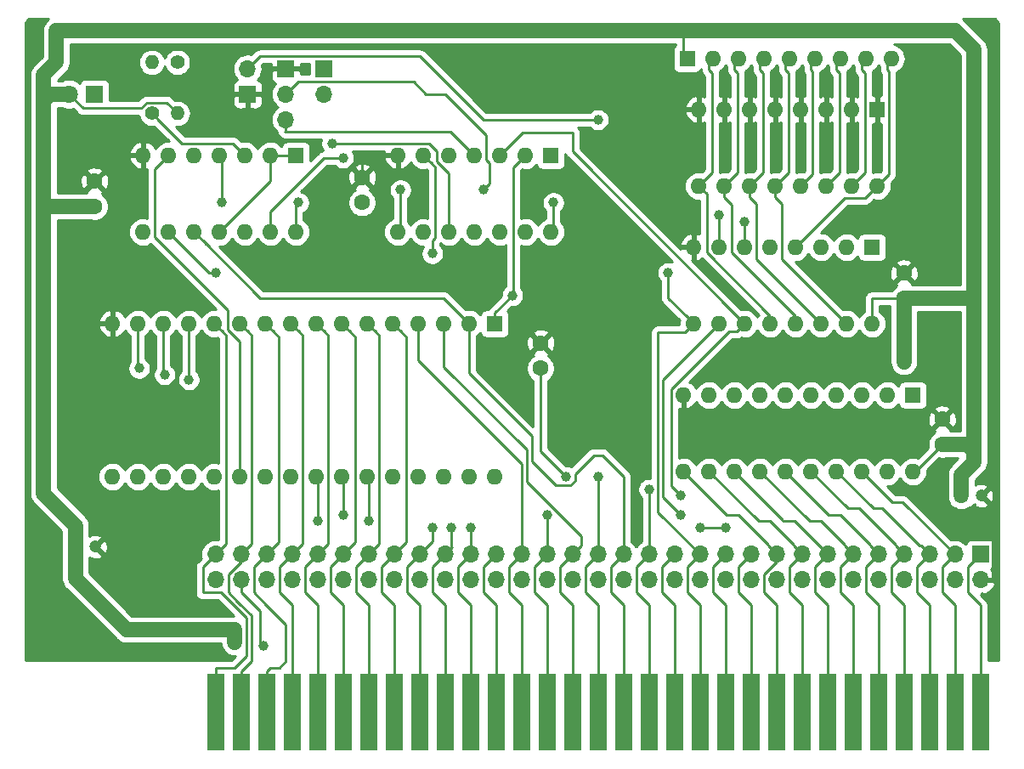
<source format=gtl>
G04 #@! TF.GenerationSoftware,KiCad,Pcbnew,(5.1.4)-1*
G04 #@! TF.CreationDate,2019-10-26T13:29:06-07:00*
G04 #@! TF.ProjectId,XT Prototype Board,58542050-726f-4746-9f74-79706520426f,rev?*
G04 #@! TF.SameCoordinates,Original*
G04 #@! TF.FileFunction,Copper,L1,Top*
G04 #@! TF.FilePolarity,Positive*
%FSLAX46Y46*%
G04 Gerber Fmt 4.6, Leading zero omitted, Abs format (unit mm)*
G04 Created by KiCad (PCBNEW (5.1.4)-1) date 2019-10-26 13:29:06*
%MOMM*%
%LPD*%
G04 APERTURE LIST*
%ADD10O,1.700000X1.700000*%
%ADD11R,1.700000X1.700000*%
%ADD12O,1.600000X1.600000*%
%ADD13R,1.600000X1.600000*%
%ADD14C,1.600000*%
%ADD15C,1.200000*%
%ADD16R,1.200000X1.200000*%
%ADD17O,1.400000X1.400000*%
%ADD18C,1.400000*%
%ADD19C,1.800000*%
%ADD20R,1.800000X1.800000*%
%ADD21R,1.778000X7.620000*%
%ADD22C,1.000000*%
%ADD23C,0.254000*%
%ADD24C,1.500000*%
G04 APERTURE END LIST*
D10*
X83820000Y-76200000D03*
X83820000Y-73660000D03*
D11*
X83820000Y-71120000D03*
D10*
X87630000Y-73660000D03*
D11*
X87630000Y-71120000D03*
D12*
X142240000Y-96520000D03*
X124460000Y-88900000D03*
X139700000Y-96520000D03*
X127000000Y-88900000D03*
X137160000Y-96520000D03*
X129540000Y-88900000D03*
X134620000Y-96520000D03*
X132080000Y-88900000D03*
X132080000Y-96520000D03*
X134620000Y-88900000D03*
X129540000Y-96520000D03*
X137160000Y-88900000D03*
X127000000Y-96520000D03*
X139700000Y-88900000D03*
X124460000Y-96520000D03*
D13*
X142240000Y-88900000D03*
D14*
X109220000Y-98465000D03*
X109220000Y-100965000D03*
D15*
X153130000Y-113665000D03*
D16*
X151130000Y-113665000D03*
D17*
X70485000Y-70485000D03*
D18*
X70485000Y-75565000D03*
D19*
X62230000Y-73660000D03*
D20*
X64770000Y-73660000D03*
D12*
X142748000Y-82804000D03*
X124968000Y-75184000D03*
X140208000Y-82804000D03*
X127508000Y-75184000D03*
X137668000Y-82804000D03*
X130048000Y-75184000D03*
X135128000Y-82804000D03*
X132588000Y-75184000D03*
X132588000Y-82804000D03*
X135128000Y-75184000D03*
X130048000Y-82804000D03*
X137668000Y-75184000D03*
X127508000Y-82804000D03*
X140208000Y-75184000D03*
X124968000Y-82804000D03*
D13*
X142748000Y-75184000D03*
D12*
X84836000Y-87376000D03*
X69596000Y-79756000D03*
X82296000Y-87376000D03*
X72136000Y-79756000D03*
X79756000Y-87376000D03*
X74676000Y-79756000D03*
X77216000Y-87376000D03*
X77216000Y-79756000D03*
X74676000Y-87376000D03*
X79756000Y-79756000D03*
X72136000Y-87376000D03*
X82296000Y-79756000D03*
X69596000Y-87376000D03*
D13*
X84836000Y-79756000D03*
D12*
X110236000Y-87376000D03*
X94996000Y-79756000D03*
X107696000Y-87376000D03*
X97536000Y-79756000D03*
X105156000Y-87376000D03*
X100076000Y-79756000D03*
X102616000Y-87376000D03*
X102616000Y-79756000D03*
X100076000Y-87376000D03*
X105156000Y-79756000D03*
X97536000Y-87376000D03*
X107696000Y-79756000D03*
X94996000Y-87376000D03*
D13*
X110236000Y-79756000D03*
D12*
X146304000Y-111252000D03*
X123444000Y-103632000D03*
X143764000Y-111252000D03*
X125984000Y-103632000D03*
X141224000Y-111252000D03*
X128524000Y-103632000D03*
X138684000Y-111252000D03*
X131064000Y-103632000D03*
X136144000Y-111252000D03*
X133604000Y-103632000D03*
X133604000Y-111252000D03*
X136144000Y-103632000D03*
X131064000Y-111252000D03*
X138684000Y-103632000D03*
X128524000Y-111252000D03*
X141224000Y-103632000D03*
X125984000Y-111252000D03*
X143764000Y-103632000D03*
X123444000Y-111252000D03*
D13*
X146304000Y-103632000D03*
D12*
X104648000Y-111760000D03*
X66548000Y-96520000D03*
X102108000Y-111760000D03*
X69088000Y-96520000D03*
X99568000Y-111760000D03*
X71628000Y-96520000D03*
X97028000Y-111760000D03*
X74168000Y-96520000D03*
X94488000Y-111760000D03*
X76708000Y-96520000D03*
X91948000Y-111760000D03*
X79248000Y-96520000D03*
X89408000Y-111760000D03*
X81788000Y-96520000D03*
X86868000Y-111760000D03*
X84328000Y-96520000D03*
X84328000Y-111760000D03*
X86868000Y-96520000D03*
X81788000Y-111760000D03*
X89408000Y-96520000D03*
X79248000Y-111760000D03*
X91948000Y-96520000D03*
X76708000Y-111760000D03*
X94488000Y-96520000D03*
X74168000Y-111760000D03*
X97028000Y-96520000D03*
X71628000Y-111760000D03*
X99568000Y-96520000D03*
X69088000Y-111760000D03*
X102108000Y-96520000D03*
X66548000Y-111760000D03*
D13*
X104648000Y-96520000D03*
D12*
X144145000Y-70104000D03*
X141605000Y-70104000D03*
X139065000Y-70104000D03*
X136525000Y-70104000D03*
X133985000Y-70104000D03*
X131445000Y-70104000D03*
X128905000Y-70104000D03*
X126365000Y-70104000D03*
D13*
X123825000Y-70104000D03*
D17*
X73025000Y-75565000D03*
D18*
X73025000Y-70485000D03*
D10*
X80010000Y-71120000D03*
D11*
X80010000Y-73660000D03*
D15*
X64865000Y-118745000D03*
D16*
X62865000Y-118745000D03*
D14*
X91440000Y-81955000D03*
X91440000Y-84455000D03*
X149225000Y-106045000D03*
X149225000Y-108545000D03*
X64770000Y-82336000D03*
X64770000Y-84836000D03*
X145415000Y-91480000D03*
X145415000Y-93980000D03*
D10*
X76835000Y-122047000D03*
X76835000Y-119507000D03*
X79375000Y-122047000D03*
X79375000Y-119507000D03*
X81915000Y-122047000D03*
X81915000Y-119507000D03*
X84455000Y-122047000D03*
X84455000Y-119507000D03*
X86995000Y-122047000D03*
X86995000Y-119507000D03*
X89535000Y-122047000D03*
X89535000Y-119507000D03*
X92075000Y-122047000D03*
X92075000Y-119507000D03*
X94615000Y-122047000D03*
X94615000Y-119507000D03*
X97155000Y-122047000D03*
X97155000Y-119507000D03*
X99695000Y-122047000D03*
X99695000Y-119507000D03*
X102235000Y-122047000D03*
X102235000Y-119507000D03*
X104775000Y-122047000D03*
X104775000Y-119507000D03*
X107315000Y-122047000D03*
X107315000Y-119507000D03*
X109855000Y-122047000D03*
X109855000Y-119507000D03*
X112395000Y-122047000D03*
X112395000Y-119507000D03*
X114935000Y-122047000D03*
X114935000Y-119507000D03*
X117475000Y-122047000D03*
X117475000Y-119507000D03*
X120015000Y-122047000D03*
X120015000Y-119507000D03*
X122555000Y-122047000D03*
X122555000Y-119507000D03*
X125095000Y-122047000D03*
X125095000Y-119507000D03*
X127635000Y-122047000D03*
X127635000Y-119507000D03*
X130175000Y-122047000D03*
X130175000Y-119507000D03*
X132715000Y-122047000D03*
X132715000Y-119507000D03*
X135255000Y-122047000D03*
X135255000Y-119507000D03*
X137795000Y-122047000D03*
X137795000Y-119507000D03*
X140335000Y-122047000D03*
X140335000Y-119507000D03*
X142875000Y-122047000D03*
X142875000Y-119507000D03*
X145415000Y-122047000D03*
X145415000Y-119507000D03*
X147955000Y-122047000D03*
X147955000Y-119507000D03*
X150495000Y-122047000D03*
X150495000Y-119507000D03*
X153035000Y-122047000D03*
D11*
X153035000Y-119507000D03*
D21*
X153035000Y-135255000D03*
X150495000Y-135255000D03*
X147955000Y-135255000D03*
X145415000Y-135255000D03*
X142875000Y-135255000D03*
X140335000Y-135255000D03*
X137795000Y-135255000D03*
X135255000Y-135255000D03*
X132715000Y-135255000D03*
X130175000Y-135255000D03*
X127635000Y-135255000D03*
X125095000Y-135255000D03*
X122555000Y-135255000D03*
X120015000Y-135255000D03*
X117475000Y-135255000D03*
X114935000Y-135255000D03*
X112395000Y-135255000D03*
X109855000Y-135255000D03*
X107315000Y-135255000D03*
X104775000Y-135255000D03*
X102235000Y-135255000D03*
X99695000Y-135255000D03*
X97155000Y-135255000D03*
X94615000Y-135255000D03*
X92075000Y-135255000D03*
X89535000Y-135255000D03*
X86995000Y-135255000D03*
X84455000Y-135255000D03*
X81915000Y-135255000D03*
X79375000Y-135255000D03*
X76835000Y-135255000D03*
D22*
X98425000Y-116840000D03*
X92075000Y-116205000D03*
X100330000Y-116840000D03*
X89535000Y-115570000D03*
X102235000Y-116840000D03*
X86995000Y-116205000D03*
X109855000Y-115570000D03*
X114935000Y-111760000D03*
X120015000Y-113030000D03*
X123190000Y-113665000D03*
X106407000Y-93707000D03*
X123190000Y-115570000D03*
X76835000Y-91440000D03*
X121920000Y-91440000D03*
X58420000Y-120650000D03*
X58420000Y-126365000D03*
X81597500Y-128587500D03*
X78740000Y-127000000D03*
X78740000Y-128270000D03*
X145415000Y-100330000D03*
X77470000Y-84455000D03*
X110490000Y-84455000D03*
X85090000Y-84455000D03*
X111760000Y-111760000D03*
X125095000Y-116840000D03*
X127635000Y-116840000D03*
X69215000Y-100965000D03*
X71755000Y-101600000D03*
X74168000Y-102108000D03*
X129540000Y-86360000D03*
X89535000Y-80010000D03*
X88430001Y-78574999D03*
X88430001Y-78574999D03*
X114935000Y-76200000D03*
X114935000Y-76200000D03*
X127000000Y-85725000D03*
X98425000Y-89535000D03*
X103505000Y-83185000D03*
X95250000Y-83185000D03*
D23*
X76835000Y-130810000D02*
X76835000Y-135255000D01*
X75565000Y-120777000D02*
X75565000Y-123317000D01*
X76835000Y-119507000D02*
X75565000Y-120777000D01*
X75565000Y-123317000D02*
X77386566Y-123317000D01*
X77386566Y-123317000D02*
X79882990Y-125813424D01*
X78740000Y-130810000D02*
X76835000Y-130810000D01*
X79882990Y-125813424D02*
X79882990Y-129667010D01*
X79882990Y-129667010D02*
X78740000Y-130810000D01*
X77507999Y-97319999D02*
X76708000Y-96520000D01*
X77889001Y-97701001D02*
X77507999Y-97319999D01*
X77889001Y-118452999D02*
X77889001Y-97701001D01*
X76835000Y-119507000D02*
X77889001Y-118452999D01*
X79375000Y-120269000D02*
X79375000Y-119507000D01*
X78105000Y-121539000D02*
X79375000Y-120269000D01*
X78105000Y-123317000D02*
X78105000Y-121539000D01*
X79375000Y-124587000D02*
X79311500Y-124523500D01*
X79375000Y-131191000D02*
X80391000Y-130175000D01*
X79375000Y-135255000D02*
X79375000Y-131191000D01*
X80391000Y-125603000D02*
X78994000Y-124206000D01*
X80391000Y-130175000D02*
X80391000Y-125603000D01*
X79311500Y-124523500D02*
X78994000Y-124206000D01*
X78994000Y-124206000D02*
X78105000Y-123317000D01*
X80047999Y-97319999D02*
X79248000Y-96520000D01*
X80429001Y-97701001D02*
X80047999Y-97319999D01*
X80429001Y-118452999D02*
X80429001Y-97701001D01*
X79375000Y-119507000D02*
X80429001Y-118452999D01*
X80645000Y-120777000D02*
X81915000Y-119507000D01*
X80645000Y-123317000D02*
X80645000Y-120777000D01*
X82587999Y-97319999D02*
X81788000Y-96520000D01*
X83146999Y-97878999D02*
X82587999Y-97319999D01*
X83146999Y-118275001D02*
X83146999Y-97878999D01*
X81915000Y-119507000D02*
X83146999Y-118275001D01*
X81915000Y-131191000D02*
X82296000Y-130810000D01*
X81915000Y-135255000D02*
X81915000Y-131191000D01*
X82296000Y-130810000D02*
X83185000Y-130810000D01*
X83185000Y-130810000D02*
X83820000Y-130175000D01*
X83820000Y-126492000D02*
X81851500Y-124523500D01*
X83820000Y-130175000D02*
X83820000Y-126492000D01*
X81915000Y-124587000D02*
X81851500Y-124523500D01*
X81851500Y-124523500D02*
X80645000Y-123317000D01*
X83185000Y-120777000D02*
X84455000Y-119507000D01*
X83185000Y-123317000D02*
X83185000Y-120777000D01*
X84455000Y-135255000D02*
X84455000Y-124587000D01*
X84455000Y-124587000D02*
X83185000Y-123317000D01*
X85127999Y-97319999D02*
X84328000Y-96520000D01*
X85509001Y-97701001D02*
X85127999Y-97319999D01*
X85509001Y-118452999D02*
X85509001Y-97701001D01*
X84455000Y-119507000D02*
X85509001Y-118452999D01*
X85725000Y-120777000D02*
X86995000Y-119507000D01*
X85725000Y-123317000D02*
X85725000Y-120777000D01*
X86995000Y-135255000D02*
X86995000Y-124587000D01*
X86995000Y-124587000D02*
X85725000Y-123317000D01*
X87667999Y-97319999D02*
X86868000Y-96520000D01*
X88049001Y-97701001D02*
X87667999Y-97319999D01*
X88049001Y-118452999D02*
X88049001Y-97701001D01*
X86995000Y-119507000D02*
X88049001Y-118452999D01*
X88265000Y-120777000D02*
X89535000Y-119507000D01*
X88265000Y-123317000D02*
X88265000Y-120777000D01*
X89535000Y-135255000D02*
X89535000Y-124587000D01*
X89535000Y-124587000D02*
X88265000Y-123317000D01*
X90207999Y-97319999D02*
X89408000Y-96520000D01*
X90766999Y-97878999D02*
X90207999Y-97319999D01*
X90766999Y-118275001D02*
X90766999Y-97878999D01*
X89535000Y-119507000D02*
X90766999Y-118275001D01*
X90805000Y-120777000D02*
X92075000Y-119507000D01*
X90805000Y-123317000D02*
X90805000Y-120777000D01*
X92075000Y-135255000D02*
X92075000Y-124587000D01*
X92075000Y-124587000D02*
X90805000Y-123317000D01*
X92747999Y-97319999D02*
X91948000Y-96520000D01*
X93129001Y-97701001D02*
X92747999Y-97319999D01*
X93129001Y-118452999D02*
X93129001Y-97701001D01*
X92075000Y-119507000D02*
X93129001Y-118452999D01*
X93345000Y-120777000D02*
X94615000Y-119507000D01*
X93345000Y-123317000D02*
X93345000Y-120777000D01*
X94615000Y-135255000D02*
X94615000Y-124587000D01*
X94615000Y-124587000D02*
X93345000Y-123317000D01*
X95287999Y-97319999D02*
X94488000Y-96520000D01*
X95846999Y-97878999D02*
X95287999Y-97319999D01*
X95846999Y-118275001D02*
X95846999Y-97878999D01*
X94615000Y-119507000D02*
X95846999Y-118275001D01*
X95885000Y-120777000D02*
X97155000Y-119507000D01*
X95885000Y-123317000D02*
X95885000Y-120777000D01*
X97155000Y-135255000D02*
X97155000Y-124587000D01*
X97155000Y-124587000D02*
X95885000Y-123317000D01*
X97155000Y-119507000D02*
X98209001Y-118452999D01*
X97155000Y-119507000D02*
X98425000Y-118237000D01*
X92075000Y-111887000D02*
X91948000Y-111760000D01*
X92075000Y-116205000D02*
X92075000Y-111887000D01*
X98425000Y-118237000D02*
X98425000Y-116840000D01*
X98425000Y-120777000D02*
X99695000Y-119507000D01*
X98425000Y-123317000D02*
X98425000Y-120777000D01*
X99695000Y-135255000D02*
X99695000Y-124587000D01*
X99695000Y-124587000D02*
X98425000Y-123317000D01*
X99695000Y-119507000D02*
X100393500Y-118808500D01*
X89535000Y-111887000D02*
X89408000Y-111760000D01*
X89535000Y-115570000D02*
X89535000Y-111887000D01*
X100330000Y-118745000D02*
X100393500Y-118808500D01*
X100330000Y-116840000D02*
X100330000Y-118745000D01*
X100965000Y-120777000D02*
X102235000Y-119507000D01*
X100965000Y-123317000D02*
X100965000Y-120777000D01*
X102235000Y-135255000D02*
X102235000Y-124587000D01*
X102235000Y-124587000D02*
X100965000Y-123317000D01*
X102235000Y-116840000D02*
X102235000Y-119507000D01*
X103505000Y-120777000D02*
X104775000Y-119507000D01*
X103505000Y-123317000D02*
X103505000Y-120777000D01*
X104775000Y-135255000D02*
X104775000Y-124587000D01*
X104775000Y-124587000D02*
X103505000Y-123317000D01*
X86995000Y-111887000D02*
X86868000Y-111760000D01*
X86995000Y-116205000D02*
X86995000Y-111887000D01*
X106045000Y-120777000D02*
X107315000Y-119507000D01*
X106045000Y-123317000D02*
X106045000Y-120777000D01*
X107315000Y-135255000D02*
X107315000Y-124587000D01*
X107315000Y-124587000D02*
X106045000Y-123317000D01*
X97028000Y-96520000D02*
X97028000Y-100203000D01*
X107315000Y-110490000D02*
X107315000Y-119507000D01*
X97028000Y-100203000D02*
X107315000Y-110490000D01*
X108585000Y-120777000D02*
X109855000Y-119507000D01*
X108585000Y-123317000D02*
X108585000Y-120777000D01*
X109855000Y-135255000D02*
X109855000Y-124587000D01*
X109855000Y-124587000D02*
X108585000Y-123317000D01*
X109855000Y-119507000D02*
X109855000Y-115570000D01*
X109855000Y-115570000D02*
X109855000Y-115570000D01*
X111125000Y-120777000D02*
X112395000Y-119507000D01*
X111125000Y-123317000D02*
X111125000Y-120777000D01*
X112395000Y-135255000D02*
X112395000Y-124587000D01*
X112395000Y-124587000D02*
X111125000Y-123317000D01*
X99568000Y-100838000D02*
X99568000Y-96520000D01*
X107823010Y-109093010D02*
X99568000Y-100838000D01*
X107823010Y-112234128D02*
X107823010Y-109093010D01*
X113244999Y-117656117D02*
X107823010Y-112234128D01*
X112395000Y-119507000D02*
X113244999Y-118657001D01*
X113244999Y-118657001D02*
X113244999Y-117656117D01*
X113665000Y-120777000D02*
X114935000Y-119507000D01*
X113665000Y-123317000D02*
X113665000Y-120777000D01*
X114935000Y-135255000D02*
X114935000Y-124587000D01*
X114935000Y-124587000D02*
X113665000Y-123317000D01*
X114935000Y-119507000D02*
X114935000Y-111760000D01*
X118745000Y-120777000D02*
X120015000Y-119507000D01*
X118745000Y-123317000D02*
X118745000Y-120777000D01*
X120015000Y-135255000D02*
X120015000Y-124587000D01*
X120015000Y-124587000D02*
X118745000Y-123317000D01*
X120015000Y-119507000D02*
X120015000Y-113030000D01*
X120015000Y-113030000D02*
X120015000Y-113030000D01*
X105156000Y-79756000D02*
X107442000Y-77470000D01*
X107442000Y-77470000D02*
X112395000Y-77470000D01*
X129540000Y-96520000D02*
X112395000Y-79375000D01*
X112395000Y-79375000D02*
X112395000Y-77470000D01*
X122262999Y-103065119D02*
X122262999Y-112737999D01*
X128008119Y-97319999D02*
X122262999Y-103065119D01*
X129540000Y-96520000D02*
X128740001Y-97319999D01*
X128740001Y-97319999D02*
X128008119Y-97319999D01*
X122262999Y-112737999D02*
X123190000Y-113665000D01*
X123190000Y-113665000D02*
X123190000Y-113665000D01*
X121285000Y-120777000D02*
X122555000Y-119507000D01*
X121285000Y-123317000D02*
X121285000Y-120777000D01*
X122555000Y-135255000D02*
X122555000Y-124587000D01*
X122555000Y-124587000D02*
X121285000Y-123317000D01*
X106896001Y-80555999D02*
X107696000Y-79756000D01*
X106514999Y-80937001D02*
X106896001Y-80555999D01*
X106514999Y-93599001D02*
X106514999Y-80937001D01*
X104648000Y-95466000D02*
X106407000Y-93707000D01*
X104648000Y-96520000D02*
X104648000Y-95466000D01*
X106407000Y-93707000D02*
X106514999Y-93599001D01*
X127000000Y-96520000D02*
X125095000Y-98425000D01*
X121404011Y-102115989D02*
X121404011Y-113784011D01*
X125095000Y-98425000D02*
X121404011Y-102115989D01*
X121404011Y-113784011D02*
X123190000Y-115570000D01*
X123190000Y-115570000D02*
X123190000Y-115570000D01*
X123825000Y-120777000D02*
X125095000Y-119507000D01*
X123825000Y-123317000D02*
X123825000Y-120777000D01*
X125095000Y-135255000D02*
X125095000Y-124587000D01*
X125095000Y-124587000D02*
X123825000Y-123317000D01*
X72136000Y-87376000D02*
X76200000Y-91440000D01*
X76200000Y-91440000D02*
X76835000Y-91440000D01*
X76835000Y-91440000D02*
X76835000Y-91440000D01*
X121920000Y-91440000D02*
X121920000Y-93980000D01*
X120896001Y-97401001D02*
X122308999Y-97401001D01*
X120896001Y-115308001D02*
X120896001Y-97401001D01*
X125095000Y-119507000D02*
X120896001Y-115308001D01*
X121920000Y-93980000D02*
X123825000Y-95885000D01*
X123825000Y-95885000D02*
X124460000Y-96520000D01*
X123578999Y-97401001D02*
X124460000Y-96520000D01*
X122308999Y-97401001D02*
X123578999Y-97401001D01*
X126365000Y-120777000D02*
X127635000Y-119507000D01*
X126365000Y-123317000D02*
X126365000Y-120777000D01*
X127635000Y-135255000D02*
X127635000Y-124587000D01*
X127635000Y-124587000D02*
X126365000Y-123317000D01*
X128905000Y-120777000D02*
X130175000Y-119507000D01*
X128905000Y-123317000D02*
X128905000Y-120777000D01*
X130175000Y-135255000D02*
X130175000Y-124587000D01*
X130175000Y-124587000D02*
X128905000Y-123317000D01*
X132715000Y-120269000D02*
X132715000Y-119507000D01*
X131445000Y-121539000D02*
X132715000Y-120269000D01*
X131445000Y-123317000D02*
X131445000Y-121539000D01*
X132715000Y-135255000D02*
X132715000Y-124587000D01*
X132715000Y-124587000D02*
X131445000Y-123317000D01*
X131865001Y-118657001D02*
X131865001Y-118530001D01*
X132715000Y-119507000D02*
X131865001Y-118657001D01*
X131865001Y-118530001D02*
X128905000Y-115570000D01*
X127762000Y-115570000D02*
X123444000Y-111252000D01*
X128905000Y-115570000D02*
X127762000Y-115570000D01*
X133985000Y-120777000D02*
X135255000Y-119507000D01*
X133985000Y-123317000D02*
X133985000Y-120777000D01*
X135255000Y-135255000D02*
X135255000Y-124587000D01*
X135255000Y-124587000D02*
X133985000Y-123317000D01*
X134405001Y-118657001D02*
X134405001Y-118530001D01*
X135255000Y-119507000D02*
X134405001Y-118657001D01*
X134405001Y-118530001D02*
X132080000Y-116205000D01*
X130937000Y-116205000D02*
X125984000Y-111252000D01*
X132080000Y-116205000D02*
X130937000Y-116205000D01*
X136525000Y-120777000D02*
X137795000Y-119507000D01*
X136525000Y-123317000D02*
X136525000Y-120777000D01*
X137795000Y-135255000D02*
X137795000Y-124587000D01*
X137795000Y-124587000D02*
X136525000Y-123317000D01*
X137795000Y-119507000D02*
X134493000Y-116205000D01*
X134493000Y-116205000D02*
X133350000Y-116205000D01*
X133350000Y-116078000D02*
X128524000Y-111252000D01*
X133350000Y-116205000D02*
X133350000Y-116078000D01*
X139065000Y-120777000D02*
X140335000Y-119507000D01*
X139065000Y-123317000D02*
X139065000Y-120777000D01*
X140335000Y-135255000D02*
X140335000Y-124587000D01*
X140335000Y-124587000D02*
X139065000Y-123317000D01*
X139485001Y-118657001D02*
X139485001Y-118530001D01*
X140335000Y-119507000D02*
X139485001Y-118657001D01*
X139485001Y-118530001D02*
X137160000Y-116205000D01*
X136017000Y-116205000D02*
X131064000Y-111252000D01*
X137160000Y-116205000D02*
X136017000Y-116205000D01*
X141605000Y-120777000D02*
X142875000Y-119507000D01*
X141605000Y-123317000D02*
X141605000Y-120777000D01*
X142875000Y-135255000D02*
X142875000Y-124587000D01*
X142875000Y-124587000D02*
X141605000Y-123317000D01*
X142025001Y-118657001D02*
X142025001Y-118530001D01*
X142875000Y-119507000D02*
X142025001Y-118657001D01*
X142025001Y-118530001D02*
X139065000Y-115570000D01*
X137922000Y-115570000D02*
X133604000Y-111252000D01*
X139065000Y-115570000D02*
X137922000Y-115570000D01*
X144145000Y-120777000D02*
X145415000Y-119507000D01*
X144145000Y-123317000D02*
X144145000Y-120777000D01*
X145415000Y-135255000D02*
X145415000Y-124587000D01*
X145415000Y-124587000D02*
X144145000Y-123317000D01*
X144565001Y-118657001D02*
X144565001Y-118530001D01*
X145415000Y-119507000D02*
X144565001Y-118657001D01*
X144565001Y-118530001D02*
X140970000Y-114935000D01*
X139827000Y-114935000D02*
X136144000Y-111252000D01*
X140970000Y-114935000D02*
X139827000Y-114935000D01*
X146685000Y-120777000D02*
X147955000Y-119507000D01*
X146685000Y-123317000D02*
X146685000Y-120777000D01*
X147955000Y-135255000D02*
X147955000Y-124587000D01*
X147955000Y-124587000D02*
X146685000Y-123317000D01*
X146940000Y-118657001D02*
X143217999Y-114935000D01*
X147955000Y-119507000D02*
X147105001Y-118657001D01*
X147105001Y-118657001D02*
X146940000Y-118657001D01*
X142367000Y-114935000D02*
X138684000Y-111252000D01*
X143217999Y-114935000D02*
X142367000Y-114935000D01*
X149225000Y-120777000D02*
X150495000Y-119507000D01*
X149225000Y-123317000D02*
X149225000Y-120777000D01*
X150495000Y-135255000D02*
X150495000Y-124587000D01*
X150495000Y-124587000D02*
X149225000Y-123317000D01*
X150495000Y-119507000D02*
X145288000Y-114300000D01*
X144272000Y-114300000D02*
X141224000Y-111252000D01*
X145288000Y-114300000D02*
X144272000Y-114300000D01*
X151765000Y-120777000D02*
X153035000Y-119507000D01*
X151765000Y-123317000D02*
X151765000Y-120777000D01*
X153035000Y-135255000D02*
X153035000Y-124587000D01*
X153035000Y-124587000D02*
X151765000Y-123317000D01*
X154266001Y-114801001D02*
X153130000Y-113665000D01*
X154266001Y-122018080D02*
X154266001Y-114801001D01*
X153035000Y-122047000D02*
X154237081Y-122047000D01*
X154237081Y-122047000D02*
X154266001Y-122018080D01*
X91440000Y-81955000D02*
X91440000Y-80010000D01*
X91694000Y-79756000D02*
X94996000Y-79756000D01*
X91440000Y-80010000D02*
X91694000Y-79756000D01*
X79375000Y-123249081D02*
X81280000Y-125154081D01*
X79375000Y-122047000D02*
X79375000Y-123249081D01*
X81280000Y-125154081D02*
X81280000Y-128270000D01*
X81280000Y-128270000D02*
X81597500Y-128587500D01*
D24*
X78740000Y-127000000D02*
X67945000Y-127000000D01*
X67945000Y-127000000D02*
X62865000Y-121920000D01*
X62865000Y-121920000D02*
X62865000Y-118110000D01*
X78740000Y-127000000D02*
X78740000Y-128270000D01*
X151130000Y-111565000D02*
X152400000Y-110295000D01*
X151130000Y-113665000D02*
X151130000Y-111565000D01*
X152400000Y-69215000D02*
X150495000Y-67310000D01*
X64770000Y-84836000D02*
X63638630Y-84836000D01*
X145415000Y-93980000D02*
X152400000Y-93980000D01*
X152400000Y-93980000D02*
X152400000Y-69215000D01*
X151725000Y-108545000D02*
X152400000Y-109220000D01*
X149225000Y-108545000D02*
X151725000Y-108545000D01*
X152400000Y-110295000D02*
X152400000Y-109220000D01*
X152400000Y-109220000D02*
X152400000Y-93980000D01*
X145415000Y-93980000D02*
X145415000Y-95111370D01*
X145415000Y-95111370D02*
X145415000Y-100330000D01*
X145415000Y-100330000D02*
X145415000Y-100330000D01*
D23*
X77470000Y-80010000D02*
X77216000Y-79756000D01*
X77470000Y-84455000D02*
X77470000Y-80010000D01*
X69403999Y-75046119D02*
X69966119Y-74483999D01*
X63616119Y-75046119D02*
X69403999Y-75046119D01*
X62230000Y-73660000D02*
X63616119Y-75046119D01*
X123444000Y-67564000D02*
X123190000Y-67310000D01*
X123444000Y-70104000D02*
X123444000Y-67564000D01*
D24*
X150495000Y-67310000D02*
X123190000Y-67310000D01*
D23*
X145415000Y-93980000D02*
X142240000Y-93980000D01*
X142240000Y-93980000D02*
X142240000Y-96520000D01*
X146518000Y-111252000D02*
X146304000Y-111252000D01*
X149225000Y-108545000D02*
X146518000Y-111252000D01*
X110490000Y-87122000D02*
X110236000Y-87376000D01*
X110490000Y-84455000D02*
X110490000Y-87122000D01*
X84836000Y-84709000D02*
X85090000Y-84455000D01*
X84836000Y-87376000D02*
X84836000Y-84709000D01*
X109220000Y-100965000D02*
X109220000Y-109220000D01*
X109220000Y-109220000D02*
X111760000Y-111760000D01*
X111760000Y-111760000D02*
X111760000Y-111760000D01*
X71943999Y-74483999D02*
X73025000Y-75565000D01*
X69966119Y-74483999D02*
X71943999Y-74483999D01*
D24*
X123190000Y-67310000D02*
X60960000Y-67310000D01*
X62865000Y-116645000D02*
X62865000Y-118745000D01*
X59690000Y-113470000D02*
X62865000Y-116645000D01*
X60960000Y-67310000D02*
X60960000Y-70485000D01*
X60960000Y-70485000D02*
X59690000Y-71755000D01*
X60325000Y-73660000D02*
X59690000Y-74295000D01*
X62230000Y-73660000D02*
X60325000Y-73660000D01*
X59690000Y-71755000D02*
X59690000Y-74295000D01*
X59944000Y-84836000D02*
X59690000Y-85090000D01*
X63638630Y-84836000D02*
X59944000Y-84836000D01*
X59690000Y-74295000D02*
X59690000Y-85090000D01*
X59690000Y-85090000D02*
X59690000Y-113470000D01*
D23*
X125095000Y-116840000D02*
X126789882Y-116840000D01*
X126789882Y-116840000D02*
X127635000Y-116840000D01*
X127635000Y-116840000D02*
X127635000Y-116840000D01*
X143764000Y-71235370D02*
X143764000Y-70104000D01*
X143929001Y-71400371D02*
X143764000Y-71235370D01*
X143929001Y-81622999D02*
X143929001Y-71400371D01*
X142748000Y-82804000D02*
X143929001Y-81622999D01*
X141948001Y-83603999D02*
X142748000Y-82804000D01*
X141566999Y-83985001D02*
X141948001Y-83603999D01*
X139534999Y-83985001D02*
X141566999Y-83985001D01*
X134620000Y-88900000D02*
X139534999Y-83985001D01*
X141224000Y-71235370D02*
X141224000Y-70104000D01*
X141566999Y-71578369D02*
X141224000Y-71235370D01*
X141566999Y-81445001D02*
X141566999Y-71578369D01*
X140208000Y-82804000D02*
X141566999Y-81445001D01*
X138684000Y-71235370D02*
X138684000Y-70104000D01*
X139026999Y-71578369D02*
X138684000Y-71235370D01*
X139026999Y-81445001D02*
X139026999Y-71578369D01*
X137668000Y-82804000D02*
X139026999Y-81445001D01*
X136144000Y-71235370D02*
X136144000Y-70104000D01*
X136309001Y-71400371D02*
X136144000Y-71235370D01*
X136309001Y-81622999D02*
X136309001Y-71400371D01*
X135128000Y-82804000D02*
X136309001Y-81622999D01*
X133604000Y-71235370D02*
X133604000Y-70104000D01*
X133946999Y-71578369D02*
X133604000Y-71235370D01*
X133946999Y-81445001D02*
X133946999Y-71578369D01*
X132588000Y-82804000D02*
X133946999Y-81445001D01*
X132588000Y-83935370D02*
X132588000Y-82804000D01*
X133261001Y-84608371D02*
X132588000Y-83935370D01*
X133261001Y-90081001D02*
X133261001Y-84608371D01*
X139700000Y-96520000D02*
X133261001Y-90081001D01*
X131064000Y-71235370D02*
X131064000Y-70104000D01*
X131406999Y-71578369D02*
X131064000Y-71235370D01*
X131406999Y-81445001D02*
X131406999Y-71578369D01*
X130048000Y-82804000D02*
X131406999Y-81445001D01*
X130048000Y-83935370D02*
X130048000Y-82804000D01*
X130721001Y-84608371D02*
X130048000Y-83935370D01*
X130721001Y-90081001D02*
X130721001Y-84608371D01*
X137160000Y-96520000D02*
X130721001Y-90081001D01*
X128524000Y-71235370D02*
X128524000Y-70104000D01*
X128866999Y-71578369D02*
X128524000Y-71235370D01*
X128866999Y-81445001D02*
X128866999Y-71578369D01*
X127508000Y-82804000D02*
X128866999Y-81445001D01*
X127508000Y-83935370D02*
X127508000Y-82804000D01*
X128270000Y-84697370D02*
X127508000Y-83935370D01*
X128270000Y-89377882D02*
X128270000Y-84697370D01*
X134620000Y-95727882D02*
X128270000Y-89377882D01*
X134620000Y-96520000D02*
X134620000Y-95727882D01*
X125984000Y-71235370D02*
X125984000Y-70104000D01*
X126326999Y-71578369D02*
X125984000Y-71235370D01*
X126326999Y-81445001D02*
X126326999Y-71578369D01*
X124968000Y-82804000D02*
X126326999Y-81445001D01*
X125767999Y-83603999D02*
X124968000Y-82804000D01*
X125767999Y-89415881D02*
X125767999Y-83603999D01*
X132080000Y-95727882D02*
X125767999Y-89415881D01*
X132080000Y-96520000D02*
X132080000Y-95727882D01*
X69088000Y-96520000D02*
X69088000Y-100838000D01*
X69088000Y-100838000D02*
X69215000Y-100965000D01*
X69215000Y-100965000D02*
X69215000Y-100965000D01*
X71628000Y-96520000D02*
X71628000Y-101473000D01*
X71628000Y-101473000D02*
X71755000Y-101600000D01*
X71755000Y-101600000D02*
X71755000Y-101600000D01*
X74168000Y-96520000D02*
X74168000Y-102108000D01*
X74168000Y-102108000D02*
X74295000Y-102235000D01*
X74168000Y-102108000D02*
X74168000Y-102108000D01*
X71336001Y-80555999D02*
X72136000Y-79756000D01*
X70777001Y-81114999D02*
X71336001Y-80555999D01*
X70777001Y-87922001D02*
X70777001Y-81114999D01*
X78066999Y-95211999D02*
X70777001Y-87922001D01*
X78066999Y-97086881D02*
X78066999Y-95211999D01*
X79248000Y-98267882D02*
X78066999Y-97086881D01*
X79248000Y-111760000D02*
X79248000Y-98267882D01*
X129540000Y-88900000D02*
X129540000Y-86360000D01*
X129540000Y-86360000D02*
X129540000Y-86360000D01*
X82296000Y-87376000D02*
X82296000Y-85344000D01*
X82296000Y-85344000D02*
X87630000Y-80010000D01*
X87630000Y-80010000D02*
X89535000Y-80010000D01*
X89535000Y-80010000D02*
X89535000Y-80010000D01*
X98102881Y-78574999D02*
X88430001Y-78574999D01*
X98894999Y-79367117D02*
X98102881Y-78574999D01*
X98894999Y-80322881D02*
X98894999Y-79367117D01*
X100076000Y-87376000D02*
X100076000Y-81503882D01*
X100076000Y-81503882D02*
X98894999Y-80322881D01*
X88430001Y-78574999D02*
X88430001Y-78574999D01*
X88430001Y-78574999D02*
X88430001Y-78574999D01*
X116205000Y-120777000D02*
X117475000Y-119507000D01*
X116205000Y-123317000D02*
X116205000Y-120777000D01*
X117475000Y-135255000D02*
X117475000Y-124587000D01*
X117475000Y-124587000D02*
X116205000Y-123317000D01*
X80010000Y-92710000D02*
X80010000Y-92710000D01*
X75565000Y-88265000D02*
X81280000Y-93980000D01*
X75565000Y-88265000D02*
X75857001Y-88557001D01*
X74930000Y-87630000D02*
X75565000Y-88265000D01*
X99568000Y-93980000D02*
X102108000Y-96520000D01*
X81280000Y-93980000D02*
X99568000Y-93980000D01*
X102108000Y-101473000D02*
X102108000Y-96520000D01*
X108331020Y-110236020D02*
X108331020Y-107696020D01*
X108331020Y-107696020D02*
X102108000Y-101473000D01*
X112182881Y-112641001D02*
X110736001Y-112641001D01*
X117475000Y-111726118D02*
X115357881Y-109608999D01*
X117475000Y-119507000D02*
X117475000Y-111726118D01*
X115357881Y-109608999D02*
X114512119Y-109608999D01*
X114512119Y-109608999D02*
X112641001Y-111480117D01*
X112641001Y-111480117D02*
X112641001Y-112182881D01*
X110736001Y-112641001D02*
X108331020Y-110236020D01*
X112641001Y-112182881D02*
X112182881Y-112641001D01*
X81241001Y-69888999D02*
X97193999Y-69888999D01*
X80010000Y-71120000D02*
X81241001Y-69888999D01*
X97193999Y-69888999D02*
X103505000Y-76200000D01*
X103505000Y-76200000D02*
X114935000Y-76200000D01*
X114935000Y-76200000D02*
X114935000Y-76200000D01*
X114935000Y-76200000D02*
X114935000Y-76200000D01*
X127000000Y-88900000D02*
X127000000Y-87768630D01*
X127000000Y-87768630D02*
X127000000Y-85725000D01*
X127000000Y-85725000D02*
X127000000Y-85725000D01*
X98335999Y-80555999D02*
X97536000Y-79756000D01*
X98717001Y-80937001D02*
X98335999Y-80555999D01*
X98717001Y-87942881D02*
X98717001Y-80937001D01*
X98425000Y-88234882D02*
X98717001Y-87942881D01*
X98425000Y-89535000D02*
X98425000Y-88234882D01*
X84836000Y-79756000D02*
X82296000Y-79756000D01*
X82296000Y-82296000D02*
X77216000Y-87376000D01*
X82296000Y-79756000D02*
X82296000Y-82296000D01*
X100246566Y-77386566D02*
X100330000Y-77470000D01*
X100330000Y-77470000D02*
X102616000Y-79756000D01*
X83820000Y-77303132D02*
X83736566Y-77386566D01*
X83820000Y-76200000D02*
X83820000Y-77303132D01*
X83736566Y-77386566D02*
X100246566Y-77386566D01*
X97790000Y-73660000D02*
X99695000Y-73660000D01*
X99695000Y-73660000D02*
X103797001Y-77762001D01*
X103505000Y-83185000D02*
X103797001Y-82892999D01*
X103505000Y-83185000D02*
X104140000Y-82550000D01*
X103797001Y-80144883D02*
X103797001Y-77762001D01*
X104140000Y-80487882D02*
X103797001Y-80144883D01*
X104140000Y-82550000D02*
X104140000Y-80487882D01*
X95250000Y-87122000D02*
X94996000Y-87376000D01*
X95250000Y-83185000D02*
X95250000Y-87122000D01*
X84669999Y-72810001D02*
X83820000Y-73660000D01*
X85051001Y-72428999D02*
X84669999Y-72810001D01*
X96558999Y-72428999D02*
X85051001Y-72428999D01*
X97790000Y-73660000D02*
X96558999Y-72428999D01*
X71184999Y-76264999D02*
X70485000Y-75565000D01*
X73494999Y-78574999D02*
X71184999Y-76264999D01*
X78574999Y-78574999D02*
X73494999Y-78574999D01*
X79756000Y-79756000D02*
X78574999Y-78574999D01*
G36*
X154545041Y-66174832D02*
G01*
X154699530Y-66361577D01*
X154813000Y-66571438D01*
X154813000Y-130048000D01*
X153797000Y-130048000D01*
X153797000Y-124624422D01*
X153800686Y-124586999D01*
X153794432Y-124523500D01*
X153785974Y-124437622D01*
X153742402Y-124293985D01*
X153671645Y-124161608D01*
X153576422Y-124045578D01*
X153547352Y-124021721D01*
X153057630Y-123532000D01*
X153162002Y-123532000D01*
X153162002Y-123367156D01*
X153391890Y-123488476D01*
X153539099Y-123443825D01*
X153801920Y-123318641D01*
X154035269Y-123144588D01*
X154230178Y-122928355D01*
X154379157Y-122678252D01*
X154476481Y-122403891D01*
X154355814Y-122174000D01*
X153162000Y-122174000D01*
X153162000Y-122194000D01*
X152908000Y-122194000D01*
X152908000Y-122174000D01*
X152888000Y-122174000D01*
X152888000Y-121920000D01*
X152908000Y-121920000D01*
X152908000Y-121900000D01*
X153162000Y-121900000D01*
X153162000Y-121920000D01*
X154355814Y-121920000D01*
X154476481Y-121690109D01*
X154379157Y-121415748D01*
X154230178Y-121165645D01*
X154053374Y-120969498D01*
X154129180Y-120946502D01*
X154239494Y-120887537D01*
X154336185Y-120808185D01*
X154415537Y-120711494D01*
X154474502Y-120601180D01*
X154510812Y-120481482D01*
X154523072Y-120357000D01*
X154523072Y-118657000D01*
X154510812Y-118532518D01*
X154474502Y-118412820D01*
X154415537Y-118302506D01*
X154336185Y-118205815D01*
X154239494Y-118126463D01*
X154129180Y-118067498D01*
X154009482Y-118031188D01*
X153885000Y-118018928D01*
X152185000Y-118018928D01*
X152060518Y-118031188D01*
X151940820Y-118067498D01*
X151830506Y-118126463D01*
X151733815Y-118205815D01*
X151654463Y-118302506D01*
X151595498Y-118412820D01*
X151574607Y-118481687D01*
X151550134Y-118451866D01*
X151324014Y-118266294D01*
X151066034Y-118128401D01*
X150786111Y-118043487D01*
X150567950Y-118022000D01*
X150422050Y-118022000D01*
X150203889Y-118043487D01*
X150131175Y-118065545D01*
X145853284Y-113787654D01*
X145829422Y-113758578D01*
X145713392Y-113663355D01*
X145581015Y-113592598D01*
X145437378Y-113549026D01*
X145325426Y-113538000D01*
X145325423Y-113538000D01*
X145288000Y-113534314D01*
X145250577Y-113538000D01*
X144587631Y-113538000D01*
X143736631Y-112687000D01*
X143834492Y-112687000D01*
X144045309Y-112666236D01*
X144315808Y-112584182D01*
X144565101Y-112450932D01*
X144783608Y-112271608D01*
X144962932Y-112053101D01*
X145034000Y-111920142D01*
X145105068Y-112053101D01*
X145284392Y-112271608D01*
X145502899Y-112450932D01*
X145752192Y-112584182D01*
X146022691Y-112666236D01*
X146233508Y-112687000D01*
X146374492Y-112687000D01*
X146585309Y-112666236D01*
X146855808Y-112584182D01*
X147105101Y-112450932D01*
X147323608Y-112271608D01*
X147502932Y-112053101D01*
X147636182Y-111803808D01*
X147718236Y-111533309D01*
X147745943Y-111252000D01*
X147732466Y-111115165D01*
X148903473Y-109944157D01*
X149083665Y-109980000D01*
X149366335Y-109980000D01*
X149617699Y-109930000D01*
X150806314Y-109930000D01*
X150198764Y-110537551D01*
X150145920Y-110580919D01*
X150102551Y-110633764D01*
X150102548Y-110633767D01*
X149972844Y-110791812D01*
X149844236Y-111032420D01*
X149765040Y-111293493D01*
X149738300Y-111565000D01*
X149745001Y-111633039D01*
X149745000Y-113733036D01*
X149765040Y-113936506D01*
X149844236Y-114197580D01*
X149894561Y-114291731D01*
X149904188Y-114389482D01*
X149940498Y-114509180D01*
X149999463Y-114619494D01*
X150078815Y-114716185D01*
X150175506Y-114795537D01*
X150285820Y-114854502D01*
X150405518Y-114890812D01*
X150503268Y-114900439D01*
X150597419Y-114950764D01*
X150858493Y-115029960D01*
X151130000Y-115056701D01*
X151401506Y-115029960D01*
X151662580Y-114950764D01*
X151756731Y-114900439D01*
X151854482Y-114890812D01*
X151974180Y-114854502D01*
X152084494Y-114795537D01*
X152181185Y-114716185D01*
X152260537Y-114619494D01*
X152284858Y-114573994D01*
X152342736Y-114631872D01*
X152459842Y-114514766D01*
X152507148Y-114738348D01*
X152728516Y-114839237D01*
X152965313Y-114895000D01*
X153208438Y-114903495D01*
X153448549Y-114864395D01*
X153676418Y-114779202D01*
X153752852Y-114738348D01*
X153800159Y-114514764D01*
X153130000Y-113844605D01*
X153115858Y-113858748D01*
X152936253Y-113679143D01*
X152950395Y-113665000D01*
X153309605Y-113665000D01*
X153979764Y-114335159D01*
X154203348Y-114287852D01*
X154304237Y-114066484D01*
X154360000Y-113829687D01*
X154368495Y-113586562D01*
X154329395Y-113346451D01*
X154244202Y-113118582D01*
X154203348Y-113042148D01*
X153979764Y-112994841D01*
X153309605Y-113665000D01*
X152950395Y-113665000D01*
X152936253Y-113650858D01*
X153115858Y-113471253D01*
X153130000Y-113485395D01*
X153800159Y-112815236D01*
X153752852Y-112591652D01*
X153531484Y-112490763D01*
X153294687Y-112435000D01*
X153051562Y-112426505D01*
X152811451Y-112465605D01*
X152583582Y-112550798D01*
X152515000Y-112587455D01*
X152515000Y-112138685D01*
X153331241Y-111322445D01*
X153384080Y-111279081D01*
X153427445Y-111226241D01*
X153427452Y-111226234D01*
X153557156Y-111068189D01*
X153557157Y-111068188D01*
X153685764Y-110827581D01*
X153764960Y-110566507D01*
X153785000Y-110363037D01*
X153785000Y-110363028D01*
X153791700Y-110295001D01*
X153785000Y-110226974D01*
X153785000Y-109288026D01*
X153791700Y-109219999D01*
X153785000Y-109151972D01*
X153785000Y-94048036D01*
X153791701Y-93980000D01*
X153785000Y-93911963D01*
X153785000Y-69283029D01*
X153791700Y-69215000D01*
X153785000Y-69146971D01*
X153785000Y-69146963D01*
X153764960Y-68943493D01*
X153685764Y-68682419D01*
X153557157Y-68441812D01*
X153427452Y-68283766D01*
X153427450Y-68283764D01*
X153384081Y-68230919D01*
X153331236Y-68187550D01*
X151522454Y-66378769D01*
X151479081Y-66325919D01*
X151285438Y-66167000D01*
X154535438Y-66167000D01*
X154545041Y-66174832D01*
X154545041Y-66174832D01*
G37*
X154545041Y-66174832D02*
X154699530Y-66361577D01*
X154813000Y-66571438D01*
X154813000Y-130048000D01*
X153797000Y-130048000D01*
X153797000Y-124624422D01*
X153800686Y-124586999D01*
X153794432Y-124523500D01*
X153785974Y-124437622D01*
X153742402Y-124293985D01*
X153671645Y-124161608D01*
X153576422Y-124045578D01*
X153547352Y-124021721D01*
X153057630Y-123532000D01*
X153162002Y-123532000D01*
X153162002Y-123367156D01*
X153391890Y-123488476D01*
X153539099Y-123443825D01*
X153801920Y-123318641D01*
X154035269Y-123144588D01*
X154230178Y-122928355D01*
X154379157Y-122678252D01*
X154476481Y-122403891D01*
X154355814Y-122174000D01*
X153162000Y-122174000D01*
X153162000Y-122194000D01*
X152908000Y-122194000D01*
X152908000Y-122174000D01*
X152888000Y-122174000D01*
X152888000Y-121920000D01*
X152908000Y-121920000D01*
X152908000Y-121900000D01*
X153162000Y-121900000D01*
X153162000Y-121920000D01*
X154355814Y-121920000D01*
X154476481Y-121690109D01*
X154379157Y-121415748D01*
X154230178Y-121165645D01*
X154053374Y-120969498D01*
X154129180Y-120946502D01*
X154239494Y-120887537D01*
X154336185Y-120808185D01*
X154415537Y-120711494D01*
X154474502Y-120601180D01*
X154510812Y-120481482D01*
X154523072Y-120357000D01*
X154523072Y-118657000D01*
X154510812Y-118532518D01*
X154474502Y-118412820D01*
X154415537Y-118302506D01*
X154336185Y-118205815D01*
X154239494Y-118126463D01*
X154129180Y-118067498D01*
X154009482Y-118031188D01*
X153885000Y-118018928D01*
X152185000Y-118018928D01*
X152060518Y-118031188D01*
X151940820Y-118067498D01*
X151830506Y-118126463D01*
X151733815Y-118205815D01*
X151654463Y-118302506D01*
X151595498Y-118412820D01*
X151574607Y-118481687D01*
X151550134Y-118451866D01*
X151324014Y-118266294D01*
X151066034Y-118128401D01*
X150786111Y-118043487D01*
X150567950Y-118022000D01*
X150422050Y-118022000D01*
X150203889Y-118043487D01*
X150131175Y-118065545D01*
X145853284Y-113787654D01*
X145829422Y-113758578D01*
X145713392Y-113663355D01*
X145581015Y-113592598D01*
X145437378Y-113549026D01*
X145325426Y-113538000D01*
X145325423Y-113538000D01*
X145288000Y-113534314D01*
X145250577Y-113538000D01*
X144587631Y-113538000D01*
X143736631Y-112687000D01*
X143834492Y-112687000D01*
X144045309Y-112666236D01*
X144315808Y-112584182D01*
X144565101Y-112450932D01*
X144783608Y-112271608D01*
X144962932Y-112053101D01*
X145034000Y-111920142D01*
X145105068Y-112053101D01*
X145284392Y-112271608D01*
X145502899Y-112450932D01*
X145752192Y-112584182D01*
X146022691Y-112666236D01*
X146233508Y-112687000D01*
X146374492Y-112687000D01*
X146585309Y-112666236D01*
X146855808Y-112584182D01*
X147105101Y-112450932D01*
X147323608Y-112271608D01*
X147502932Y-112053101D01*
X147636182Y-111803808D01*
X147718236Y-111533309D01*
X147745943Y-111252000D01*
X147732466Y-111115165D01*
X148903473Y-109944157D01*
X149083665Y-109980000D01*
X149366335Y-109980000D01*
X149617699Y-109930000D01*
X150806314Y-109930000D01*
X150198764Y-110537551D01*
X150145920Y-110580919D01*
X150102551Y-110633764D01*
X150102548Y-110633767D01*
X149972844Y-110791812D01*
X149844236Y-111032420D01*
X149765040Y-111293493D01*
X149738300Y-111565000D01*
X149745001Y-111633039D01*
X149745000Y-113733036D01*
X149765040Y-113936506D01*
X149844236Y-114197580D01*
X149894561Y-114291731D01*
X149904188Y-114389482D01*
X149940498Y-114509180D01*
X149999463Y-114619494D01*
X150078815Y-114716185D01*
X150175506Y-114795537D01*
X150285820Y-114854502D01*
X150405518Y-114890812D01*
X150503268Y-114900439D01*
X150597419Y-114950764D01*
X150858493Y-115029960D01*
X151130000Y-115056701D01*
X151401506Y-115029960D01*
X151662580Y-114950764D01*
X151756731Y-114900439D01*
X151854482Y-114890812D01*
X151974180Y-114854502D01*
X152084494Y-114795537D01*
X152181185Y-114716185D01*
X152260537Y-114619494D01*
X152284858Y-114573994D01*
X152342736Y-114631872D01*
X152459842Y-114514766D01*
X152507148Y-114738348D01*
X152728516Y-114839237D01*
X152965313Y-114895000D01*
X153208438Y-114903495D01*
X153448549Y-114864395D01*
X153676418Y-114779202D01*
X153752852Y-114738348D01*
X153800159Y-114514764D01*
X153130000Y-113844605D01*
X153115858Y-113858748D01*
X152936253Y-113679143D01*
X152950395Y-113665000D01*
X153309605Y-113665000D01*
X153979764Y-114335159D01*
X154203348Y-114287852D01*
X154304237Y-114066484D01*
X154360000Y-113829687D01*
X154368495Y-113586562D01*
X154329395Y-113346451D01*
X154244202Y-113118582D01*
X154203348Y-113042148D01*
X153979764Y-112994841D01*
X153309605Y-113665000D01*
X152950395Y-113665000D01*
X152936253Y-113650858D01*
X153115858Y-113471253D01*
X153130000Y-113485395D01*
X153800159Y-112815236D01*
X153752852Y-112591652D01*
X153531484Y-112490763D01*
X153294687Y-112435000D01*
X153051562Y-112426505D01*
X152811451Y-112465605D01*
X152583582Y-112550798D01*
X152515000Y-112587455D01*
X152515000Y-112138685D01*
X153331241Y-111322445D01*
X153384080Y-111279081D01*
X153427445Y-111226241D01*
X153427452Y-111226234D01*
X153557156Y-111068189D01*
X153557157Y-111068188D01*
X153685764Y-110827581D01*
X153764960Y-110566507D01*
X153785000Y-110363037D01*
X153785000Y-110363028D01*
X153791700Y-110295001D01*
X153785000Y-110226974D01*
X153785000Y-109288026D01*
X153791700Y-109219999D01*
X153785000Y-109151972D01*
X153785000Y-94048036D01*
X153791701Y-93980000D01*
X153785000Y-93911963D01*
X153785000Y-69283029D01*
X153791700Y-69215000D01*
X153785000Y-69146971D01*
X153785000Y-69146963D01*
X153764960Y-68943493D01*
X153685764Y-68682419D01*
X153557157Y-68441812D01*
X153427452Y-68283766D01*
X153427450Y-68283764D01*
X153384081Y-68230919D01*
X153331236Y-68187550D01*
X151522454Y-66378769D01*
X151479081Y-66325919D01*
X151285438Y-66167000D01*
X154535438Y-66167000D01*
X154545041Y-66174832D01*
G36*
X59975919Y-66325919D02*
G01*
X59802843Y-66536812D01*
X59674236Y-66777419D01*
X59595040Y-67038493D01*
X59568299Y-67310000D01*
X59575000Y-67378037D01*
X59575001Y-69911314D01*
X58758765Y-70727550D01*
X58705919Y-70770920D01*
X58662550Y-70823765D01*
X58662548Y-70823767D01*
X58623812Y-70870967D01*
X58532843Y-70981813D01*
X58487835Y-71066018D01*
X58404236Y-71222420D01*
X58341574Y-71428990D01*
X58325040Y-71483494D01*
X58305000Y-71686964D01*
X58305000Y-71686971D01*
X58298300Y-71755000D01*
X58305000Y-71823030D01*
X58305001Y-74226954D01*
X58305000Y-74226964D01*
X58305000Y-74226971D01*
X58298300Y-74295000D01*
X58305000Y-74363029D01*
X58305001Y-85021954D01*
X58305000Y-85021964D01*
X58305000Y-85021971D01*
X58298300Y-85090000D01*
X58305000Y-85158029D01*
X58305001Y-113401961D01*
X58298300Y-113470000D01*
X58325040Y-113741507D01*
X58404236Y-114002580D01*
X58532844Y-114243188D01*
X58662548Y-114401233D01*
X58662551Y-114401236D01*
X58705920Y-114454081D01*
X58758764Y-114497449D01*
X61480000Y-117218686D01*
X61480001Y-118041963D01*
X61480000Y-121851971D01*
X61473300Y-121920000D01*
X61480000Y-121988029D01*
X61480000Y-121988036D01*
X61489099Y-122080421D01*
X61500040Y-122191507D01*
X61534373Y-122304686D01*
X61579236Y-122452580D01*
X61700985Y-122680355D01*
X61707844Y-122693188D01*
X61814944Y-122823689D01*
X61880919Y-122904080D01*
X61933765Y-122947450D01*
X66917550Y-127931236D01*
X66960919Y-127984081D01*
X67013764Y-128027450D01*
X67013766Y-128027452D01*
X67041090Y-128049876D01*
X67171812Y-128157157D01*
X67357545Y-128256433D01*
X67412419Y-128285764D01*
X67673492Y-128364960D01*
X67696892Y-128367265D01*
X67876963Y-128385000D01*
X67876971Y-128385000D01*
X67945000Y-128391700D01*
X68013029Y-128385000D01*
X77359625Y-128385000D01*
X77375040Y-128541507D01*
X77454236Y-128802581D01*
X77582844Y-129043188D01*
X77755920Y-129254081D01*
X77966813Y-129427157D01*
X78207420Y-129555764D01*
X78468494Y-129634960D01*
X78740000Y-129661701D01*
X78818389Y-129653980D01*
X78424370Y-130048000D01*
X76872425Y-130048000D01*
X76835000Y-130044314D01*
X76797574Y-130048000D01*
X57924672Y-130048000D01*
X57912000Y-130024564D01*
X57912000Y-66573120D01*
X58020650Y-66368778D01*
X58173832Y-66180959D01*
X58190706Y-66167000D01*
X60169562Y-66167000D01*
X59975919Y-66325919D01*
X59975919Y-66325919D01*
G37*
X59975919Y-66325919D02*
X59802843Y-66536812D01*
X59674236Y-66777419D01*
X59595040Y-67038493D01*
X59568299Y-67310000D01*
X59575000Y-67378037D01*
X59575001Y-69911314D01*
X58758765Y-70727550D01*
X58705919Y-70770920D01*
X58662550Y-70823765D01*
X58662548Y-70823767D01*
X58623812Y-70870967D01*
X58532843Y-70981813D01*
X58487835Y-71066018D01*
X58404236Y-71222420D01*
X58341574Y-71428990D01*
X58325040Y-71483494D01*
X58305000Y-71686964D01*
X58305000Y-71686971D01*
X58298300Y-71755000D01*
X58305000Y-71823030D01*
X58305001Y-74226954D01*
X58305000Y-74226964D01*
X58305000Y-74226971D01*
X58298300Y-74295000D01*
X58305000Y-74363029D01*
X58305001Y-85021954D01*
X58305000Y-85021964D01*
X58305000Y-85021971D01*
X58298300Y-85090000D01*
X58305000Y-85158029D01*
X58305001Y-113401961D01*
X58298300Y-113470000D01*
X58325040Y-113741507D01*
X58404236Y-114002580D01*
X58532844Y-114243188D01*
X58662548Y-114401233D01*
X58662551Y-114401236D01*
X58705920Y-114454081D01*
X58758764Y-114497449D01*
X61480000Y-117218686D01*
X61480001Y-118041963D01*
X61480000Y-121851971D01*
X61473300Y-121920000D01*
X61480000Y-121988029D01*
X61480000Y-121988036D01*
X61489099Y-122080421D01*
X61500040Y-122191507D01*
X61534373Y-122304686D01*
X61579236Y-122452580D01*
X61700985Y-122680355D01*
X61707844Y-122693188D01*
X61814944Y-122823689D01*
X61880919Y-122904080D01*
X61933765Y-122947450D01*
X66917550Y-127931236D01*
X66960919Y-127984081D01*
X67013764Y-128027450D01*
X67013766Y-128027452D01*
X67041090Y-128049876D01*
X67171812Y-128157157D01*
X67357545Y-128256433D01*
X67412419Y-128285764D01*
X67673492Y-128364960D01*
X67696892Y-128367265D01*
X67876963Y-128385000D01*
X67876971Y-128385000D01*
X67945000Y-128391700D01*
X68013029Y-128385000D01*
X77359625Y-128385000D01*
X77375040Y-128541507D01*
X77454236Y-128802581D01*
X77582844Y-129043188D01*
X77755920Y-129254081D01*
X77966813Y-129427157D01*
X78207420Y-129555764D01*
X78468494Y-129634960D01*
X78740000Y-129661701D01*
X78818389Y-129653980D01*
X78424370Y-130048000D01*
X76872425Y-130048000D01*
X76835000Y-130044314D01*
X76797574Y-130048000D01*
X57924672Y-130048000D01*
X57912000Y-130024564D01*
X57912000Y-66573120D01*
X58020650Y-66368778D01*
X58173832Y-66180959D01*
X58190706Y-66167000D01*
X60169562Y-66167000D01*
X59975919Y-66325919D01*
G36*
X61782257Y-75136011D02*
G01*
X62078816Y-75195000D01*
X62381184Y-75195000D01*
X62636570Y-75144201D01*
X63050840Y-75558471D01*
X63074697Y-75587541D01*
X63190727Y-75682764D01*
X63323104Y-75753521D01*
X63466741Y-75797093D01*
X63578693Y-75808119D01*
X63578695Y-75808119D01*
X63616118Y-75811805D01*
X63653541Y-75808119D01*
X69172205Y-75808119D01*
X69201304Y-75954405D01*
X69301939Y-76197359D01*
X69448038Y-76416013D01*
X69633987Y-76601962D01*
X69852641Y-76748061D01*
X70095595Y-76848696D01*
X70353514Y-76900000D01*
X70616486Y-76900000D01*
X70721484Y-76879114D01*
X72163369Y-78321000D01*
X72065508Y-78321000D01*
X71854691Y-78341764D01*
X71584192Y-78423818D01*
X71334899Y-78557068D01*
X71116392Y-78736392D01*
X70937068Y-78954899D01*
X70863421Y-79092682D01*
X70748385Y-78900869D01*
X70559414Y-78692481D01*
X70333420Y-78524963D01*
X70079087Y-78404754D01*
X69945039Y-78364096D01*
X69723000Y-78486085D01*
X69723000Y-79629000D01*
X69743000Y-79629000D01*
X69743000Y-79883000D01*
X69723000Y-79883000D01*
X69723000Y-81025915D01*
X69945039Y-81147904D01*
X70012539Y-81127430D01*
X70015002Y-81152432D01*
X70015001Y-86003532D01*
X69877309Y-85961764D01*
X69666492Y-85941000D01*
X69525508Y-85941000D01*
X69314691Y-85961764D01*
X69044192Y-86043818D01*
X68794899Y-86177068D01*
X68576392Y-86356392D01*
X68397068Y-86574899D01*
X68263818Y-86824192D01*
X68181764Y-87094691D01*
X68154057Y-87376000D01*
X68181764Y-87657309D01*
X68263818Y-87927808D01*
X68397068Y-88177101D01*
X68576392Y-88395608D01*
X68794899Y-88574932D01*
X69044192Y-88708182D01*
X69314691Y-88790236D01*
X69525508Y-88811000D01*
X69666492Y-88811000D01*
X69877309Y-88790236D01*
X70147808Y-88708182D01*
X70367907Y-88590537D01*
X76871533Y-95094164D01*
X76778492Y-95085000D01*
X76637508Y-95085000D01*
X76426691Y-95105764D01*
X76156192Y-95187818D01*
X75906899Y-95321068D01*
X75688392Y-95500392D01*
X75509068Y-95718899D01*
X75438000Y-95851858D01*
X75366932Y-95718899D01*
X75187608Y-95500392D01*
X74969101Y-95321068D01*
X74719808Y-95187818D01*
X74449309Y-95105764D01*
X74238492Y-95085000D01*
X74097508Y-95085000D01*
X73886691Y-95105764D01*
X73616192Y-95187818D01*
X73366899Y-95321068D01*
X73148392Y-95500392D01*
X72969068Y-95718899D01*
X72898000Y-95851858D01*
X72826932Y-95718899D01*
X72647608Y-95500392D01*
X72429101Y-95321068D01*
X72179808Y-95187818D01*
X71909309Y-95105764D01*
X71698492Y-95085000D01*
X71557508Y-95085000D01*
X71346691Y-95105764D01*
X71076192Y-95187818D01*
X70826899Y-95321068D01*
X70608392Y-95500392D01*
X70429068Y-95718899D01*
X70358000Y-95851858D01*
X70286932Y-95718899D01*
X70107608Y-95500392D01*
X69889101Y-95321068D01*
X69639808Y-95187818D01*
X69369309Y-95105764D01*
X69158492Y-95085000D01*
X69017508Y-95085000D01*
X68806691Y-95105764D01*
X68536192Y-95187818D01*
X68286899Y-95321068D01*
X68068392Y-95500392D01*
X67889068Y-95718899D01*
X67815421Y-95856682D01*
X67700385Y-95664869D01*
X67511414Y-95456481D01*
X67285420Y-95288963D01*
X67031087Y-95168754D01*
X66897039Y-95128096D01*
X66675000Y-95250085D01*
X66675000Y-96393000D01*
X66695000Y-96393000D01*
X66695000Y-96647000D01*
X66675000Y-96647000D01*
X66675000Y-97789915D01*
X66897039Y-97911904D01*
X67031087Y-97871246D01*
X67285420Y-97751037D01*
X67511414Y-97583519D01*
X67700385Y-97375131D01*
X67815421Y-97183318D01*
X67889068Y-97321101D01*
X68068392Y-97539608D01*
X68286899Y-97718932D01*
X68326000Y-97739832D01*
X68326001Y-100252536D01*
X68209176Y-100427376D01*
X68123617Y-100633933D01*
X68080000Y-100853212D01*
X68080000Y-101076788D01*
X68123617Y-101296067D01*
X68209176Y-101502624D01*
X68333388Y-101688520D01*
X68491480Y-101846612D01*
X68677376Y-101970824D01*
X68883933Y-102056383D01*
X69103212Y-102100000D01*
X69326788Y-102100000D01*
X69546067Y-102056383D01*
X69752624Y-101970824D01*
X69938520Y-101846612D01*
X70096612Y-101688520D01*
X70220824Y-101502624D01*
X70306383Y-101296067D01*
X70350000Y-101076788D01*
X70350000Y-100853212D01*
X70306383Y-100633933D01*
X70220824Y-100427376D01*
X70096612Y-100241480D01*
X69938520Y-100083388D01*
X69850000Y-100024241D01*
X69850000Y-97739832D01*
X69889101Y-97718932D01*
X70107608Y-97539608D01*
X70286932Y-97321101D01*
X70358000Y-97188142D01*
X70429068Y-97321101D01*
X70608392Y-97539608D01*
X70826899Y-97718932D01*
X70866000Y-97739832D01*
X70866001Y-100887536D01*
X70749176Y-101062376D01*
X70663617Y-101268933D01*
X70620000Y-101488212D01*
X70620000Y-101711788D01*
X70663617Y-101931067D01*
X70749176Y-102137624D01*
X70873388Y-102323520D01*
X71031480Y-102481612D01*
X71217376Y-102605824D01*
X71423933Y-102691383D01*
X71643212Y-102735000D01*
X71866788Y-102735000D01*
X72086067Y-102691383D01*
X72292624Y-102605824D01*
X72478520Y-102481612D01*
X72636612Y-102323520D01*
X72760824Y-102137624D01*
X72846383Y-101931067D01*
X72890000Y-101711788D01*
X72890000Y-101488212D01*
X72846383Y-101268933D01*
X72760824Y-101062376D01*
X72636612Y-100876480D01*
X72478520Y-100718388D01*
X72390000Y-100659241D01*
X72390000Y-97739832D01*
X72429101Y-97718932D01*
X72647608Y-97539608D01*
X72826932Y-97321101D01*
X72898000Y-97188142D01*
X72969068Y-97321101D01*
X73148392Y-97539608D01*
X73366899Y-97718932D01*
X73406000Y-97739832D01*
X73406001Y-101264867D01*
X73286388Y-101384480D01*
X73162176Y-101570376D01*
X73076617Y-101776933D01*
X73033000Y-101996212D01*
X73033000Y-102219788D01*
X73076617Y-102439067D01*
X73162176Y-102645624D01*
X73286388Y-102831520D01*
X73444480Y-102989612D01*
X73630376Y-103113824D01*
X73836933Y-103199383D01*
X74056212Y-103243000D01*
X74279788Y-103243000D01*
X74499067Y-103199383D01*
X74705624Y-103113824D01*
X74891520Y-102989612D01*
X75049612Y-102831520D01*
X75173824Y-102645624D01*
X75259383Y-102439067D01*
X75303000Y-102219788D01*
X75303000Y-101996212D01*
X75259383Y-101776933D01*
X75173824Y-101570376D01*
X75049612Y-101384480D01*
X74930000Y-101264868D01*
X74930000Y-97739832D01*
X74969101Y-97718932D01*
X75187608Y-97539608D01*
X75366932Y-97321101D01*
X75438000Y-97188142D01*
X75509068Y-97321101D01*
X75688392Y-97539608D01*
X75906899Y-97718932D01*
X76156192Y-97852182D01*
X76426691Y-97934236D01*
X76637508Y-97955000D01*
X76778492Y-97955000D01*
X76989309Y-97934236D01*
X77031736Y-97921366D01*
X77127002Y-98016632D01*
X77127001Y-110387532D01*
X76989309Y-110345764D01*
X76778492Y-110325000D01*
X76637508Y-110325000D01*
X76426691Y-110345764D01*
X76156192Y-110427818D01*
X75906899Y-110561068D01*
X75688392Y-110740392D01*
X75509068Y-110958899D01*
X75438000Y-111091858D01*
X75366932Y-110958899D01*
X75187608Y-110740392D01*
X74969101Y-110561068D01*
X74719808Y-110427818D01*
X74449309Y-110345764D01*
X74238492Y-110325000D01*
X74097508Y-110325000D01*
X73886691Y-110345764D01*
X73616192Y-110427818D01*
X73366899Y-110561068D01*
X73148392Y-110740392D01*
X72969068Y-110958899D01*
X72898000Y-111091858D01*
X72826932Y-110958899D01*
X72647608Y-110740392D01*
X72429101Y-110561068D01*
X72179808Y-110427818D01*
X71909309Y-110345764D01*
X71698492Y-110325000D01*
X71557508Y-110325000D01*
X71346691Y-110345764D01*
X71076192Y-110427818D01*
X70826899Y-110561068D01*
X70608392Y-110740392D01*
X70429068Y-110958899D01*
X70358000Y-111091858D01*
X70286932Y-110958899D01*
X70107608Y-110740392D01*
X69889101Y-110561068D01*
X69639808Y-110427818D01*
X69369309Y-110345764D01*
X69158492Y-110325000D01*
X69017508Y-110325000D01*
X68806691Y-110345764D01*
X68536192Y-110427818D01*
X68286899Y-110561068D01*
X68068392Y-110740392D01*
X67889068Y-110958899D01*
X67818000Y-111091858D01*
X67746932Y-110958899D01*
X67567608Y-110740392D01*
X67349101Y-110561068D01*
X67099808Y-110427818D01*
X66829309Y-110345764D01*
X66618492Y-110325000D01*
X66477508Y-110325000D01*
X66266691Y-110345764D01*
X65996192Y-110427818D01*
X65746899Y-110561068D01*
X65528392Y-110740392D01*
X65349068Y-110958899D01*
X65215818Y-111208192D01*
X65133764Y-111478691D01*
X65106057Y-111760000D01*
X65133764Y-112041309D01*
X65215818Y-112311808D01*
X65349068Y-112561101D01*
X65528392Y-112779608D01*
X65746899Y-112958932D01*
X65996192Y-113092182D01*
X66266691Y-113174236D01*
X66477508Y-113195000D01*
X66618492Y-113195000D01*
X66829309Y-113174236D01*
X67099808Y-113092182D01*
X67349101Y-112958932D01*
X67567608Y-112779608D01*
X67746932Y-112561101D01*
X67818000Y-112428142D01*
X67889068Y-112561101D01*
X68068392Y-112779608D01*
X68286899Y-112958932D01*
X68536192Y-113092182D01*
X68806691Y-113174236D01*
X69017508Y-113195000D01*
X69158492Y-113195000D01*
X69369309Y-113174236D01*
X69639808Y-113092182D01*
X69889101Y-112958932D01*
X70107608Y-112779608D01*
X70286932Y-112561101D01*
X70358000Y-112428142D01*
X70429068Y-112561101D01*
X70608392Y-112779608D01*
X70826899Y-112958932D01*
X71076192Y-113092182D01*
X71346691Y-113174236D01*
X71557508Y-113195000D01*
X71698492Y-113195000D01*
X71909309Y-113174236D01*
X72179808Y-113092182D01*
X72429101Y-112958932D01*
X72647608Y-112779608D01*
X72826932Y-112561101D01*
X72898000Y-112428142D01*
X72969068Y-112561101D01*
X73148392Y-112779608D01*
X73366899Y-112958932D01*
X73616192Y-113092182D01*
X73886691Y-113174236D01*
X74097508Y-113195000D01*
X74238492Y-113195000D01*
X74449309Y-113174236D01*
X74719808Y-113092182D01*
X74969101Y-112958932D01*
X75187608Y-112779608D01*
X75366932Y-112561101D01*
X75438000Y-112428142D01*
X75509068Y-112561101D01*
X75688392Y-112779608D01*
X75906899Y-112958932D01*
X76156192Y-113092182D01*
X76426691Y-113174236D01*
X76637508Y-113195000D01*
X76778492Y-113195000D01*
X76989309Y-113174236D01*
X77127001Y-113132468D01*
X77127001Y-118043757D01*
X77126111Y-118043487D01*
X76907950Y-118022000D01*
X76762050Y-118022000D01*
X76543889Y-118043487D01*
X76263966Y-118128401D01*
X76005986Y-118266294D01*
X75779866Y-118451866D01*
X75594294Y-118677986D01*
X75456401Y-118935966D01*
X75371487Y-119215889D01*
X75342815Y-119507000D01*
X75371487Y-119798111D01*
X75393545Y-119870825D01*
X75052654Y-120211716D01*
X75023578Y-120235578D01*
X74996149Y-120269001D01*
X74928355Y-120351608D01*
X74925473Y-120357000D01*
X74857598Y-120483986D01*
X74814026Y-120627623D01*
X74807450Y-120694392D01*
X74799314Y-120777000D01*
X74803000Y-120814423D01*
X74803001Y-123279564D01*
X74799314Y-123317000D01*
X74814026Y-123466378D01*
X74857598Y-123610015D01*
X74928355Y-123742392D01*
X75023578Y-123858422D01*
X75139608Y-123953645D01*
X75271985Y-124024402D01*
X75415622Y-124067974D01*
X75527574Y-124079000D01*
X75527575Y-124079000D01*
X75565000Y-124082686D01*
X75602426Y-124079000D01*
X77070936Y-124079000D01*
X78606936Y-125615000D01*
X68518686Y-125615000D01*
X64250000Y-121346315D01*
X64250000Y-119821927D01*
X64463516Y-119919237D01*
X64700313Y-119975000D01*
X64943438Y-119983495D01*
X65183549Y-119944395D01*
X65411418Y-119859202D01*
X65487852Y-119818348D01*
X65535159Y-119594764D01*
X64865000Y-118924605D01*
X64850858Y-118938748D01*
X64671253Y-118759143D01*
X64685395Y-118745000D01*
X65044605Y-118745000D01*
X65714764Y-119415159D01*
X65938348Y-119367852D01*
X66039237Y-119146484D01*
X66095000Y-118909687D01*
X66103495Y-118666562D01*
X66064395Y-118426451D01*
X65979202Y-118198582D01*
X65938348Y-118122148D01*
X65714764Y-118074841D01*
X65044605Y-118745000D01*
X64685395Y-118745000D01*
X64671253Y-118730858D01*
X64850858Y-118551253D01*
X64865000Y-118565395D01*
X65535159Y-117895236D01*
X65487852Y-117671652D01*
X65266484Y-117570763D01*
X65029687Y-117515000D01*
X64786562Y-117506505D01*
X64546451Y-117545605D01*
X64318582Y-117630798D01*
X64250000Y-117667455D01*
X64250000Y-116713026D01*
X64256700Y-116644999D01*
X64250000Y-116576972D01*
X64250000Y-116576963D01*
X64229960Y-116373493D01*
X64150764Y-116112419D01*
X64022157Y-115871812D01*
X63991270Y-115834176D01*
X63892452Y-115713766D01*
X63892445Y-115713759D01*
X63849080Y-115660919D01*
X63796241Y-115617555D01*
X61075000Y-112896315D01*
X61075000Y-96869040D01*
X65156091Y-96869040D01*
X65250930Y-97133881D01*
X65395615Y-97375131D01*
X65584586Y-97583519D01*
X65810580Y-97751037D01*
X66064913Y-97871246D01*
X66198961Y-97911904D01*
X66421000Y-97789915D01*
X66421000Y-96647000D01*
X65277376Y-96647000D01*
X65156091Y-96869040D01*
X61075000Y-96869040D01*
X61075000Y-96170960D01*
X65156091Y-96170960D01*
X65277376Y-96393000D01*
X66421000Y-96393000D01*
X66421000Y-95250085D01*
X66198961Y-95128096D01*
X66064913Y-95168754D01*
X65810580Y-95288963D01*
X65584586Y-95456481D01*
X65395615Y-95664869D01*
X65250930Y-95906119D01*
X65156091Y-96170960D01*
X61075000Y-96170960D01*
X61075000Y-86221000D01*
X64377301Y-86221000D01*
X64628665Y-86271000D01*
X64911335Y-86271000D01*
X65188574Y-86215853D01*
X65449727Y-86107680D01*
X65684759Y-85950637D01*
X65884637Y-85750759D01*
X66041680Y-85515727D01*
X66149853Y-85254574D01*
X66205000Y-84977335D01*
X66205000Y-84694665D01*
X66149853Y-84417426D01*
X66041680Y-84156273D01*
X65884637Y-83921241D01*
X65684759Y-83721363D01*
X65484131Y-83587308D01*
X65511514Y-83572671D01*
X65583097Y-83328702D01*
X64770000Y-82515605D01*
X63956903Y-83328702D01*
X63992786Y-83451000D01*
X61075000Y-83451000D01*
X61075000Y-82406512D01*
X63329783Y-82406512D01*
X63371213Y-82686130D01*
X63466397Y-82952292D01*
X63533329Y-83077514D01*
X63777298Y-83149097D01*
X64590395Y-82336000D01*
X64949605Y-82336000D01*
X65762702Y-83149097D01*
X66006671Y-83077514D01*
X66127571Y-82822004D01*
X66196300Y-82547816D01*
X66210217Y-82265488D01*
X66168787Y-81985870D01*
X66073603Y-81719708D01*
X66006671Y-81594486D01*
X65762702Y-81522903D01*
X64949605Y-82336000D01*
X64590395Y-82336000D01*
X63777298Y-81522903D01*
X63533329Y-81594486D01*
X63412429Y-81849996D01*
X63343700Y-82124184D01*
X63329783Y-82406512D01*
X61075000Y-82406512D01*
X61075000Y-81343298D01*
X63956903Y-81343298D01*
X64770000Y-82156395D01*
X65583097Y-81343298D01*
X65511514Y-81099329D01*
X65256004Y-80978429D01*
X64981816Y-80909700D01*
X64699488Y-80895783D01*
X64419870Y-80937213D01*
X64153708Y-81032397D01*
X64028486Y-81099329D01*
X63956903Y-81343298D01*
X61075000Y-81343298D01*
X61075000Y-80105040D01*
X68204091Y-80105040D01*
X68298930Y-80369881D01*
X68443615Y-80611131D01*
X68632586Y-80819519D01*
X68858580Y-80987037D01*
X69112913Y-81107246D01*
X69246961Y-81147904D01*
X69469000Y-81025915D01*
X69469000Y-79883000D01*
X68325376Y-79883000D01*
X68204091Y-80105040D01*
X61075000Y-80105040D01*
X61075000Y-79406960D01*
X68204091Y-79406960D01*
X68325376Y-79629000D01*
X69469000Y-79629000D01*
X69469000Y-78486085D01*
X69246961Y-78364096D01*
X69112913Y-78404754D01*
X68858580Y-78524963D01*
X68632586Y-78692481D01*
X68443615Y-78900869D01*
X68298930Y-79142119D01*
X68204091Y-79406960D01*
X61075000Y-79406960D01*
X61075000Y-75045000D01*
X61562538Y-75045000D01*
X61782257Y-75136011D01*
X61782257Y-75136011D01*
G37*
X61782257Y-75136011D02*
X62078816Y-75195000D01*
X62381184Y-75195000D01*
X62636570Y-75144201D01*
X63050840Y-75558471D01*
X63074697Y-75587541D01*
X63190727Y-75682764D01*
X63323104Y-75753521D01*
X63466741Y-75797093D01*
X63578693Y-75808119D01*
X63578695Y-75808119D01*
X63616118Y-75811805D01*
X63653541Y-75808119D01*
X69172205Y-75808119D01*
X69201304Y-75954405D01*
X69301939Y-76197359D01*
X69448038Y-76416013D01*
X69633987Y-76601962D01*
X69852641Y-76748061D01*
X70095595Y-76848696D01*
X70353514Y-76900000D01*
X70616486Y-76900000D01*
X70721484Y-76879114D01*
X72163369Y-78321000D01*
X72065508Y-78321000D01*
X71854691Y-78341764D01*
X71584192Y-78423818D01*
X71334899Y-78557068D01*
X71116392Y-78736392D01*
X70937068Y-78954899D01*
X70863421Y-79092682D01*
X70748385Y-78900869D01*
X70559414Y-78692481D01*
X70333420Y-78524963D01*
X70079087Y-78404754D01*
X69945039Y-78364096D01*
X69723000Y-78486085D01*
X69723000Y-79629000D01*
X69743000Y-79629000D01*
X69743000Y-79883000D01*
X69723000Y-79883000D01*
X69723000Y-81025915D01*
X69945039Y-81147904D01*
X70012539Y-81127430D01*
X70015002Y-81152432D01*
X70015001Y-86003532D01*
X69877309Y-85961764D01*
X69666492Y-85941000D01*
X69525508Y-85941000D01*
X69314691Y-85961764D01*
X69044192Y-86043818D01*
X68794899Y-86177068D01*
X68576392Y-86356392D01*
X68397068Y-86574899D01*
X68263818Y-86824192D01*
X68181764Y-87094691D01*
X68154057Y-87376000D01*
X68181764Y-87657309D01*
X68263818Y-87927808D01*
X68397068Y-88177101D01*
X68576392Y-88395608D01*
X68794899Y-88574932D01*
X69044192Y-88708182D01*
X69314691Y-88790236D01*
X69525508Y-88811000D01*
X69666492Y-88811000D01*
X69877309Y-88790236D01*
X70147808Y-88708182D01*
X70367907Y-88590537D01*
X76871533Y-95094164D01*
X76778492Y-95085000D01*
X76637508Y-95085000D01*
X76426691Y-95105764D01*
X76156192Y-95187818D01*
X75906899Y-95321068D01*
X75688392Y-95500392D01*
X75509068Y-95718899D01*
X75438000Y-95851858D01*
X75366932Y-95718899D01*
X75187608Y-95500392D01*
X74969101Y-95321068D01*
X74719808Y-95187818D01*
X74449309Y-95105764D01*
X74238492Y-95085000D01*
X74097508Y-95085000D01*
X73886691Y-95105764D01*
X73616192Y-95187818D01*
X73366899Y-95321068D01*
X73148392Y-95500392D01*
X72969068Y-95718899D01*
X72898000Y-95851858D01*
X72826932Y-95718899D01*
X72647608Y-95500392D01*
X72429101Y-95321068D01*
X72179808Y-95187818D01*
X71909309Y-95105764D01*
X71698492Y-95085000D01*
X71557508Y-95085000D01*
X71346691Y-95105764D01*
X71076192Y-95187818D01*
X70826899Y-95321068D01*
X70608392Y-95500392D01*
X70429068Y-95718899D01*
X70358000Y-95851858D01*
X70286932Y-95718899D01*
X70107608Y-95500392D01*
X69889101Y-95321068D01*
X69639808Y-95187818D01*
X69369309Y-95105764D01*
X69158492Y-95085000D01*
X69017508Y-95085000D01*
X68806691Y-95105764D01*
X68536192Y-95187818D01*
X68286899Y-95321068D01*
X68068392Y-95500392D01*
X67889068Y-95718899D01*
X67815421Y-95856682D01*
X67700385Y-95664869D01*
X67511414Y-95456481D01*
X67285420Y-95288963D01*
X67031087Y-95168754D01*
X66897039Y-95128096D01*
X66675000Y-95250085D01*
X66675000Y-96393000D01*
X66695000Y-96393000D01*
X66695000Y-96647000D01*
X66675000Y-96647000D01*
X66675000Y-97789915D01*
X66897039Y-97911904D01*
X67031087Y-97871246D01*
X67285420Y-97751037D01*
X67511414Y-97583519D01*
X67700385Y-97375131D01*
X67815421Y-97183318D01*
X67889068Y-97321101D01*
X68068392Y-97539608D01*
X68286899Y-97718932D01*
X68326000Y-97739832D01*
X68326001Y-100252536D01*
X68209176Y-100427376D01*
X68123617Y-100633933D01*
X68080000Y-100853212D01*
X68080000Y-101076788D01*
X68123617Y-101296067D01*
X68209176Y-101502624D01*
X68333388Y-101688520D01*
X68491480Y-101846612D01*
X68677376Y-101970824D01*
X68883933Y-102056383D01*
X69103212Y-102100000D01*
X69326788Y-102100000D01*
X69546067Y-102056383D01*
X69752624Y-101970824D01*
X69938520Y-101846612D01*
X70096612Y-101688520D01*
X70220824Y-101502624D01*
X70306383Y-101296067D01*
X70350000Y-101076788D01*
X70350000Y-100853212D01*
X70306383Y-100633933D01*
X70220824Y-100427376D01*
X70096612Y-100241480D01*
X69938520Y-100083388D01*
X69850000Y-100024241D01*
X69850000Y-97739832D01*
X69889101Y-97718932D01*
X70107608Y-97539608D01*
X70286932Y-97321101D01*
X70358000Y-97188142D01*
X70429068Y-97321101D01*
X70608392Y-97539608D01*
X70826899Y-97718932D01*
X70866000Y-97739832D01*
X70866001Y-100887536D01*
X70749176Y-101062376D01*
X70663617Y-101268933D01*
X70620000Y-101488212D01*
X70620000Y-101711788D01*
X70663617Y-101931067D01*
X70749176Y-102137624D01*
X70873388Y-102323520D01*
X71031480Y-102481612D01*
X71217376Y-102605824D01*
X71423933Y-102691383D01*
X71643212Y-102735000D01*
X71866788Y-102735000D01*
X72086067Y-102691383D01*
X72292624Y-102605824D01*
X72478520Y-102481612D01*
X72636612Y-102323520D01*
X72760824Y-102137624D01*
X72846383Y-101931067D01*
X72890000Y-101711788D01*
X72890000Y-101488212D01*
X72846383Y-101268933D01*
X72760824Y-101062376D01*
X72636612Y-100876480D01*
X72478520Y-100718388D01*
X72390000Y-100659241D01*
X72390000Y-97739832D01*
X72429101Y-97718932D01*
X72647608Y-97539608D01*
X72826932Y-97321101D01*
X72898000Y-97188142D01*
X72969068Y-97321101D01*
X73148392Y-97539608D01*
X73366899Y-97718932D01*
X73406000Y-97739832D01*
X73406001Y-101264867D01*
X73286388Y-101384480D01*
X73162176Y-101570376D01*
X73076617Y-101776933D01*
X73033000Y-101996212D01*
X73033000Y-102219788D01*
X73076617Y-102439067D01*
X73162176Y-102645624D01*
X73286388Y-102831520D01*
X73444480Y-102989612D01*
X73630376Y-103113824D01*
X73836933Y-103199383D01*
X74056212Y-103243000D01*
X74279788Y-103243000D01*
X74499067Y-103199383D01*
X74705624Y-103113824D01*
X74891520Y-102989612D01*
X75049612Y-102831520D01*
X75173824Y-102645624D01*
X75259383Y-102439067D01*
X75303000Y-102219788D01*
X75303000Y-101996212D01*
X75259383Y-101776933D01*
X75173824Y-101570376D01*
X75049612Y-101384480D01*
X74930000Y-101264868D01*
X74930000Y-97739832D01*
X74969101Y-97718932D01*
X75187608Y-97539608D01*
X75366932Y-97321101D01*
X75438000Y-97188142D01*
X75509068Y-97321101D01*
X75688392Y-97539608D01*
X75906899Y-97718932D01*
X76156192Y-97852182D01*
X76426691Y-97934236D01*
X76637508Y-97955000D01*
X76778492Y-97955000D01*
X76989309Y-97934236D01*
X77031736Y-97921366D01*
X77127002Y-98016632D01*
X77127001Y-110387532D01*
X76989309Y-110345764D01*
X76778492Y-110325000D01*
X76637508Y-110325000D01*
X76426691Y-110345764D01*
X76156192Y-110427818D01*
X75906899Y-110561068D01*
X75688392Y-110740392D01*
X75509068Y-110958899D01*
X75438000Y-111091858D01*
X75366932Y-110958899D01*
X75187608Y-110740392D01*
X74969101Y-110561068D01*
X74719808Y-110427818D01*
X74449309Y-110345764D01*
X74238492Y-110325000D01*
X74097508Y-110325000D01*
X73886691Y-110345764D01*
X73616192Y-110427818D01*
X73366899Y-110561068D01*
X73148392Y-110740392D01*
X72969068Y-110958899D01*
X72898000Y-111091858D01*
X72826932Y-110958899D01*
X72647608Y-110740392D01*
X72429101Y-110561068D01*
X72179808Y-110427818D01*
X71909309Y-110345764D01*
X71698492Y-110325000D01*
X71557508Y-110325000D01*
X71346691Y-110345764D01*
X71076192Y-110427818D01*
X70826899Y-110561068D01*
X70608392Y-110740392D01*
X70429068Y-110958899D01*
X70358000Y-111091858D01*
X70286932Y-110958899D01*
X70107608Y-110740392D01*
X69889101Y-110561068D01*
X69639808Y-110427818D01*
X69369309Y-110345764D01*
X69158492Y-110325000D01*
X69017508Y-110325000D01*
X68806691Y-110345764D01*
X68536192Y-110427818D01*
X68286899Y-110561068D01*
X68068392Y-110740392D01*
X67889068Y-110958899D01*
X67818000Y-111091858D01*
X67746932Y-110958899D01*
X67567608Y-110740392D01*
X67349101Y-110561068D01*
X67099808Y-110427818D01*
X66829309Y-110345764D01*
X66618492Y-110325000D01*
X66477508Y-110325000D01*
X66266691Y-110345764D01*
X65996192Y-110427818D01*
X65746899Y-110561068D01*
X65528392Y-110740392D01*
X65349068Y-110958899D01*
X65215818Y-111208192D01*
X65133764Y-111478691D01*
X65106057Y-111760000D01*
X65133764Y-112041309D01*
X65215818Y-112311808D01*
X65349068Y-112561101D01*
X65528392Y-112779608D01*
X65746899Y-112958932D01*
X65996192Y-113092182D01*
X66266691Y-113174236D01*
X66477508Y-113195000D01*
X66618492Y-113195000D01*
X66829309Y-113174236D01*
X67099808Y-113092182D01*
X67349101Y-112958932D01*
X67567608Y-112779608D01*
X67746932Y-112561101D01*
X67818000Y-112428142D01*
X67889068Y-112561101D01*
X68068392Y-112779608D01*
X68286899Y-112958932D01*
X68536192Y-113092182D01*
X68806691Y-113174236D01*
X69017508Y-113195000D01*
X69158492Y-113195000D01*
X69369309Y-113174236D01*
X69639808Y-113092182D01*
X69889101Y-112958932D01*
X70107608Y-112779608D01*
X70286932Y-112561101D01*
X70358000Y-112428142D01*
X70429068Y-112561101D01*
X70608392Y-112779608D01*
X70826899Y-112958932D01*
X71076192Y-113092182D01*
X71346691Y-113174236D01*
X71557508Y-113195000D01*
X71698492Y-113195000D01*
X71909309Y-113174236D01*
X72179808Y-113092182D01*
X72429101Y-112958932D01*
X72647608Y-112779608D01*
X72826932Y-112561101D01*
X72898000Y-112428142D01*
X72969068Y-112561101D01*
X73148392Y-112779608D01*
X73366899Y-112958932D01*
X73616192Y-113092182D01*
X73886691Y-113174236D01*
X74097508Y-113195000D01*
X74238492Y-113195000D01*
X74449309Y-113174236D01*
X74719808Y-113092182D01*
X74969101Y-112958932D01*
X75187608Y-112779608D01*
X75366932Y-112561101D01*
X75438000Y-112428142D01*
X75509068Y-112561101D01*
X75688392Y-112779608D01*
X75906899Y-112958932D01*
X76156192Y-113092182D01*
X76426691Y-113174236D01*
X76637508Y-113195000D01*
X76778492Y-113195000D01*
X76989309Y-113174236D01*
X77127001Y-113132468D01*
X77127001Y-118043757D01*
X77126111Y-118043487D01*
X76907950Y-118022000D01*
X76762050Y-118022000D01*
X76543889Y-118043487D01*
X76263966Y-118128401D01*
X76005986Y-118266294D01*
X75779866Y-118451866D01*
X75594294Y-118677986D01*
X75456401Y-118935966D01*
X75371487Y-119215889D01*
X75342815Y-119507000D01*
X75371487Y-119798111D01*
X75393545Y-119870825D01*
X75052654Y-120211716D01*
X75023578Y-120235578D01*
X74996149Y-120269001D01*
X74928355Y-120351608D01*
X74925473Y-120357000D01*
X74857598Y-120483986D01*
X74814026Y-120627623D01*
X74807450Y-120694392D01*
X74799314Y-120777000D01*
X74803000Y-120814423D01*
X74803001Y-123279564D01*
X74799314Y-123317000D01*
X74814026Y-123466378D01*
X74857598Y-123610015D01*
X74928355Y-123742392D01*
X75023578Y-123858422D01*
X75139608Y-123953645D01*
X75271985Y-124024402D01*
X75415622Y-124067974D01*
X75527574Y-124079000D01*
X75527575Y-124079000D01*
X75565000Y-124082686D01*
X75602426Y-124079000D01*
X77070936Y-124079000D01*
X78606936Y-125615000D01*
X68518686Y-125615000D01*
X64250000Y-121346315D01*
X64250000Y-119821927D01*
X64463516Y-119919237D01*
X64700313Y-119975000D01*
X64943438Y-119983495D01*
X65183549Y-119944395D01*
X65411418Y-119859202D01*
X65487852Y-119818348D01*
X65535159Y-119594764D01*
X64865000Y-118924605D01*
X64850858Y-118938748D01*
X64671253Y-118759143D01*
X64685395Y-118745000D01*
X65044605Y-118745000D01*
X65714764Y-119415159D01*
X65938348Y-119367852D01*
X66039237Y-119146484D01*
X66095000Y-118909687D01*
X66103495Y-118666562D01*
X66064395Y-118426451D01*
X65979202Y-118198582D01*
X65938348Y-118122148D01*
X65714764Y-118074841D01*
X65044605Y-118745000D01*
X64685395Y-118745000D01*
X64671253Y-118730858D01*
X64850858Y-118551253D01*
X64865000Y-118565395D01*
X65535159Y-117895236D01*
X65487852Y-117671652D01*
X65266484Y-117570763D01*
X65029687Y-117515000D01*
X64786562Y-117506505D01*
X64546451Y-117545605D01*
X64318582Y-117630798D01*
X64250000Y-117667455D01*
X64250000Y-116713026D01*
X64256700Y-116644999D01*
X64250000Y-116576972D01*
X64250000Y-116576963D01*
X64229960Y-116373493D01*
X64150764Y-116112419D01*
X64022157Y-115871812D01*
X63991270Y-115834176D01*
X63892452Y-115713766D01*
X63892445Y-115713759D01*
X63849080Y-115660919D01*
X63796241Y-115617555D01*
X61075000Y-112896315D01*
X61075000Y-96869040D01*
X65156091Y-96869040D01*
X65250930Y-97133881D01*
X65395615Y-97375131D01*
X65584586Y-97583519D01*
X65810580Y-97751037D01*
X66064913Y-97871246D01*
X66198961Y-97911904D01*
X66421000Y-97789915D01*
X66421000Y-96647000D01*
X65277376Y-96647000D01*
X65156091Y-96869040D01*
X61075000Y-96869040D01*
X61075000Y-96170960D01*
X65156091Y-96170960D01*
X65277376Y-96393000D01*
X66421000Y-96393000D01*
X66421000Y-95250085D01*
X66198961Y-95128096D01*
X66064913Y-95168754D01*
X65810580Y-95288963D01*
X65584586Y-95456481D01*
X65395615Y-95664869D01*
X65250930Y-95906119D01*
X65156091Y-96170960D01*
X61075000Y-96170960D01*
X61075000Y-86221000D01*
X64377301Y-86221000D01*
X64628665Y-86271000D01*
X64911335Y-86271000D01*
X65188574Y-86215853D01*
X65449727Y-86107680D01*
X65684759Y-85950637D01*
X65884637Y-85750759D01*
X66041680Y-85515727D01*
X66149853Y-85254574D01*
X66205000Y-84977335D01*
X66205000Y-84694665D01*
X66149853Y-84417426D01*
X66041680Y-84156273D01*
X65884637Y-83921241D01*
X65684759Y-83721363D01*
X65484131Y-83587308D01*
X65511514Y-83572671D01*
X65583097Y-83328702D01*
X64770000Y-82515605D01*
X63956903Y-83328702D01*
X63992786Y-83451000D01*
X61075000Y-83451000D01*
X61075000Y-82406512D01*
X63329783Y-82406512D01*
X63371213Y-82686130D01*
X63466397Y-82952292D01*
X63533329Y-83077514D01*
X63777298Y-83149097D01*
X64590395Y-82336000D01*
X64949605Y-82336000D01*
X65762702Y-83149097D01*
X66006671Y-83077514D01*
X66127571Y-82822004D01*
X66196300Y-82547816D01*
X66210217Y-82265488D01*
X66168787Y-81985870D01*
X66073603Y-81719708D01*
X66006671Y-81594486D01*
X65762702Y-81522903D01*
X64949605Y-82336000D01*
X64590395Y-82336000D01*
X63777298Y-81522903D01*
X63533329Y-81594486D01*
X63412429Y-81849996D01*
X63343700Y-82124184D01*
X63329783Y-82406512D01*
X61075000Y-82406512D01*
X61075000Y-81343298D01*
X63956903Y-81343298D01*
X64770000Y-82156395D01*
X65583097Y-81343298D01*
X65511514Y-81099329D01*
X65256004Y-80978429D01*
X64981816Y-80909700D01*
X64699488Y-80895783D01*
X64419870Y-80937213D01*
X64153708Y-81032397D01*
X64028486Y-81099329D01*
X63956903Y-81343298D01*
X61075000Y-81343298D01*
X61075000Y-80105040D01*
X68204091Y-80105040D01*
X68298930Y-80369881D01*
X68443615Y-80611131D01*
X68632586Y-80819519D01*
X68858580Y-80987037D01*
X69112913Y-81107246D01*
X69246961Y-81147904D01*
X69469000Y-81025915D01*
X69469000Y-79883000D01*
X68325376Y-79883000D01*
X68204091Y-80105040D01*
X61075000Y-80105040D01*
X61075000Y-79406960D01*
X68204091Y-79406960D01*
X68325376Y-79629000D01*
X69469000Y-79629000D01*
X69469000Y-78486085D01*
X69246961Y-78364096D01*
X69112913Y-78404754D01*
X68858580Y-78524963D01*
X68632586Y-78692481D01*
X68443615Y-78900869D01*
X68298930Y-79142119D01*
X68204091Y-79406960D01*
X61075000Y-79406960D01*
X61075000Y-75045000D01*
X61562538Y-75045000D01*
X61782257Y-75136011D01*
G36*
X76962000Y-121920000D02*
G01*
X76982000Y-121920000D01*
X76982000Y-122174000D01*
X76962000Y-122174000D01*
X76962000Y-122194000D01*
X76708000Y-122194000D01*
X76708000Y-122174000D01*
X76688000Y-122174000D01*
X76688000Y-121920000D01*
X76708000Y-121920000D01*
X76708000Y-121900000D01*
X76962000Y-121900000D01*
X76962000Y-121920000D01*
X76962000Y-121920000D01*
G37*
X76962000Y-121920000D02*
X76982000Y-121920000D01*
X76982000Y-122174000D01*
X76962000Y-122174000D01*
X76962000Y-122194000D01*
X76708000Y-122194000D01*
X76708000Y-122174000D01*
X76688000Y-122174000D01*
X76688000Y-121920000D01*
X76708000Y-121920000D01*
X76708000Y-121900000D01*
X76962000Y-121900000D01*
X76962000Y-121920000D01*
G36*
X130302000Y-121920000D02*
G01*
X130322000Y-121920000D01*
X130322000Y-122174000D01*
X130302000Y-122174000D01*
X130302000Y-122194000D01*
X130048000Y-122194000D01*
X130048000Y-122174000D01*
X130028000Y-122174000D01*
X130028000Y-121920000D01*
X130048000Y-121920000D01*
X130048000Y-121900000D01*
X130302000Y-121900000D01*
X130302000Y-121920000D01*
X130302000Y-121920000D01*
G37*
X130302000Y-121920000D02*
X130322000Y-121920000D01*
X130322000Y-122174000D01*
X130302000Y-122174000D01*
X130302000Y-122194000D01*
X130048000Y-122194000D01*
X130048000Y-122174000D01*
X130028000Y-122174000D01*
X130028000Y-121920000D01*
X130048000Y-121920000D01*
X130048000Y-121900000D01*
X130302000Y-121900000D01*
X130302000Y-121920000D01*
G36*
X111687598Y-79668014D02*
G01*
X111715113Y-79719491D01*
X111758355Y-79800392D01*
X111797917Y-79848598D01*
X111853578Y-79916422D01*
X111882654Y-79940284D01*
X122319215Y-90376845D01*
X122251067Y-90348617D01*
X122031788Y-90305000D01*
X121808212Y-90305000D01*
X121588933Y-90348617D01*
X121382376Y-90434176D01*
X121196480Y-90558388D01*
X121038388Y-90716480D01*
X120914176Y-90902376D01*
X120828617Y-91108933D01*
X120785000Y-91328212D01*
X120785000Y-91551788D01*
X120828617Y-91771067D01*
X120914176Y-91977624D01*
X121038388Y-92163520D01*
X121158000Y-92283132D01*
X121158001Y-93942567D01*
X121154314Y-93980000D01*
X121169027Y-94129378D01*
X121212599Y-94273015D01*
X121283355Y-94405392D01*
X121354721Y-94492351D01*
X121378579Y-94521422D01*
X121407649Y-94545279D01*
X123058634Y-96196265D01*
X123045764Y-96238691D01*
X123018057Y-96520000D01*
X123029778Y-96639001D01*
X120933427Y-96639001D01*
X120896001Y-96635315D01*
X120858576Y-96639001D01*
X120858575Y-96639001D01*
X120746623Y-96650027D01*
X120602986Y-96693599D01*
X120470609Y-96764356D01*
X120354579Y-96859579D01*
X120259356Y-96975609D01*
X120188599Y-97107986D01*
X120145027Y-97251623D01*
X120130315Y-97401001D01*
X120134002Y-97438437D01*
X120134001Y-111896435D01*
X120126788Y-111895000D01*
X119903212Y-111895000D01*
X119683933Y-111938617D01*
X119477376Y-112024176D01*
X119291480Y-112148388D01*
X119133388Y-112306480D01*
X119009176Y-112492376D01*
X118923617Y-112698933D01*
X118880000Y-112918212D01*
X118880000Y-113141788D01*
X118923617Y-113361067D01*
X119009176Y-113567624D01*
X119133388Y-113753520D01*
X119253001Y-113873133D01*
X119253000Y-118230474D01*
X119185986Y-118266294D01*
X118959866Y-118451866D01*
X118774294Y-118677986D01*
X118745000Y-118732791D01*
X118715706Y-118677986D01*
X118530134Y-118451866D01*
X118304014Y-118266294D01*
X118237000Y-118230474D01*
X118237000Y-111763540D01*
X118240686Y-111726117D01*
X118235887Y-111677392D01*
X118225974Y-111576740D01*
X118182402Y-111433103D01*
X118111645Y-111300726D01*
X118016422Y-111184696D01*
X117987352Y-111160839D01*
X115923165Y-109096653D01*
X115899303Y-109067577D01*
X115783273Y-108972354D01*
X115650896Y-108901597D01*
X115507259Y-108858025D01*
X115395307Y-108846999D01*
X115395304Y-108846999D01*
X115357881Y-108843313D01*
X115320458Y-108846999D01*
X114549541Y-108846999D01*
X114512118Y-108843313D01*
X114474695Y-108846999D01*
X114474693Y-108846999D01*
X114362741Y-108858025D01*
X114219104Y-108901597D01*
X114086727Y-108972354D01*
X113970697Y-109067577D01*
X113946840Y-109096647D01*
X112291746Y-110751741D01*
X112091067Y-110668617D01*
X111871788Y-110625000D01*
X111702631Y-110625000D01*
X109982000Y-108904370D01*
X109982000Y-102181707D01*
X110134759Y-102079637D01*
X110334637Y-101879759D01*
X110491680Y-101644727D01*
X110599853Y-101383574D01*
X110655000Y-101106335D01*
X110655000Y-100823665D01*
X110599853Y-100546426D01*
X110491680Y-100285273D01*
X110334637Y-100050241D01*
X110134759Y-99850363D01*
X109934131Y-99716308D01*
X109961514Y-99701671D01*
X110033097Y-99457702D01*
X109220000Y-98644605D01*
X108406903Y-99457702D01*
X108478486Y-99701671D01*
X108507341Y-99715324D01*
X108305241Y-99850363D01*
X108105363Y-100050241D01*
X107948320Y-100285273D01*
X107840147Y-100546426D01*
X107785000Y-100823665D01*
X107785000Y-101106335D01*
X107840147Y-101383574D01*
X107948320Y-101644727D01*
X108105363Y-101879759D01*
X108305241Y-102079637D01*
X108458000Y-102181707D01*
X108458001Y-106745370D01*
X102870000Y-101157370D01*
X102870000Y-98535512D01*
X107779783Y-98535512D01*
X107821213Y-98815130D01*
X107916397Y-99081292D01*
X107983329Y-99206514D01*
X108227298Y-99278097D01*
X109040395Y-98465000D01*
X109399605Y-98465000D01*
X110212702Y-99278097D01*
X110456671Y-99206514D01*
X110577571Y-98951004D01*
X110646300Y-98676816D01*
X110660217Y-98394488D01*
X110618787Y-98114870D01*
X110523603Y-97848708D01*
X110456671Y-97723486D01*
X110212702Y-97651903D01*
X109399605Y-98465000D01*
X109040395Y-98465000D01*
X108227298Y-97651903D01*
X107983329Y-97723486D01*
X107862429Y-97978996D01*
X107793700Y-98253184D01*
X107779783Y-98535512D01*
X102870000Y-98535512D01*
X102870000Y-97739832D01*
X102909101Y-97718932D01*
X103127608Y-97539608D01*
X103220419Y-97426518D01*
X103222188Y-97444482D01*
X103258498Y-97564180D01*
X103317463Y-97674494D01*
X103396815Y-97771185D01*
X103493506Y-97850537D01*
X103603820Y-97909502D01*
X103723518Y-97945812D01*
X103848000Y-97958072D01*
X105448000Y-97958072D01*
X105572482Y-97945812D01*
X105692180Y-97909502D01*
X105802494Y-97850537D01*
X105899185Y-97771185D01*
X105978537Y-97674494D01*
X106037502Y-97564180D01*
X106065374Y-97472298D01*
X108406903Y-97472298D01*
X109220000Y-98285395D01*
X110033097Y-97472298D01*
X109961514Y-97228329D01*
X109706004Y-97107429D01*
X109431816Y-97038700D01*
X109149488Y-97024783D01*
X108869870Y-97066213D01*
X108603708Y-97161397D01*
X108478486Y-97228329D01*
X108406903Y-97472298D01*
X106065374Y-97472298D01*
X106073812Y-97444482D01*
X106086072Y-97320000D01*
X106086072Y-95720000D01*
X106073812Y-95595518D01*
X106037502Y-95475820D01*
X105978537Y-95365506D01*
X105909836Y-95281794D01*
X106349630Y-94842000D01*
X106518788Y-94842000D01*
X106738067Y-94798383D01*
X106944624Y-94712824D01*
X107130520Y-94588612D01*
X107288612Y-94430520D01*
X107412824Y-94244624D01*
X107498383Y-94038067D01*
X107542000Y-93818788D01*
X107542000Y-93595212D01*
X107498383Y-93375933D01*
X107412824Y-93169376D01*
X107288612Y-92983480D01*
X107276999Y-92971867D01*
X107276999Y-88748468D01*
X107414691Y-88790236D01*
X107625508Y-88811000D01*
X107766492Y-88811000D01*
X107977309Y-88790236D01*
X108247808Y-88708182D01*
X108497101Y-88574932D01*
X108715608Y-88395608D01*
X108894932Y-88177101D01*
X108966000Y-88044142D01*
X109037068Y-88177101D01*
X109216392Y-88395608D01*
X109434899Y-88574932D01*
X109684192Y-88708182D01*
X109954691Y-88790236D01*
X110165508Y-88811000D01*
X110306492Y-88811000D01*
X110517309Y-88790236D01*
X110787808Y-88708182D01*
X111037101Y-88574932D01*
X111255608Y-88395608D01*
X111434932Y-88177101D01*
X111568182Y-87927808D01*
X111650236Y-87657309D01*
X111677943Y-87376000D01*
X111650236Y-87094691D01*
X111568182Y-86824192D01*
X111434932Y-86574899D01*
X111255608Y-86356392D01*
X111252000Y-86353431D01*
X111252000Y-85298132D01*
X111371612Y-85178520D01*
X111495824Y-84992624D01*
X111581383Y-84786067D01*
X111625000Y-84566788D01*
X111625000Y-84343212D01*
X111581383Y-84123933D01*
X111495824Y-83917376D01*
X111371612Y-83731480D01*
X111213520Y-83573388D01*
X111027624Y-83449176D01*
X110821067Y-83363617D01*
X110601788Y-83320000D01*
X110378212Y-83320000D01*
X110158933Y-83363617D01*
X109952376Y-83449176D01*
X109766480Y-83573388D01*
X109608388Y-83731480D01*
X109484176Y-83917376D01*
X109398617Y-84123933D01*
X109355000Y-84343212D01*
X109355000Y-84566788D01*
X109398617Y-84786067D01*
X109484176Y-84992624D01*
X109608388Y-85178520D01*
X109728000Y-85298132D01*
X109728001Y-86030529D01*
X109684192Y-86043818D01*
X109434899Y-86177068D01*
X109216392Y-86356392D01*
X109037068Y-86574899D01*
X108966000Y-86707858D01*
X108894932Y-86574899D01*
X108715608Y-86356392D01*
X108497101Y-86177068D01*
X108247808Y-86043818D01*
X107977309Y-85961764D01*
X107766492Y-85941000D01*
X107625508Y-85941000D01*
X107414691Y-85961764D01*
X107276999Y-86003532D01*
X107276999Y-81252631D01*
X107372264Y-81157366D01*
X107414691Y-81170236D01*
X107625508Y-81191000D01*
X107766492Y-81191000D01*
X107977309Y-81170236D01*
X108247808Y-81088182D01*
X108497101Y-80954932D01*
X108715608Y-80775608D01*
X108808419Y-80662518D01*
X108810188Y-80680482D01*
X108846498Y-80800180D01*
X108905463Y-80910494D01*
X108984815Y-81007185D01*
X109081506Y-81086537D01*
X109191820Y-81145502D01*
X109311518Y-81181812D01*
X109436000Y-81194072D01*
X111036000Y-81194072D01*
X111160482Y-81181812D01*
X111280180Y-81145502D01*
X111390494Y-81086537D01*
X111487185Y-81007185D01*
X111566537Y-80910494D01*
X111625502Y-80800180D01*
X111661812Y-80680482D01*
X111674072Y-80556000D01*
X111674072Y-79623425D01*
X111687598Y-79668014D01*
X111687598Y-79668014D01*
G37*
X111687598Y-79668014D02*
X111715113Y-79719491D01*
X111758355Y-79800392D01*
X111797917Y-79848598D01*
X111853578Y-79916422D01*
X111882654Y-79940284D01*
X122319215Y-90376845D01*
X122251067Y-90348617D01*
X122031788Y-90305000D01*
X121808212Y-90305000D01*
X121588933Y-90348617D01*
X121382376Y-90434176D01*
X121196480Y-90558388D01*
X121038388Y-90716480D01*
X120914176Y-90902376D01*
X120828617Y-91108933D01*
X120785000Y-91328212D01*
X120785000Y-91551788D01*
X120828617Y-91771067D01*
X120914176Y-91977624D01*
X121038388Y-92163520D01*
X121158000Y-92283132D01*
X121158001Y-93942567D01*
X121154314Y-93980000D01*
X121169027Y-94129378D01*
X121212599Y-94273015D01*
X121283355Y-94405392D01*
X121354721Y-94492351D01*
X121378579Y-94521422D01*
X121407649Y-94545279D01*
X123058634Y-96196265D01*
X123045764Y-96238691D01*
X123018057Y-96520000D01*
X123029778Y-96639001D01*
X120933427Y-96639001D01*
X120896001Y-96635315D01*
X120858576Y-96639001D01*
X120858575Y-96639001D01*
X120746623Y-96650027D01*
X120602986Y-96693599D01*
X120470609Y-96764356D01*
X120354579Y-96859579D01*
X120259356Y-96975609D01*
X120188599Y-97107986D01*
X120145027Y-97251623D01*
X120130315Y-97401001D01*
X120134002Y-97438437D01*
X120134001Y-111896435D01*
X120126788Y-111895000D01*
X119903212Y-111895000D01*
X119683933Y-111938617D01*
X119477376Y-112024176D01*
X119291480Y-112148388D01*
X119133388Y-112306480D01*
X119009176Y-112492376D01*
X118923617Y-112698933D01*
X118880000Y-112918212D01*
X118880000Y-113141788D01*
X118923617Y-113361067D01*
X119009176Y-113567624D01*
X119133388Y-113753520D01*
X119253001Y-113873133D01*
X119253000Y-118230474D01*
X119185986Y-118266294D01*
X118959866Y-118451866D01*
X118774294Y-118677986D01*
X118745000Y-118732791D01*
X118715706Y-118677986D01*
X118530134Y-118451866D01*
X118304014Y-118266294D01*
X118237000Y-118230474D01*
X118237000Y-111763540D01*
X118240686Y-111726117D01*
X118235887Y-111677392D01*
X118225974Y-111576740D01*
X118182402Y-111433103D01*
X118111645Y-111300726D01*
X118016422Y-111184696D01*
X117987352Y-111160839D01*
X115923165Y-109096653D01*
X115899303Y-109067577D01*
X115783273Y-108972354D01*
X115650896Y-108901597D01*
X115507259Y-108858025D01*
X115395307Y-108846999D01*
X115395304Y-108846999D01*
X115357881Y-108843313D01*
X115320458Y-108846999D01*
X114549541Y-108846999D01*
X114512118Y-108843313D01*
X114474695Y-108846999D01*
X114474693Y-108846999D01*
X114362741Y-108858025D01*
X114219104Y-108901597D01*
X114086727Y-108972354D01*
X113970697Y-109067577D01*
X113946840Y-109096647D01*
X112291746Y-110751741D01*
X112091067Y-110668617D01*
X111871788Y-110625000D01*
X111702631Y-110625000D01*
X109982000Y-108904370D01*
X109982000Y-102181707D01*
X110134759Y-102079637D01*
X110334637Y-101879759D01*
X110491680Y-101644727D01*
X110599853Y-101383574D01*
X110655000Y-101106335D01*
X110655000Y-100823665D01*
X110599853Y-100546426D01*
X110491680Y-100285273D01*
X110334637Y-100050241D01*
X110134759Y-99850363D01*
X109934131Y-99716308D01*
X109961514Y-99701671D01*
X110033097Y-99457702D01*
X109220000Y-98644605D01*
X108406903Y-99457702D01*
X108478486Y-99701671D01*
X108507341Y-99715324D01*
X108305241Y-99850363D01*
X108105363Y-100050241D01*
X107948320Y-100285273D01*
X107840147Y-100546426D01*
X107785000Y-100823665D01*
X107785000Y-101106335D01*
X107840147Y-101383574D01*
X107948320Y-101644727D01*
X108105363Y-101879759D01*
X108305241Y-102079637D01*
X108458000Y-102181707D01*
X108458001Y-106745370D01*
X102870000Y-101157370D01*
X102870000Y-98535512D01*
X107779783Y-98535512D01*
X107821213Y-98815130D01*
X107916397Y-99081292D01*
X107983329Y-99206514D01*
X108227298Y-99278097D01*
X109040395Y-98465000D01*
X109399605Y-98465000D01*
X110212702Y-99278097D01*
X110456671Y-99206514D01*
X110577571Y-98951004D01*
X110646300Y-98676816D01*
X110660217Y-98394488D01*
X110618787Y-98114870D01*
X110523603Y-97848708D01*
X110456671Y-97723486D01*
X110212702Y-97651903D01*
X109399605Y-98465000D01*
X109040395Y-98465000D01*
X108227298Y-97651903D01*
X107983329Y-97723486D01*
X107862429Y-97978996D01*
X107793700Y-98253184D01*
X107779783Y-98535512D01*
X102870000Y-98535512D01*
X102870000Y-97739832D01*
X102909101Y-97718932D01*
X103127608Y-97539608D01*
X103220419Y-97426518D01*
X103222188Y-97444482D01*
X103258498Y-97564180D01*
X103317463Y-97674494D01*
X103396815Y-97771185D01*
X103493506Y-97850537D01*
X103603820Y-97909502D01*
X103723518Y-97945812D01*
X103848000Y-97958072D01*
X105448000Y-97958072D01*
X105572482Y-97945812D01*
X105692180Y-97909502D01*
X105802494Y-97850537D01*
X105899185Y-97771185D01*
X105978537Y-97674494D01*
X106037502Y-97564180D01*
X106065374Y-97472298D01*
X108406903Y-97472298D01*
X109220000Y-98285395D01*
X110033097Y-97472298D01*
X109961514Y-97228329D01*
X109706004Y-97107429D01*
X109431816Y-97038700D01*
X109149488Y-97024783D01*
X108869870Y-97066213D01*
X108603708Y-97161397D01*
X108478486Y-97228329D01*
X108406903Y-97472298D01*
X106065374Y-97472298D01*
X106073812Y-97444482D01*
X106086072Y-97320000D01*
X106086072Y-95720000D01*
X106073812Y-95595518D01*
X106037502Y-95475820D01*
X105978537Y-95365506D01*
X105909836Y-95281794D01*
X106349630Y-94842000D01*
X106518788Y-94842000D01*
X106738067Y-94798383D01*
X106944624Y-94712824D01*
X107130520Y-94588612D01*
X107288612Y-94430520D01*
X107412824Y-94244624D01*
X107498383Y-94038067D01*
X107542000Y-93818788D01*
X107542000Y-93595212D01*
X107498383Y-93375933D01*
X107412824Y-93169376D01*
X107288612Y-92983480D01*
X107276999Y-92971867D01*
X107276999Y-88748468D01*
X107414691Y-88790236D01*
X107625508Y-88811000D01*
X107766492Y-88811000D01*
X107977309Y-88790236D01*
X108247808Y-88708182D01*
X108497101Y-88574932D01*
X108715608Y-88395608D01*
X108894932Y-88177101D01*
X108966000Y-88044142D01*
X109037068Y-88177101D01*
X109216392Y-88395608D01*
X109434899Y-88574932D01*
X109684192Y-88708182D01*
X109954691Y-88790236D01*
X110165508Y-88811000D01*
X110306492Y-88811000D01*
X110517309Y-88790236D01*
X110787808Y-88708182D01*
X111037101Y-88574932D01*
X111255608Y-88395608D01*
X111434932Y-88177101D01*
X111568182Y-87927808D01*
X111650236Y-87657309D01*
X111677943Y-87376000D01*
X111650236Y-87094691D01*
X111568182Y-86824192D01*
X111434932Y-86574899D01*
X111255608Y-86356392D01*
X111252000Y-86353431D01*
X111252000Y-85298132D01*
X111371612Y-85178520D01*
X111495824Y-84992624D01*
X111581383Y-84786067D01*
X111625000Y-84566788D01*
X111625000Y-84343212D01*
X111581383Y-84123933D01*
X111495824Y-83917376D01*
X111371612Y-83731480D01*
X111213520Y-83573388D01*
X111027624Y-83449176D01*
X110821067Y-83363617D01*
X110601788Y-83320000D01*
X110378212Y-83320000D01*
X110158933Y-83363617D01*
X109952376Y-83449176D01*
X109766480Y-83573388D01*
X109608388Y-83731480D01*
X109484176Y-83917376D01*
X109398617Y-84123933D01*
X109355000Y-84343212D01*
X109355000Y-84566788D01*
X109398617Y-84786067D01*
X109484176Y-84992624D01*
X109608388Y-85178520D01*
X109728000Y-85298132D01*
X109728001Y-86030529D01*
X109684192Y-86043818D01*
X109434899Y-86177068D01*
X109216392Y-86356392D01*
X109037068Y-86574899D01*
X108966000Y-86707858D01*
X108894932Y-86574899D01*
X108715608Y-86356392D01*
X108497101Y-86177068D01*
X108247808Y-86043818D01*
X107977309Y-85961764D01*
X107766492Y-85941000D01*
X107625508Y-85941000D01*
X107414691Y-85961764D01*
X107276999Y-86003532D01*
X107276999Y-81252631D01*
X107372264Y-81157366D01*
X107414691Y-81170236D01*
X107625508Y-81191000D01*
X107766492Y-81191000D01*
X107977309Y-81170236D01*
X108247808Y-81088182D01*
X108497101Y-80954932D01*
X108715608Y-80775608D01*
X108808419Y-80662518D01*
X108810188Y-80680482D01*
X108846498Y-80800180D01*
X108905463Y-80910494D01*
X108984815Y-81007185D01*
X109081506Y-81086537D01*
X109191820Y-81145502D01*
X109311518Y-81181812D01*
X109436000Y-81194072D01*
X111036000Y-81194072D01*
X111160482Y-81181812D01*
X111280180Y-81145502D01*
X111390494Y-81086537D01*
X111487185Y-81007185D01*
X111566537Y-80910494D01*
X111625502Y-80800180D01*
X111661812Y-80680482D01*
X111674072Y-80556000D01*
X111674072Y-79623425D01*
X111687598Y-79668014D01*
G36*
X144030000Y-95043334D02*
G01*
X144030001Y-100261953D01*
X144023299Y-100330000D01*
X144050040Y-100601507D01*
X144129236Y-100862581D01*
X144257843Y-101103188D01*
X144430919Y-101314081D01*
X144641812Y-101487157D01*
X144882419Y-101615764D01*
X145143493Y-101694960D01*
X145346963Y-101715000D01*
X145346964Y-101715000D01*
X145415000Y-101721701D01*
X145686507Y-101694960D01*
X145947581Y-101615764D01*
X146188188Y-101487157D01*
X146399081Y-101314081D01*
X146572157Y-101103188D01*
X146700764Y-100862581D01*
X146779960Y-100601507D01*
X146800000Y-100398037D01*
X146806701Y-100330000D01*
X146800000Y-100261963D01*
X146800000Y-95365000D01*
X151015001Y-95365000D01*
X151015000Y-107160000D01*
X150002214Y-107160000D01*
X150038097Y-107037702D01*
X149225000Y-106224605D01*
X148411903Y-107037702D01*
X148483486Y-107281671D01*
X148512341Y-107295324D01*
X148310241Y-107430363D01*
X148110363Y-107630241D01*
X147953320Y-107865273D01*
X147845147Y-108126426D01*
X147790000Y-108403665D01*
X147790000Y-108686335D01*
X147825843Y-108866527D01*
X146791929Y-109900441D01*
X146585309Y-109837764D01*
X146374492Y-109817000D01*
X146233508Y-109817000D01*
X146022691Y-109837764D01*
X145752192Y-109919818D01*
X145502899Y-110053068D01*
X145284392Y-110232392D01*
X145105068Y-110450899D01*
X145034000Y-110583858D01*
X144962932Y-110450899D01*
X144783608Y-110232392D01*
X144565101Y-110053068D01*
X144315808Y-109919818D01*
X144045309Y-109837764D01*
X143834492Y-109817000D01*
X143693508Y-109817000D01*
X143482691Y-109837764D01*
X143212192Y-109919818D01*
X142962899Y-110053068D01*
X142744392Y-110232392D01*
X142565068Y-110450899D01*
X142494000Y-110583858D01*
X142422932Y-110450899D01*
X142243608Y-110232392D01*
X142025101Y-110053068D01*
X141775808Y-109919818D01*
X141505309Y-109837764D01*
X141294492Y-109817000D01*
X141153508Y-109817000D01*
X140942691Y-109837764D01*
X140672192Y-109919818D01*
X140422899Y-110053068D01*
X140204392Y-110232392D01*
X140025068Y-110450899D01*
X139954000Y-110583858D01*
X139882932Y-110450899D01*
X139703608Y-110232392D01*
X139485101Y-110053068D01*
X139235808Y-109919818D01*
X138965309Y-109837764D01*
X138754492Y-109817000D01*
X138613508Y-109817000D01*
X138402691Y-109837764D01*
X138132192Y-109919818D01*
X137882899Y-110053068D01*
X137664392Y-110232392D01*
X137485068Y-110450899D01*
X137414000Y-110583858D01*
X137342932Y-110450899D01*
X137163608Y-110232392D01*
X136945101Y-110053068D01*
X136695808Y-109919818D01*
X136425309Y-109837764D01*
X136214492Y-109817000D01*
X136073508Y-109817000D01*
X135862691Y-109837764D01*
X135592192Y-109919818D01*
X135342899Y-110053068D01*
X135124392Y-110232392D01*
X134945068Y-110450899D01*
X134874000Y-110583858D01*
X134802932Y-110450899D01*
X134623608Y-110232392D01*
X134405101Y-110053068D01*
X134155808Y-109919818D01*
X133885309Y-109837764D01*
X133674492Y-109817000D01*
X133533508Y-109817000D01*
X133322691Y-109837764D01*
X133052192Y-109919818D01*
X132802899Y-110053068D01*
X132584392Y-110232392D01*
X132405068Y-110450899D01*
X132334000Y-110583858D01*
X132262932Y-110450899D01*
X132083608Y-110232392D01*
X131865101Y-110053068D01*
X131615808Y-109919818D01*
X131345309Y-109837764D01*
X131134492Y-109817000D01*
X130993508Y-109817000D01*
X130782691Y-109837764D01*
X130512192Y-109919818D01*
X130262899Y-110053068D01*
X130044392Y-110232392D01*
X129865068Y-110450899D01*
X129794000Y-110583858D01*
X129722932Y-110450899D01*
X129543608Y-110232392D01*
X129325101Y-110053068D01*
X129075808Y-109919818D01*
X128805309Y-109837764D01*
X128594492Y-109817000D01*
X128453508Y-109817000D01*
X128242691Y-109837764D01*
X127972192Y-109919818D01*
X127722899Y-110053068D01*
X127504392Y-110232392D01*
X127325068Y-110450899D01*
X127254000Y-110583858D01*
X127182932Y-110450899D01*
X127003608Y-110232392D01*
X126785101Y-110053068D01*
X126535808Y-109919818D01*
X126265309Y-109837764D01*
X126054492Y-109817000D01*
X125913508Y-109817000D01*
X125702691Y-109837764D01*
X125432192Y-109919818D01*
X125182899Y-110053068D01*
X124964392Y-110232392D01*
X124785068Y-110450899D01*
X124714000Y-110583858D01*
X124642932Y-110450899D01*
X124463608Y-110232392D01*
X124245101Y-110053068D01*
X123995808Y-109919818D01*
X123725309Y-109837764D01*
X123514492Y-109817000D01*
X123373508Y-109817000D01*
X123162691Y-109837764D01*
X123024999Y-109879532D01*
X123024999Y-106115512D01*
X147784783Y-106115512D01*
X147826213Y-106395130D01*
X147921397Y-106661292D01*
X147988329Y-106786514D01*
X148232298Y-106858097D01*
X149045395Y-106045000D01*
X149404605Y-106045000D01*
X150217702Y-106858097D01*
X150461671Y-106786514D01*
X150582571Y-106531004D01*
X150651300Y-106256816D01*
X150665217Y-105974488D01*
X150623787Y-105694870D01*
X150528603Y-105428708D01*
X150461671Y-105303486D01*
X150217702Y-105231903D01*
X149404605Y-106045000D01*
X149045395Y-106045000D01*
X148232298Y-105231903D01*
X147988329Y-105303486D01*
X147867429Y-105558996D01*
X147798700Y-105833184D01*
X147784783Y-106115512D01*
X123024999Y-106115512D01*
X123024999Y-105002684D01*
X123094961Y-105023904D01*
X123317000Y-104901915D01*
X123317000Y-103759000D01*
X123297000Y-103759000D01*
X123297000Y-103505000D01*
X123317000Y-103505000D01*
X123317000Y-103485000D01*
X123571000Y-103485000D01*
X123571000Y-103505000D01*
X123591000Y-103505000D01*
X123591000Y-103759000D01*
X123571000Y-103759000D01*
X123571000Y-104901915D01*
X123793039Y-105023904D01*
X123927087Y-104983246D01*
X124181420Y-104863037D01*
X124407414Y-104695519D01*
X124596385Y-104487131D01*
X124711421Y-104295318D01*
X124785068Y-104433101D01*
X124964392Y-104651608D01*
X125182899Y-104830932D01*
X125432192Y-104964182D01*
X125702691Y-105046236D01*
X125913508Y-105067000D01*
X126054492Y-105067000D01*
X126265309Y-105046236D01*
X126535808Y-104964182D01*
X126785101Y-104830932D01*
X127003608Y-104651608D01*
X127182932Y-104433101D01*
X127254000Y-104300142D01*
X127325068Y-104433101D01*
X127504392Y-104651608D01*
X127722899Y-104830932D01*
X127972192Y-104964182D01*
X128242691Y-105046236D01*
X128453508Y-105067000D01*
X128594492Y-105067000D01*
X128805309Y-105046236D01*
X129075808Y-104964182D01*
X129325101Y-104830932D01*
X129543608Y-104651608D01*
X129722932Y-104433101D01*
X129794000Y-104300142D01*
X129865068Y-104433101D01*
X130044392Y-104651608D01*
X130262899Y-104830932D01*
X130512192Y-104964182D01*
X130782691Y-105046236D01*
X130993508Y-105067000D01*
X131134492Y-105067000D01*
X131345309Y-105046236D01*
X131615808Y-104964182D01*
X131865101Y-104830932D01*
X132083608Y-104651608D01*
X132262932Y-104433101D01*
X132334000Y-104300142D01*
X132405068Y-104433101D01*
X132584392Y-104651608D01*
X132802899Y-104830932D01*
X133052192Y-104964182D01*
X133322691Y-105046236D01*
X133533508Y-105067000D01*
X133674492Y-105067000D01*
X133885309Y-105046236D01*
X134155808Y-104964182D01*
X134405101Y-104830932D01*
X134623608Y-104651608D01*
X134802932Y-104433101D01*
X134874000Y-104300142D01*
X134945068Y-104433101D01*
X135124392Y-104651608D01*
X135342899Y-104830932D01*
X135592192Y-104964182D01*
X135862691Y-105046236D01*
X136073508Y-105067000D01*
X136214492Y-105067000D01*
X136425309Y-105046236D01*
X136695808Y-104964182D01*
X136945101Y-104830932D01*
X137163608Y-104651608D01*
X137342932Y-104433101D01*
X137414000Y-104300142D01*
X137485068Y-104433101D01*
X137664392Y-104651608D01*
X137882899Y-104830932D01*
X138132192Y-104964182D01*
X138402691Y-105046236D01*
X138613508Y-105067000D01*
X138754492Y-105067000D01*
X138965309Y-105046236D01*
X139235808Y-104964182D01*
X139485101Y-104830932D01*
X139703608Y-104651608D01*
X139882932Y-104433101D01*
X139954000Y-104300142D01*
X140025068Y-104433101D01*
X140204392Y-104651608D01*
X140422899Y-104830932D01*
X140672192Y-104964182D01*
X140942691Y-105046236D01*
X141153508Y-105067000D01*
X141294492Y-105067000D01*
X141505309Y-105046236D01*
X141775808Y-104964182D01*
X142025101Y-104830932D01*
X142243608Y-104651608D01*
X142422932Y-104433101D01*
X142494000Y-104300142D01*
X142565068Y-104433101D01*
X142744392Y-104651608D01*
X142962899Y-104830932D01*
X143212192Y-104964182D01*
X143482691Y-105046236D01*
X143693508Y-105067000D01*
X143834492Y-105067000D01*
X144045309Y-105046236D01*
X144315808Y-104964182D01*
X144565101Y-104830932D01*
X144783608Y-104651608D01*
X144876419Y-104538518D01*
X144878188Y-104556482D01*
X144914498Y-104676180D01*
X144973463Y-104786494D01*
X145052815Y-104883185D01*
X145149506Y-104962537D01*
X145259820Y-105021502D01*
X145379518Y-105057812D01*
X145504000Y-105070072D01*
X147104000Y-105070072D01*
X147228482Y-105057812D01*
X147246659Y-105052298D01*
X148411903Y-105052298D01*
X149225000Y-105865395D01*
X150038097Y-105052298D01*
X149966514Y-104808329D01*
X149711004Y-104687429D01*
X149436816Y-104618700D01*
X149154488Y-104604783D01*
X148874870Y-104646213D01*
X148608708Y-104741397D01*
X148483486Y-104808329D01*
X148411903Y-105052298D01*
X147246659Y-105052298D01*
X147348180Y-105021502D01*
X147458494Y-104962537D01*
X147555185Y-104883185D01*
X147634537Y-104786494D01*
X147693502Y-104676180D01*
X147729812Y-104556482D01*
X147742072Y-104432000D01*
X147742072Y-102832000D01*
X147729812Y-102707518D01*
X147693502Y-102587820D01*
X147634537Y-102477506D01*
X147555185Y-102380815D01*
X147458494Y-102301463D01*
X147348180Y-102242498D01*
X147228482Y-102206188D01*
X147104000Y-102193928D01*
X145504000Y-102193928D01*
X145379518Y-102206188D01*
X145259820Y-102242498D01*
X145149506Y-102301463D01*
X145052815Y-102380815D01*
X144973463Y-102477506D01*
X144914498Y-102587820D01*
X144878188Y-102707518D01*
X144876419Y-102725482D01*
X144783608Y-102612392D01*
X144565101Y-102433068D01*
X144315808Y-102299818D01*
X144045309Y-102217764D01*
X143834492Y-102197000D01*
X143693508Y-102197000D01*
X143482691Y-102217764D01*
X143212192Y-102299818D01*
X142962899Y-102433068D01*
X142744392Y-102612392D01*
X142565068Y-102830899D01*
X142494000Y-102963858D01*
X142422932Y-102830899D01*
X142243608Y-102612392D01*
X142025101Y-102433068D01*
X141775808Y-102299818D01*
X141505309Y-102217764D01*
X141294492Y-102197000D01*
X141153508Y-102197000D01*
X140942691Y-102217764D01*
X140672192Y-102299818D01*
X140422899Y-102433068D01*
X140204392Y-102612392D01*
X140025068Y-102830899D01*
X139954000Y-102963858D01*
X139882932Y-102830899D01*
X139703608Y-102612392D01*
X139485101Y-102433068D01*
X139235808Y-102299818D01*
X138965309Y-102217764D01*
X138754492Y-102197000D01*
X138613508Y-102197000D01*
X138402691Y-102217764D01*
X138132192Y-102299818D01*
X137882899Y-102433068D01*
X137664392Y-102612392D01*
X137485068Y-102830899D01*
X137414000Y-102963858D01*
X137342932Y-102830899D01*
X137163608Y-102612392D01*
X136945101Y-102433068D01*
X136695808Y-102299818D01*
X136425309Y-102217764D01*
X136214492Y-102197000D01*
X136073508Y-102197000D01*
X135862691Y-102217764D01*
X135592192Y-102299818D01*
X135342899Y-102433068D01*
X135124392Y-102612392D01*
X134945068Y-102830899D01*
X134874000Y-102963858D01*
X134802932Y-102830899D01*
X134623608Y-102612392D01*
X134405101Y-102433068D01*
X134155808Y-102299818D01*
X133885309Y-102217764D01*
X133674492Y-102197000D01*
X133533508Y-102197000D01*
X133322691Y-102217764D01*
X133052192Y-102299818D01*
X132802899Y-102433068D01*
X132584392Y-102612392D01*
X132405068Y-102830899D01*
X132334000Y-102963858D01*
X132262932Y-102830899D01*
X132083608Y-102612392D01*
X131865101Y-102433068D01*
X131615808Y-102299818D01*
X131345309Y-102217764D01*
X131134492Y-102197000D01*
X130993508Y-102197000D01*
X130782691Y-102217764D01*
X130512192Y-102299818D01*
X130262899Y-102433068D01*
X130044392Y-102612392D01*
X129865068Y-102830899D01*
X129794000Y-102963858D01*
X129722932Y-102830899D01*
X129543608Y-102612392D01*
X129325101Y-102433068D01*
X129075808Y-102299818D01*
X128805309Y-102217764D01*
X128594492Y-102197000D01*
X128453508Y-102197000D01*
X128242691Y-102217764D01*
X127972192Y-102299818D01*
X127722899Y-102433068D01*
X127504392Y-102612392D01*
X127325068Y-102830899D01*
X127254000Y-102963858D01*
X127182932Y-102830899D01*
X127003608Y-102612392D01*
X126785101Y-102433068D01*
X126535808Y-102299818D01*
X126265309Y-102217764D01*
X126054492Y-102197000D01*
X125913508Y-102197000D01*
X125702691Y-102217764D01*
X125432192Y-102299818D01*
X125182899Y-102433068D01*
X124964392Y-102612392D01*
X124785068Y-102830899D01*
X124711421Y-102968682D01*
X124596385Y-102776869D01*
X124407414Y-102568481D01*
X124181420Y-102400963D01*
X124061476Y-102344272D01*
X128323749Y-98081999D01*
X128702578Y-98081999D01*
X128740001Y-98085685D01*
X128777424Y-98081999D01*
X128777427Y-98081999D01*
X128889379Y-98070973D01*
X129033016Y-98027401D01*
X129165393Y-97956644D01*
X129210507Y-97919620D01*
X129258691Y-97934236D01*
X129469508Y-97955000D01*
X129610492Y-97955000D01*
X129821309Y-97934236D01*
X130091808Y-97852182D01*
X130341101Y-97718932D01*
X130559608Y-97539608D01*
X130738932Y-97321101D01*
X130810000Y-97188142D01*
X130881068Y-97321101D01*
X131060392Y-97539608D01*
X131278899Y-97718932D01*
X131528192Y-97852182D01*
X131798691Y-97934236D01*
X132009508Y-97955000D01*
X132150492Y-97955000D01*
X132361309Y-97934236D01*
X132631808Y-97852182D01*
X132881101Y-97718932D01*
X133099608Y-97539608D01*
X133278932Y-97321101D01*
X133350000Y-97188142D01*
X133421068Y-97321101D01*
X133600392Y-97539608D01*
X133818899Y-97718932D01*
X134068192Y-97852182D01*
X134338691Y-97934236D01*
X134549508Y-97955000D01*
X134690492Y-97955000D01*
X134901309Y-97934236D01*
X135171808Y-97852182D01*
X135421101Y-97718932D01*
X135639608Y-97539608D01*
X135818932Y-97321101D01*
X135890000Y-97188142D01*
X135961068Y-97321101D01*
X136140392Y-97539608D01*
X136358899Y-97718932D01*
X136608192Y-97852182D01*
X136878691Y-97934236D01*
X137089508Y-97955000D01*
X137230492Y-97955000D01*
X137441309Y-97934236D01*
X137711808Y-97852182D01*
X137961101Y-97718932D01*
X138179608Y-97539608D01*
X138358932Y-97321101D01*
X138430000Y-97188142D01*
X138501068Y-97321101D01*
X138680392Y-97539608D01*
X138898899Y-97718932D01*
X139148192Y-97852182D01*
X139418691Y-97934236D01*
X139629508Y-97955000D01*
X139770492Y-97955000D01*
X139981309Y-97934236D01*
X140251808Y-97852182D01*
X140501101Y-97718932D01*
X140719608Y-97539608D01*
X140898932Y-97321101D01*
X140970000Y-97188142D01*
X141041068Y-97321101D01*
X141220392Y-97539608D01*
X141438899Y-97718932D01*
X141688192Y-97852182D01*
X141958691Y-97934236D01*
X142169508Y-97955000D01*
X142310492Y-97955000D01*
X142521309Y-97934236D01*
X142791808Y-97852182D01*
X143041101Y-97718932D01*
X143259608Y-97539608D01*
X143438932Y-97321101D01*
X143572182Y-97071808D01*
X143654236Y-96801309D01*
X143681943Y-96520000D01*
X143654236Y-96238691D01*
X143572182Y-95968192D01*
X143438932Y-95718899D01*
X143259608Y-95500392D01*
X143041101Y-95321068D01*
X143002000Y-95300168D01*
X143002000Y-94742000D01*
X144030000Y-94742000D01*
X144030000Y-95043334D01*
X144030000Y-95043334D01*
G37*
X144030000Y-95043334D02*
X144030001Y-100261953D01*
X144023299Y-100330000D01*
X144050040Y-100601507D01*
X144129236Y-100862581D01*
X144257843Y-101103188D01*
X144430919Y-101314081D01*
X144641812Y-101487157D01*
X144882419Y-101615764D01*
X145143493Y-101694960D01*
X145346963Y-101715000D01*
X145346964Y-101715000D01*
X145415000Y-101721701D01*
X145686507Y-101694960D01*
X145947581Y-101615764D01*
X146188188Y-101487157D01*
X146399081Y-101314081D01*
X146572157Y-101103188D01*
X146700764Y-100862581D01*
X146779960Y-100601507D01*
X146800000Y-100398037D01*
X146806701Y-100330000D01*
X146800000Y-100261963D01*
X146800000Y-95365000D01*
X151015001Y-95365000D01*
X151015000Y-107160000D01*
X150002214Y-107160000D01*
X150038097Y-107037702D01*
X149225000Y-106224605D01*
X148411903Y-107037702D01*
X148483486Y-107281671D01*
X148512341Y-107295324D01*
X148310241Y-107430363D01*
X148110363Y-107630241D01*
X147953320Y-107865273D01*
X147845147Y-108126426D01*
X147790000Y-108403665D01*
X147790000Y-108686335D01*
X147825843Y-108866527D01*
X146791929Y-109900441D01*
X146585309Y-109837764D01*
X146374492Y-109817000D01*
X146233508Y-109817000D01*
X146022691Y-109837764D01*
X145752192Y-109919818D01*
X145502899Y-110053068D01*
X145284392Y-110232392D01*
X145105068Y-110450899D01*
X145034000Y-110583858D01*
X144962932Y-110450899D01*
X144783608Y-110232392D01*
X144565101Y-110053068D01*
X144315808Y-109919818D01*
X144045309Y-109837764D01*
X143834492Y-109817000D01*
X143693508Y-109817000D01*
X143482691Y-109837764D01*
X143212192Y-109919818D01*
X142962899Y-110053068D01*
X142744392Y-110232392D01*
X142565068Y-110450899D01*
X142494000Y-110583858D01*
X142422932Y-110450899D01*
X142243608Y-110232392D01*
X142025101Y-110053068D01*
X141775808Y-109919818D01*
X141505309Y-109837764D01*
X141294492Y-109817000D01*
X141153508Y-109817000D01*
X140942691Y-109837764D01*
X140672192Y-109919818D01*
X140422899Y-110053068D01*
X140204392Y-110232392D01*
X140025068Y-110450899D01*
X139954000Y-110583858D01*
X139882932Y-110450899D01*
X139703608Y-110232392D01*
X139485101Y-110053068D01*
X139235808Y-109919818D01*
X138965309Y-109837764D01*
X138754492Y-109817000D01*
X138613508Y-109817000D01*
X138402691Y-109837764D01*
X138132192Y-109919818D01*
X137882899Y-110053068D01*
X137664392Y-110232392D01*
X137485068Y-110450899D01*
X137414000Y-110583858D01*
X137342932Y-110450899D01*
X137163608Y-110232392D01*
X136945101Y-110053068D01*
X136695808Y-109919818D01*
X136425309Y-109837764D01*
X136214492Y-109817000D01*
X136073508Y-109817000D01*
X135862691Y-109837764D01*
X135592192Y-109919818D01*
X135342899Y-110053068D01*
X135124392Y-110232392D01*
X134945068Y-110450899D01*
X134874000Y-110583858D01*
X134802932Y-110450899D01*
X134623608Y-110232392D01*
X134405101Y-110053068D01*
X134155808Y-109919818D01*
X133885309Y-109837764D01*
X133674492Y-109817000D01*
X133533508Y-109817000D01*
X133322691Y-109837764D01*
X133052192Y-109919818D01*
X132802899Y-110053068D01*
X132584392Y-110232392D01*
X132405068Y-110450899D01*
X132334000Y-110583858D01*
X132262932Y-110450899D01*
X132083608Y-110232392D01*
X131865101Y-110053068D01*
X131615808Y-109919818D01*
X131345309Y-109837764D01*
X131134492Y-109817000D01*
X130993508Y-109817000D01*
X130782691Y-109837764D01*
X130512192Y-109919818D01*
X130262899Y-110053068D01*
X130044392Y-110232392D01*
X129865068Y-110450899D01*
X129794000Y-110583858D01*
X129722932Y-110450899D01*
X129543608Y-110232392D01*
X129325101Y-110053068D01*
X129075808Y-109919818D01*
X128805309Y-109837764D01*
X128594492Y-109817000D01*
X128453508Y-109817000D01*
X128242691Y-109837764D01*
X127972192Y-109919818D01*
X127722899Y-110053068D01*
X127504392Y-110232392D01*
X127325068Y-110450899D01*
X127254000Y-110583858D01*
X127182932Y-110450899D01*
X127003608Y-110232392D01*
X126785101Y-110053068D01*
X126535808Y-109919818D01*
X126265309Y-109837764D01*
X126054492Y-109817000D01*
X125913508Y-109817000D01*
X125702691Y-109837764D01*
X125432192Y-109919818D01*
X125182899Y-110053068D01*
X124964392Y-110232392D01*
X124785068Y-110450899D01*
X124714000Y-110583858D01*
X124642932Y-110450899D01*
X124463608Y-110232392D01*
X124245101Y-110053068D01*
X123995808Y-109919818D01*
X123725309Y-109837764D01*
X123514492Y-109817000D01*
X123373508Y-109817000D01*
X123162691Y-109837764D01*
X123024999Y-109879532D01*
X123024999Y-106115512D01*
X147784783Y-106115512D01*
X147826213Y-106395130D01*
X147921397Y-106661292D01*
X147988329Y-106786514D01*
X148232298Y-106858097D01*
X149045395Y-106045000D01*
X149404605Y-106045000D01*
X150217702Y-106858097D01*
X150461671Y-106786514D01*
X150582571Y-106531004D01*
X150651300Y-106256816D01*
X150665217Y-105974488D01*
X150623787Y-105694870D01*
X150528603Y-105428708D01*
X150461671Y-105303486D01*
X150217702Y-105231903D01*
X149404605Y-106045000D01*
X149045395Y-106045000D01*
X148232298Y-105231903D01*
X147988329Y-105303486D01*
X147867429Y-105558996D01*
X147798700Y-105833184D01*
X147784783Y-106115512D01*
X123024999Y-106115512D01*
X123024999Y-105002684D01*
X123094961Y-105023904D01*
X123317000Y-104901915D01*
X123317000Y-103759000D01*
X123297000Y-103759000D01*
X123297000Y-103505000D01*
X123317000Y-103505000D01*
X123317000Y-103485000D01*
X123571000Y-103485000D01*
X123571000Y-103505000D01*
X123591000Y-103505000D01*
X123591000Y-103759000D01*
X123571000Y-103759000D01*
X123571000Y-104901915D01*
X123793039Y-105023904D01*
X123927087Y-104983246D01*
X124181420Y-104863037D01*
X124407414Y-104695519D01*
X124596385Y-104487131D01*
X124711421Y-104295318D01*
X124785068Y-104433101D01*
X124964392Y-104651608D01*
X125182899Y-104830932D01*
X125432192Y-104964182D01*
X125702691Y-105046236D01*
X125913508Y-105067000D01*
X126054492Y-105067000D01*
X126265309Y-105046236D01*
X126535808Y-104964182D01*
X126785101Y-104830932D01*
X127003608Y-104651608D01*
X127182932Y-104433101D01*
X127254000Y-104300142D01*
X127325068Y-104433101D01*
X127504392Y-104651608D01*
X127722899Y-104830932D01*
X127972192Y-104964182D01*
X128242691Y-105046236D01*
X128453508Y-105067000D01*
X128594492Y-105067000D01*
X128805309Y-105046236D01*
X129075808Y-104964182D01*
X129325101Y-104830932D01*
X129543608Y-104651608D01*
X129722932Y-104433101D01*
X129794000Y-104300142D01*
X129865068Y-104433101D01*
X130044392Y-104651608D01*
X130262899Y-104830932D01*
X130512192Y-104964182D01*
X130782691Y-105046236D01*
X130993508Y-105067000D01*
X131134492Y-105067000D01*
X131345309Y-105046236D01*
X131615808Y-104964182D01*
X131865101Y-104830932D01*
X132083608Y-104651608D01*
X132262932Y-104433101D01*
X132334000Y-104300142D01*
X132405068Y-104433101D01*
X132584392Y-104651608D01*
X132802899Y-104830932D01*
X133052192Y-104964182D01*
X133322691Y-105046236D01*
X133533508Y-105067000D01*
X133674492Y-105067000D01*
X133885309Y-105046236D01*
X134155808Y-104964182D01*
X134405101Y-104830932D01*
X134623608Y-104651608D01*
X134802932Y-104433101D01*
X134874000Y-104300142D01*
X134945068Y-104433101D01*
X135124392Y-104651608D01*
X135342899Y-104830932D01*
X135592192Y-104964182D01*
X135862691Y-105046236D01*
X136073508Y-105067000D01*
X136214492Y-105067000D01*
X136425309Y-105046236D01*
X136695808Y-104964182D01*
X136945101Y-104830932D01*
X137163608Y-104651608D01*
X137342932Y-104433101D01*
X137414000Y-104300142D01*
X137485068Y-104433101D01*
X137664392Y-104651608D01*
X137882899Y-104830932D01*
X138132192Y-104964182D01*
X138402691Y-105046236D01*
X138613508Y-105067000D01*
X138754492Y-105067000D01*
X138965309Y-105046236D01*
X139235808Y-104964182D01*
X139485101Y-104830932D01*
X139703608Y-104651608D01*
X139882932Y-104433101D01*
X139954000Y-104300142D01*
X140025068Y-104433101D01*
X140204392Y-104651608D01*
X140422899Y-104830932D01*
X140672192Y-104964182D01*
X140942691Y-105046236D01*
X141153508Y-105067000D01*
X141294492Y-105067000D01*
X141505309Y-105046236D01*
X141775808Y-104964182D01*
X142025101Y-104830932D01*
X142243608Y-104651608D01*
X142422932Y-104433101D01*
X142494000Y-104300142D01*
X142565068Y-104433101D01*
X142744392Y-104651608D01*
X142962899Y-104830932D01*
X143212192Y-104964182D01*
X143482691Y-105046236D01*
X143693508Y-105067000D01*
X143834492Y-105067000D01*
X144045309Y-105046236D01*
X144315808Y-104964182D01*
X144565101Y-104830932D01*
X144783608Y-104651608D01*
X144876419Y-104538518D01*
X144878188Y-104556482D01*
X144914498Y-104676180D01*
X144973463Y-104786494D01*
X145052815Y-104883185D01*
X145149506Y-104962537D01*
X145259820Y-105021502D01*
X145379518Y-105057812D01*
X145504000Y-105070072D01*
X147104000Y-105070072D01*
X147228482Y-105057812D01*
X147246659Y-105052298D01*
X148411903Y-105052298D01*
X149225000Y-105865395D01*
X150038097Y-105052298D01*
X149966514Y-104808329D01*
X149711004Y-104687429D01*
X149436816Y-104618700D01*
X149154488Y-104604783D01*
X148874870Y-104646213D01*
X148608708Y-104741397D01*
X148483486Y-104808329D01*
X148411903Y-105052298D01*
X147246659Y-105052298D01*
X147348180Y-105021502D01*
X147458494Y-104962537D01*
X147555185Y-104883185D01*
X147634537Y-104786494D01*
X147693502Y-104676180D01*
X147729812Y-104556482D01*
X147742072Y-104432000D01*
X147742072Y-102832000D01*
X147729812Y-102707518D01*
X147693502Y-102587820D01*
X147634537Y-102477506D01*
X147555185Y-102380815D01*
X147458494Y-102301463D01*
X147348180Y-102242498D01*
X147228482Y-102206188D01*
X147104000Y-102193928D01*
X145504000Y-102193928D01*
X145379518Y-102206188D01*
X145259820Y-102242498D01*
X145149506Y-102301463D01*
X145052815Y-102380815D01*
X144973463Y-102477506D01*
X144914498Y-102587820D01*
X144878188Y-102707518D01*
X144876419Y-102725482D01*
X144783608Y-102612392D01*
X144565101Y-102433068D01*
X144315808Y-102299818D01*
X144045309Y-102217764D01*
X143834492Y-102197000D01*
X143693508Y-102197000D01*
X143482691Y-102217764D01*
X143212192Y-102299818D01*
X142962899Y-102433068D01*
X142744392Y-102612392D01*
X142565068Y-102830899D01*
X142494000Y-102963858D01*
X142422932Y-102830899D01*
X142243608Y-102612392D01*
X142025101Y-102433068D01*
X141775808Y-102299818D01*
X141505309Y-102217764D01*
X141294492Y-102197000D01*
X141153508Y-102197000D01*
X140942691Y-102217764D01*
X140672192Y-102299818D01*
X140422899Y-102433068D01*
X140204392Y-102612392D01*
X140025068Y-102830899D01*
X139954000Y-102963858D01*
X139882932Y-102830899D01*
X139703608Y-102612392D01*
X139485101Y-102433068D01*
X139235808Y-102299818D01*
X138965309Y-102217764D01*
X138754492Y-102197000D01*
X138613508Y-102197000D01*
X138402691Y-102217764D01*
X138132192Y-102299818D01*
X137882899Y-102433068D01*
X137664392Y-102612392D01*
X137485068Y-102830899D01*
X137414000Y-102963858D01*
X137342932Y-102830899D01*
X137163608Y-102612392D01*
X136945101Y-102433068D01*
X136695808Y-102299818D01*
X136425309Y-102217764D01*
X136214492Y-102197000D01*
X136073508Y-102197000D01*
X135862691Y-102217764D01*
X135592192Y-102299818D01*
X135342899Y-102433068D01*
X135124392Y-102612392D01*
X134945068Y-102830899D01*
X134874000Y-102963858D01*
X134802932Y-102830899D01*
X134623608Y-102612392D01*
X134405101Y-102433068D01*
X134155808Y-102299818D01*
X133885309Y-102217764D01*
X133674492Y-102197000D01*
X133533508Y-102197000D01*
X133322691Y-102217764D01*
X133052192Y-102299818D01*
X132802899Y-102433068D01*
X132584392Y-102612392D01*
X132405068Y-102830899D01*
X132334000Y-102963858D01*
X132262932Y-102830899D01*
X132083608Y-102612392D01*
X131865101Y-102433068D01*
X131615808Y-102299818D01*
X131345309Y-102217764D01*
X131134492Y-102197000D01*
X130993508Y-102197000D01*
X130782691Y-102217764D01*
X130512192Y-102299818D01*
X130262899Y-102433068D01*
X130044392Y-102612392D01*
X129865068Y-102830899D01*
X129794000Y-102963858D01*
X129722932Y-102830899D01*
X129543608Y-102612392D01*
X129325101Y-102433068D01*
X129075808Y-102299818D01*
X128805309Y-102217764D01*
X128594492Y-102197000D01*
X128453508Y-102197000D01*
X128242691Y-102217764D01*
X127972192Y-102299818D01*
X127722899Y-102433068D01*
X127504392Y-102612392D01*
X127325068Y-102830899D01*
X127254000Y-102963858D01*
X127182932Y-102830899D01*
X127003608Y-102612392D01*
X126785101Y-102433068D01*
X126535808Y-102299818D01*
X126265309Y-102217764D01*
X126054492Y-102197000D01*
X125913508Y-102197000D01*
X125702691Y-102217764D01*
X125432192Y-102299818D01*
X125182899Y-102433068D01*
X124964392Y-102612392D01*
X124785068Y-102830899D01*
X124711421Y-102968682D01*
X124596385Y-102776869D01*
X124407414Y-102568481D01*
X124181420Y-102400963D01*
X124061476Y-102344272D01*
X128323749Y-98081999D01*
X128702578Y-98081999D01*
X128740001Y-98085685D01*
X128777424Y-98081999D01*
X128777427Y-98081999D01*
X128889379Y-98070973D01*
X129033016Y-98027401D01*
X129165393Y-97956644D01*
X129210507Y-97919620D01*
X129258691Y-97934236D01*
X129469508Y-97955000D01*
X129610492Y-97955000D01*
X129821309Y-97934236D01*
X130091808Y-97852182D01*
X130341101Y-97718932D01*
X130559608Y-97539608D01*
X130738932Y-97321101D01*
X130810000Y-97188142D01*
X130881068Y-97321101D01*
X131060392Y-97539608D01*
X131278899Y-97718932D01*
X131528192Y-97852182D01*
X131798691Y-97934236D01*
X132009508Y-97955000D01*
X132150492Y-97955000D01*
X132361309Y-97934236D01*
X132631808Y-97852182D01*
X132881101Y-97718932D01*
X133099608Y-97539608D01*
X133278932Y-97321101D01*
X133350000Y-97188142D01*
X133421068Y-97321101D01*
X133600392Y-97539608D01*
X133818899Y-97718932D01*
X134068192Y-97852182D01*
X134338691Y-97934236D01*
X134549508Y-97955000D01*
X134690492Y-97955000D01*
X134901309Y-97934236D01*
X135171808Y-97852182D01*
X135421101Y-97718932D01*
X135639608Y-97539608D01*
X135818932Y-97321101D01*
X135890000Y-97188142D01*
X135961068Y-97321101D01*
X136140392Y-97539608D01*
X136358899Y-97718932D01*
X136608192Y-97852182D01*
X136878691Y-97934236D01*
X137089508Y-97955000D01*
X137230492Y-97955000D01*
X137441309Y-97934236D01*
X137711808Y-97852182D01*
X137961101Y-97718932D01*
X138179608Y-97539608D01*
X138358932Y-97321101D01*
X138430000Y-97188142D01*
X138501068Y-97321101D01*
X138680392Y-97539608D01*
X138898899Y-97718932D01*
X139148192Y-97852182D01*
X139418691Y-97934236D01*
X139629508Y-97955000D01*
X139770492Y-97955000D01*
X139981309Y-97934236D01*
X140251808Y-97852182D01*
X140501101Y-97718932D01*
X140719608Y-97539608D01*
X140898932Y-97321101D01*
X140970000Y-97188142D01*
X141041068Y-97321101D01*
X141220392Y-97539608D01*
X141438899Y-97718932D01*
X141688192Y-97852182D01*
X141958691Y-97934236D01*
X142169508Y-97955000D01*
X142310492Y-97955000D01*
X142521309Y-97934236D01*
X142791808Y-97852182D01*
X143041101Y-97718932D01*
X143259608Y-97539608D01*
X143438932Y-97321101D01*
X143572182Y-97071808D01*
X143654236Y-96801309D01*
X143681943Y-96520000D01*
X143654236Y-96238691D01*
X143572182Y-95968192D01*
X143438932Y-95718899D01*
X143259608Y-95500392D01*
X143041101Y-95321068D01*
X143002000Y-95300168D01*
X143002000Y-94742000D01*
X144030000Y-94742000D01*
X144030000Y-95043334D01*
G36*
X122682001Y-68767319D02*
G01*
X122670506Y-68773463D01*
X122573815Y-68852815D01*
X122494463Y-68949506D01*
X122435498Y-69059820D01*
X122399188Y-69179518D01*
X122386928Y-69304000D01*
X122386928Y-70904000D01*
X122399188Y-71028482D01*
X122435498Y-71148180D01*
X122494463Y-71258494D01*
X122573815Y-71355185D01*
X122670506Y-71434537D01*
X122780820Y-71493502D01*
X122900518Y-71529812D01*
X123025000Y-71542072D01*
X124625000Y-71542072D01*
X124749482Y-71529812D01*
X124869180Y-71493502D01*
X124979494Y-71434537D01*
X125076185Y-71355185D01*
X125155537Y-71258494D01*
X125214502Y-71148180D01*
X125222000Y-71123462D01*
X125222000Y-71197946D01*
X125218314Y-71235370D01*
X125222000Y-71272793D01*
X125222000Y-71272795D01*
X125233026Y-71384747D01*
X125276598Y-71528384D01*
X125285689Y-71545392D01*
X125347355Y-71660762D01*
X125367476Y-71685279D01*
X125442578Y-71776792D01*
X125471654Y-71800654D01*
X125565000Y-71894000D01*
X125565000Y-73886594D01*
X125451087Y-73832754D01*
X125317039Y-73792096D01*
X125095000Y-73914085D01*
X125095000Y-75057000D01*
X125115000Y-75057000D01*
X125115000Y-75311000D01*
X125095000Y-75311000D01*
X125095000Y-76453915D01*
X125317039Y-76575904D01*
X125451087Y-76535246D01*
X125565000Y-76481406D01*
X125564999Y-81129370D01*
X125291736Y-81402634D01*
X125249309Y-81389764D01*
X125038492Y-81369000D01*
X124897508Y-81369000D01*
X124686691Y-81389764D01*
X124416192Y-81471818D01*
X124166899Y-81605068D01*
X123948392Y-81784392D01*
X123769068Y-82002899D01*
X123635818Y-82252192D01*
X123553764Y-82522691D01*
X123526057Y-82804000D01*
X123553764Y-83085309D01*
X123635818Y-83355808D01*
X123769068Y-83605101D01*
X123948392Y-83823608D01*
X124166899Y-84002932D01*
X124416192Y-84136182D01*
X124686691Y-84218236D01*
X124897508Y-84239000D01*
X125006000Y-84239000D01*
X125005999Y-87578489D01*
X124943087Y-87548754D01*
X124809039Y-87508096D01*
X124587000Y-87630085D01*
X124587000Y-88773000D01*
X124607000Y-88773000D01*
X124607000Y-89027000D01*
X124587000Y-89027000D01*
X124587000Y-90169915D01*
X124809039Y-90291904D01*
X124943087Y-90251246D01*
X125197420Y-90131037D01*
X125316935Y-90042447D01*
X130931696Y-95657209D01*
X130881068Y-95718899D01*
X130810000Y-95851858D01*
X130738932Y-95718899D01*
X130559608Y-95500392D01*
X130341101Y-95321068D01*
X130091808Y-95187818D01*
X129821309Y-95105764D01*
X129610492Y-95085000D01*
X129469508Y-95085000D01*
X129258691Y-95105764D01*
X129216264Y-95118634D01*
X124290755Y-90193125D01*
X124333000Y-90169915D01*
X124333000Y-89027000D01*
X123189376Y-89027000D01*
X123166503Y-89068873D01*
X122648590Y-88550960D01*
X123068091Y-88550960D01*
X123189376Y-88773000D01*
X124333000Y-88773000D01*
X124333000Y-87630085D01*
X124110961Y-87508096D01*
X123976913Y-87548754D01*
X123722580Y-87668963D01*
X123496586Y-87836481D01*
X123307615Y-88044869D01*
X123162930Y-88286119D01*
X123068091Y-88550960D01*
X122648590Y-88550960D01*
X113157000Y-79059370D01*
X113157000Y-77507426D01*
X113160686Y-77470000D01*
X113145974Y-77320622D01*
X113102402Y-77176985D01*
X113031645Y-77044608D01*
X112963851Y-76962000D01*
X114091868Y-76962000D01*
X114211480Y-77081612D01*
X114397376Y-77205824D01*
X114603933Y-77291383D01*
X114823212Y-77335000D01*
X115046788Y-77335000D01*
X115266067Y-77291383D01*
X115472624Y-77205824D01*
X115658520Y-77081612D01*
X115816612Y-76923520D01*
X115940824Y-76737624D01*
X116026383Y-76531067D01*
X116070000Y-76311788D01*
X116070000Y-76088212D01*
X116026383Y-75868933D01*
X115940824Y-75662376D01*
X115854405Y-75533040D01*
X123576091Y-75533040D01*
X123670930Y-75797881D01*
X123815615Y-76039131D01*
X124004586Y-76247519D01*
X124230580Y-76415037D01*
X124484913Y-76535246D01*
X124618961Y-76575904D01*
X124841000Y-76453915D01*
X124841000Y-75311000D01*
X123697376Y-75311000D01*
X123576091Y-75533040D01*
X115854405Y-75533040D01*
X115816612Y-75476480D01*
X115658520Y-75318388D01*
X115472624Y-75194176D01*
X115266067Y-75108617D01*
X115046788Y-75065000D01*
X114823212Y-75065000D01*
X114603933Y-75108617D01*
X114397376Y-75194176D01*
X114211480Y-75318388D01*
X114091868Y-75438000D01*
X103820631Y-75438000D01*
X103217591Y-74834960D01*
X123576091Y-74834960D01*
X123697376Y-75057000D01*
X124841000Y-75057000D01*
X124841000Y-73914085D01*
X124618961Y-73792096D01*
X124484913Y-73832754D01*
X124230580Y-73952963D01*
X124004586Y-74120481D01*
X123815615Y-74328869D01*
X123670930Y-74570119D01*
X123576091Y-74834960D01*
X103217591Y-74834960D01*
X97759283Y-69376653D01*
X97735421Y-69347577D01*
X97619391Y-69252354D01*
X97487014Y-69181597D01*
X97343377Y-69138025D01*
X97231425Y-69126999D01*
X97231422Y-69126999D01*
X97193999Y-69123313D01*
X97156576Y-69126999D01*
X81278423Y-69126999D01*
X81241000Y-69123313D01*
X81203577Y-69126999D01*
X81203575Y-69126999D01*
X81091623Y-69138025D01*
X80947986Y-69181597D01*
X80815609Y-69252354D01*
X80699579Y-69347577D01*
X80675722Y-69376647D01*
X80373825Y-69678545D01*
X80301111Y-69656487D01*
X80082950Y-69635000D01*
X79937050Y-69635000D01*
X79718889Y-69656487D01*
X79438966Y-69741401D01*
X79180986Y-69879294D01*
X78954866Y-70064866D01*
X78769294Y-70290986D01*
X78631401Y-70548966D01*
X78546487Y-70828889D01*
X78517815Y-71120000D01*
X78546487Y-71411111D01*
X78631401Y-71691034D01*
X78769294Y-71949014D01*
X78954866Y-72175134D01*
X78984687Y-72199607D01*
X78915820Y-72220498D01*
X78805506Y-72279463D01*
X78708815Y-72358815D01*
X78629463Y-72455506D01*
X78570498Y-72565820D01*
X78534188Y-72685518D01*
X78521928Y-72810000D01*
X78525000Y-73374250D01*
X78683750Y-73533000D01*
X79883000Y-73533000D01*
X79883000Y-73513000D01*
X80137000Y-73513000D01*
X80137000Y-73533000D01*
X81336250Y-73533000D01*
X81495000Y-73374250D01*
X81498072Y-72810000D01*
X81485812Y-72685518D01*
X81449502Y-72565820D01*
X81390537Y-72455506D01*
X81311185Y-72358815D01*
X81214494Y-72279463D01*
X81104180Y-72220498D01*
X81035313Y-72199607D01*
X81065134Y-72175134D01*
X81250706Y-71949014D01*
X81388599Y-71691034D01*
X81473513Y-71411111D01*
X81502185Y-71120000D01*
X81473513Y-70828889D01*
X81451455Y-70756175D01*
X81556632Y-70650999D01*
X82334002Y-70650999D01*
X82335000Y-70834250D01*
X82493750Y-70993000D01*
X83693000Y-70993000D01*
X83693000Y-70973000D01*
X83947000Y-70973000D01*
X83947000Y-70993000D01*
X85146250Y-70993000D01*
X85305000Y-70834250D01*
X85305998Y-70650999D01*
X86141928Y-70650999D01*
X86141928Y-71666999D01*
X85306422Y-71666999D01*
X85305000Y-71405750D01*
X85146250Y-71247000D01*
X83947000Y-71247000D01*
X83947000Y-71267000D01*
X83693000Y-71267000D01*
X83693000Y-71247000D01*
X82493750Y-71247000D01*
X82335000Y-71405750D01*
X82331928Y-71970000D01*
X82344188Y-72094482D01*
X82380498Y-72214180D01*
X82439463Y-72324494D01*
X82518815Y-72421185D01*
X82615506Y-72500537D01*
X82725820Y-72559502D01*
X82794687Y-72580393D01*
X82764866Y-72604866D01*
X82579294Y-72830986D01*
X82441401Y-73088966D01*
X82356487Y-73368889D01*
X82327815Y-73660000D01*
X82356487Y-73951111D01*
X82441401Y-74231034D01*
X82579294Y-74489014D01*
X82764866Y-74715134D01*
X82990986Y-74900706D01*
X83045791Y-74930000D01*
X82990986Y-74959294D01*
X82764866Y-75144866D01*
X82579294Y-75370986D01*
X82441401Y-75628966D01*
X82356487Y-75908889D01*
X82327815Y-76200000D01*
X82356487Y-76491111D01*
X82441401Y-76771034D01*
X82579294Y-77029014D01*
X82764866Y-77255134D01*
X82974913Y-77427515D01*
X82985592Y-77535944D01*
X83029164Y-77679581D01*
X83099921Y-77811958D01*
X83195144Y-77927988D01*
X83311174Y-78023211D01*
X83443551Y-78093968D01*
X83587188Y-78137540D01*
X83699140Y-78148566D01*
X83699143Y-78148566D01*
X83736566Y-78152252D01*
X83773989Y-78148566D01*
X87378120Y-78148566D01*
X87338618Y-78243932D01*
X87295001Y-78463211D01*
X87295001Y-78686787D01*
X87338618Y-78906066D01*
X87424177Y-79112623D01*
X87519446Y-79255202D01*
X87480622Y-79259026D01*
X87336985Y-79302598D01*
X87204608Y-79373355D01*
X87088578Y-79468578D01*
X87064721Y-79497648D01*
X86274072Y-80288297D01*
X86274072Y-78956000D01*
X86261812Y-78831518D01*
X86225502Y-78711820D01*
X86166537Y-78601506D01*
X86087185Y-78504815D01*
X85990494Y-78425463D01*
X85880180Y-78366498D01*
X85760482Y-78330188D01*
X85636000Y-78317928D01*
X84036000Y-78317928D01*
X83911518Y-78330188D01*
X83791820Y-78366498D01*
X83681506Y-78425463D01*
X83584815Y-78504815D01*
X83505463Y-78601506D01*
X83446498Y-78711820D01*
X83410188Y-78831518D01*
X83408419Y-78849482D01*
X83315608Y-78736392D01*
X83097101Y-78557068D01*
X82847808Y-78423818D01*
X82577309Y-78341764D01*
X82366492Y-78321000D01*
X82225508Y-78321000D01*
X82014691Y-78341764D01*
X81744192Y-78423818D01*
X81494899Y-78557068D01*
X81276392Y-78736392D01*
X81097068Y-78954899D01*
X81026000Y-79087858D01*
X80954932Y-78954899D01*
X80775608Y-78736392D01*
X80557101Y-78557068D01*
X80307808Y-78423818D01*
X80037309Y-78341764D01*
X79826492Y-78321000D01*
X79685508Y-78321000D01*
X79474691Y-78341764D01*
X79432264Y-78354634D01*
X79140283Y-78062653D01*
X79116421Y-78033577D01*
X79000391Y-77938354D01*
X78868014Y-77867597D01*
X78724377Y-77824025D01*
X78612425Y-77812999D01*
X78612422Y-77812999D01*
X78574999Y-77809313D01*
X78537576Y-77812999D01*
X73810630Y-77812999D01*
X72890880Y-76893249D01*
X72959421Y-76900000D01*
X73090579Y-76900000D01*
X73286706Y-76880683D01*
X73538354Y-76804347D01*
X73770275Y-76680382D01*
X73973555Y-76513555D01*
X74140382Y-76310275D01*
X74264347Y-76078354D01*
X74340683Y-75826706D01*
X74366459Y-75565000D01*
X74340683Y-75303294D01*
X74264347Y-75051646D01*
X74140382Y-74819725D01*
X73973555Y-74616445D01*
X73843851Y-74510000D01*
X78521928Y-74510000D01*
X78534188Y-74634482D01*
X78570498Y-74754180D01*
X78629463Y-74864494D01*
X78708815Y-74961185D01*
X78805506Y-75040537D01*
X78915820Y-75099502D01*
X79035518Y-75135812D01*
X79160000Y-75148072D01*
X79724250Y-75145000D01*
X79883000Y-74986250D01*
X79883000Y-73787000D01*
X80137000Y-73787000D01*
X80137000Y-74986250D01*
X80295750Y-75145000D01*
X80860000Y-75148072D01*
X80984482Y-75135812D01*
X81104180Y-75099502D01*
X81214494Y-75040537D01*
X81311185Y-74961185D01*
X81390537Y-74864494D01*
X81449502Y-74754180D01*
X81485812Y-74634482D01*
X81498072Y-74510000D01*
X81495000Y-73945750D01*
X81336250Y-73787000D01*
X80137000Y-73787000D01*
X79883000Y-73787000D01*
X78683750Y-73787000D01*
X78525000Y-73945750D01*
X78521928Y-74510000D01*
X73843851Y-74510000D01*
X73770275Y-74449618D01*
X73538354Y-74325653D01*
X73286706Y-74249317D01*
X73090579Y-74230000D01*
X72959421Y-74230000D01*
X72784827Y-74247196D01*
X72509283Y-73971653D01*
X72485421Y-73942577D01*
X72369391Y-73847354D01*
X72237014Y-73776597D01*
X72093377Y-73733025D01*
X71981425Y-73721999D01*
X71981422Y-73721999D01*
X71943999Y-73718313D01*
X71906576Y-73721999D01*
X70003542Y-73721999D01*
X69966119Y-73718313D01*
X69928696Y-73721999D01*
X69928693Y-73721999D01*
X69816741Y-73733025D01*
X69673104Y-73776597D01*
X69639614Y-73794498D01*
X69540726Y-73847354D01*
X69498338Y-73882142D01*
X69424697Y-73942577D01*
X69400835Y-73971653D01*
X69088369Y-74284119D01*
X66308072Y-74284119D01*
X66308072Y-72760000D01*
X66295812Y-72635518D01*
X66259502Y-72515820D01*
X66200537Y-72405506D01*
X66121185Y-72308815D01*
X66024494Y-72229463D01*
X65914180Y-72170498D01*
X65794482Y-72134188D01*
X65670000Y-72121928D01*
X63870000Y-72121928D01*
X63745518Y-72134188D01*
X63625820Y-72170498D01*
X63515506Y-72229463D01*
X63418815Y-72308815D01*
X63339463Y-72405506D01*
X63280498Y-72515820D01*
X63274944Y-72534127D01*
X63208505Y-72467688D01*
X62957095Y-72299701D01*
X62677743Y-72183989D01*
X62381184Y-72125000D01*
X62078816Y-72125000D01*
X61782257Y-72183989D01*
X61562538Y-72275000D01*
X61128685Y-72275000D01*
X61891236Y-71512450D01*
X61944081Y-71469081D01*
X61990094Y-71413015D01*
X62105169Y-71272795D01*
X62117157Y-71258188D01*
X62245764Y-71017581D01*
X62324960Y-70756507D01*
X62345000Y-70553037D01*
X62345000Y-70553028D01*
X62351700Y-70485001D01*
X62351700Y-70485000D01*
X69143541Y-70485000D01*
X69169317Y-70746706D01*
X69245653Y-70998354D01*
X69369618Y-71230275D01*
X69536445Y-71433555D01*
X69739725Y-71600382D01*
X69971646Y-71724347D01*
X70223294Y-71800683D01*
X70419421Y-71820000D01*
X70550579Y-71820000D01*
X70746706Y-71800683D01*
X70998354Y-71724347D01*
X71230275Y-71600382D01*
X71433555Y-71433555D01*
X71600382Y-71230275D01*
X71724347Y-70998354D01*
X71753220Y-70903172D01*
X71841939Y-71117359D01*
X71988038Y-71336013D01*
X72173987Y-71521962D01*
X72392641Y-71668061D01*
X72635595Y-71768696D01*
X72893514Y-71820000D01*
X73156486Y-71820000D01*
X73414405Y-71768696D01*
X73657359Y-71668061D01*
X73876013Y-71521962D01*
X74061962Y-71336013D01*
X74208061Y-71117359D01*
X74308696Y-70874405D01*
X74360000Y-70616486D01*
X74360000Y-70353514D01*
X74308696Y-70095595D01*
X74208061Y-69852641D01*
X74061962Y-69633987D01*
X73876013Y-69448038D01*
X73657359Y-69301939D01*
X73414405Y-69201304D01*
X73156486Y-69150000D01*
X72893514Y-69150000D01*
X72635595Y-69201304D01*
X72392641Y-69301939D01*
X72173987Y-69448038D01*
X71988038Y-69633987D01*
X71841939Y-69852641D01*
X71753220Y-70066828D01*
X71724347Y-69971646D01*
X71600382Y-69739725D01*
X71433555Y-69536445D01*
X71230275Y-69369618D01*
X70998354Y-69245653D01*
X70746706Y-69169317D01*
X70550579Y-69150000D01*
X70419421Y-69150000D01*
X70223294Y-69169317D01*
X69971646Y-69245653D01*
X69739725Y-69369618D01*
X69536445Y-69536445D01*
X69369618Y-69739725D01*
X69245653Y-69971646D01*
X69169317Y-70223294D01*
X69143541Y-70485000D01*
X62351700Y-70485000D01*
X62345000Y-70416974D01*
X62345000Y-68695000D01*
X122682001Y-68695000D01*
X122682001Y-68767319D01*
X122682001Y-68767319D01*
G37*
X122682001Y-68767319D02*
X122670506Y-68773463D01*
X122573815Y-68852815D01*
X122494463Y-68949506D01*
X122435498Y-69059820D01*
X122399188Y-69179518D01*
X122386928Y-69304000D01*
X122386928Y-70904000D01*
X122399188Y-71028482D01*
X122435498Y-71148180D01*
X122494463Y-71258494D01*
X122573815Y-71355185D01*
X122670506Y-71434537D01*
X122780820Y-71493502D01*
X122900518Y-71529812D01*
X123025000Y-71542072D01*
X124625000Y-71542072D01*
X124749482Y-71529812D01*
X124869180Y-71493502D01*
X124979494Y-71434537D01*
X125076185Y-71355185D01*
X125155537Y-71258494D01*
X125214502Y-71148180D01*
X125222000Y-71123462D01*
X125222000Y-71197946D01*
X125218314Y-71235370D01*
X125222000Y-71272793D01*
X125222000Y-71272795D01*
X125233026Y-71384747D01*
X125276598Y-71528384D01*
X125285689Y-71545392D01*
X125347355Y-71660762D01*
X125367476Y-71685279D01*
X125442578Y-71776792D01*
X125471654Y-71800654D01*
X125565000Y-71894000D01*
X125565000Y-73886594D01*
X125451087Y-73832754D01*
X125317039Y-73792096D01*
X125095000Y-73914085D01*
X125095000Y-75057000D01*
X125115000Y-75057000D01*
X125115000Y-75311000D01*
X125095000Y-75311000D01*
X125095000Y-76453915D01*
X125317039Y-76575904D01*
X125451087Y-76535246D01*
X125565000Y-76481406D01*
X125564999Y-81129370D01*
X125291736Y-81402634D01*
X125249309Y-81389764D01*
X125038492Y-81369000D01*
X124897508Y-81369000D01*
X124686691Y-81389764D01*
X124416192Y-81471818D01*
X124166899Y-81605068D01*
X123948392Y-81784392D01*
X123769068Y-82002899D01*
X123635818Y-82252192D01*
X123553764Y-82522691D01*
X123526057Y-82804000D01*
X123553764Y-83085309D01*
X123635818Y-83355808D01*
X123769068Y-83605101D01*
X123948392Y-83823608D01*
X124166899Y-84002932D01*
X124416192Y-84136182D01*
X124686691Y-84218236D01*
X124897508Y-84239000D01*
X125006000Y-84239000D01*
X125005999Y-87578489D01*
X124943087Y-87548754D01*
X124809039Y-87508096D01*
X124587000Y-87630085D01*
X124587000Y-88773000D01*
X124607000Y-88773000D01*
X124607000Y-89027000D01*
X124587000Y-89027000D01*
X124587000Y-90169915D01*
X124809039Y-90291904D01*
X124943087Y-90251246D01*
X125197420Y-90131037D01*
X125316935Y-90042447D01*
X130931696Y-95657209D01*
X130881068Y-95718899D01*
X130810000Y-95851858D01*
X130738932Y-95718899D01*
X130559608Y-95500392D01*
X130341101Y-95321068D01*
X130091808Y-95187818D01*
X129821309Y-95105764D01*
X129610492Y-95085000D01*
X129469508Y-95085000D01*
X129258691Y-95105764D01*
X129216264Y-95118634D01*
X124290755Y-90193125D01*
X124333000Y-90169915D01*
X124333000Y-89027000D01*
X123189376Y-89027000D01*
X123166503Y-89068873D01*
X122648590Y-88550960D01*
X123068091Y-88550960D01*
X123189376Y-88773000D01*
X124333000Y-88773000D01*
X124333000Y-87630085D01*
X124110961Y-87508096D01*
X123976913Y-87548754D01*
X123722580Y-87668963D01*
X123496586Y-87836481D01*
X123307615Y-88044869D01*
X123162930Y-88286119D01*
X123068091Y-88550960D01*
X122648590Y-88550960D01*
X113157000Y-79059370D01*
X113157000Y-77507426D01*
X113160686Y-77470000D01*
X113145974Y-77320622D01*
X113102402Y-77176985D01*
X113031645Y-77044608D01*
X112963851Y-76962000D01*
X114091868Y-76962000D01*
X114211480Y-77081612D01*
X114397376Y-77205824D01*
X114603933Y-77291383D01*
X114823212Y-77335000D01*
X115046788Y-77335000D01*
X115266067Y-77291383D01*
X115472624Y-77205824D01*
X115658520Y-77081612D01*
X115816612Y-76923520D01*
X115940824Y-76737624D01*
X116026383Y-76531067D01*
X116070000Y-76311788D01*
X116070000Y-76088212D01*
X116026383Y-75868933D01*
X115940824Y-75662376D01*
X115854405Y-75533040D01*
X123576091Y-75533040D01*
X123670930Y-75797881D01*
X123815615Y-76039131D01*
X124004586Y-76247519D01*
X124230580Y-76415037D01*
X124484913Y-76535246D01*
X124618961Y-76575904D01*
X124841000Y-76453915D01*
X124841000Y-75311000D01*
X123697376Y-75311000D01*
X123576091Y-75533040D01*
X115854405Y-75533040D01*
X115816612Y-75476480D01*
X115658520Y-75318388D01*
X115472624Y-75194176D01*
X115266067Y-75108617D01*
X115046788Y-75065000D01*
X114823212Y-75065000D01*
X114603933Y-75108617D01*
X114397376Y-75194176D01*
X114211480Y-75318388D01*
X114091868Y-75438000D01*
X103820631Y-75438000D01*
X103217591Y-74834960D01*
X123576091Y-74834960D01*
X123697376Y-75057000D01*
X124841000Y-75057000D01*
X124841000Y-73914085D01*
X124618961Y-73792096D01*
X124484913Y-73832754D01*
X124230580Y-73952963D01*
X124004586Y-74120481D01*
X123815615Y-74328869D01*
X123670930Y-74570119D01*
X123576091Y-74834960D01*
X103217591Y-74834960D01*
X97759283Y-69376653D01*
X97735421Y-69347577D01*
X97619391Y-69252354D01*
X97487014Y-69181597D01*
X97343377Y-69138025D01*
X97231425Y-69126999D01*
X97231422Y-69126999D01*
X97193999Y-69123313D01*
X97156576Y-69126999D01*
X81278423Y-69126999D01*
X81241000Y-69123313D01*
X81203577Y-69126999D01*
X81203575Y-69126999D01*
X81091623Y-69138025D01*
X80947986Y-69181597D01*
X80815609Y-69252354D01*
X80699579Y-69347577D01*
X80675722Y-69376647D01*
X80373825Y-69678545D01*
X80301111Y-69656487D01*
X80082950Y-69635000D01*
X79937050Y-69635000D01*
X79718889Y-69656487D01*
X79438966Y-69741401D01*
X79180986Y-69879294D01*
X78954866Y-70064866D01*
X78769294Y-70290986D01*
X78631401Y-70548966D01*
X78546487Y-70828889D01*
X78517815Y-71120000D01*
X78546487Y-71411111D01*
X78631401Y-71691034D01*
X78769294Y-71949014D01*
X78954866Y-72175134D01*
X78984687Y-72199607D01*
X78915820Y-72220498D01*
X78805506Y-72279463D01*
X78708815Y-72358815D01*
X78629463Y-72455506D01*
X78570498Y-72565820D01*
X78534188Y-72685518D01*
X78521928Y-72810000D01*
X78525000Y-73374250D01*
X78683750Y-73533000D01*
X79883000Y-73533000D01*
X79883000Y-73513000D01*
X80137000Y-73513000D01*
X80137000Y-73533000D01*
X81336250Y-73533000D01*
X81495000Y-73374250D01*
X81498072Y-72810000D01*
X81485812Y-72685518D01*
X81449502Y-72565820D01*
X81390537Y-72455506D01*
X81311185Y-72358815D01*
X81214494Y-72279463D01*
X81104180Y-72220498D01*
X81035313Y-72199607D01*
X81065134Y-72175134D01*
X81250706Y-71949014D01*
X81388599Y-71691034D01*
X81473513Y-71411111D01*
X81502185Y-71120000D01*
X81473513Y-70828889D01*
X81451455Y-70756175D01*
X81556632Y-70650999D01*
X82334002Y-70650999D01*
X82335000Y-70834250D01*
X82493750Y-70993000D01*
X83693000Y-70993000D01*
X83693000Y-70973000D01*
X83947000Y-70973000D01*
X83947000Y-70993000D01*
X85146250Y-70993000D01*
X85305000Y-70834250D01*
X85305998Y-70650999D01*
X86141928Y-70650999D01*
X86141928Y-71666999D01*
X85306422Y-71666999D01*
X85305000Y-71405750D01*
X85146250Y-71247000D01*
X83947000Y-71247000D01*
X83947000Y-71267000D01*
X83693000Y-71267000D01*
X83693000Y-71247000D01*
X82493750Y-71247000D01*
X82335000Y-71405750D01*
X82331928Y-71970000D01*
X82344188Y-72094482D01*
X82380498Y-72214180D01*
X82439463Y-72324494D01*
X82518815Y-72421185D01*
X82615506Y-72500537D01*
X82725820Y-72559502D01*
X82794687Y-72580393D01*
X82764866Y-72604866D01*
X82579294Y-72830986D01*
X82441401Y-73088966D01*
X82356487Y-73368889D01*
X82327815Y-73660000D01*
X82356487Y-73951111D01*
X82441401Y-74231034D01*
X82579294Y-74489014D01*
X82764866Y-74715134D01*
X82990986Y-74900706D01*
X83045791Y-74930000D01*
X82990986Y-74959294D01*
X82764866Y-75144866D01*
X82579294Y-75370986D01*
X82441401Y-75628966D01*
X82356487Y-75908889D01*
X82327815Y-76200000D01*
X82356487Y-76491111D01*
X82441401Y-76771034D01*
X82579294Y-77029014D01*
X82764866Y-77255134D01*
X82974913Y-77427515D01*
X82985592Y-77535944D01*
X83029164Y-77679581D01*
X83099921Y-77811958D01*
X83195144Y-77927988D01*
X83311174Y-78023211D01*
X83443551Y-78093968D01*
X83587188Y-78137540D01*
X83699140Y-78148566D01*
X83699143Y-78148566D01*
X83736566Y-78152252D01*
X83773989Y-78148566D01*
X87378120Y-78148566D01*
X87338618Y-78243932D01*
X87295001Y-78463211D01*
X87295001Y-78686787D01*
X87338618Y-78906066D01*
X87424177Y-79112623D01*
X87519446Y-79255202D01*
X87480622Y-79259026D01*
X87336985Y-79302598D01*
X87204608Y-79373355D01*
X87088578Y-79468578D01*
X87064721Y-79497648D01*
X86274072Y-80288297D01*
X86274072Y-78956000D01*
X86261812Y-78831518D01*
X86225502Y-78711820D01*
X86166537Y-78601506D01*
X86087185Y-78504815D01*
X85990494Y-78425463D01*
X85880180Y-78366498D01*
X85760482Y-78330188D01*
X85636000Y-78317928D01*
X84036000Y-78317928D01*
X83911518Y-78330188D01*
X83791820Y-78366498D01*
X83681506Y-78425463D01*
X83584815Y-78504815D01*
X83505463Y-78601506D01*
X83446498Y-78711820D01*
X83410188Y-78831518D01*
X83408419Y-78849482D01*
X83315608Y-78736392D01*
X83097101Y-78557068D01*
X82847808Y-78423818D01*
X82577309Y-78341764D01*
X82366492Y-78321000D01*
X82225508Y-78321000D01*
X82014691Y-78341764D01*
X81744192Y-78423818D01*
X81494899Y-78557068D01*
X81276392Y-78736392D01*
X81097068Y-78954899D01*
X81026000Y-79087858D01*
X80954932Y-78954899D01*
X80775608Y-78736392D01*
X80557101Y-78557068D01*
X80307808Y-78423818D01*
X80037309Y-78341764D01*
X79826492Y-78321000D01*
X79685508Y-78321000D01*
X79474691Y-78341764D01*
X79432264Y-78354634D01*
X79140283Y-78062653D01*
X79116421Y-78033577D01*
X79000391Y-77938354D01*
X78868014Y-77867597D01*
X78724377Y-77824025D01*
X78612425Y-77812999D01*
X78612422Y-77812999D01*
X78574999Y-77809313D01*
X78537576Y-77812999D01*
X73810630Y-77812999D01*
X72890880Y-76893249D01*
X72959421Y-76900000D01*
X73090579Y-76900000D01*
X73286706Y-76880683D01*
X73538354Y-76804347D01*
X73770275Y-76680382D01*
X73973555Y-76513555D01*
X74140382Y-76310275D01*
X74264347Y-76078354D01*
X74340683Y-75826706D01*
X74366459Y-75565000D01*
X74340683Y-75303294D01*
X74264347Y-75051646D01*
X74140382Y-74819725D01*
X73973555Y-74616445D01*
X73843851Y-74510000D01*
X78521928Y-74510000D01*
X78534188Y-74634482D01*
X78570498Y-74754180D01*
X78629463Y-74864494D01*
X78708815Y-74961185D01*
X78805506Y-75040537D01*
X78915820Y-75099502D01*
X79035518Y-75135812D01*
X79160000Y-75148072D01*
X79724250Y-75145000D01*
X79883000Y-74986250D01*
X79883000Y-73787000D01*
X80137000Y-73787000D01*
X80137000Y-74986250D01*
X80295750Y-75145000D01*
X80860000Y-75148072D01*
X80984482Y-75135812D01*
X81104180Y-75099502D01*
X81214494Y-75040537D01*
X81311185Y-74961185D01*
X81390537Y-74864494D01*
X81449502Y-74754180D01*
X81485812Y-74634482D01*
X81498072Y-74510000D01*
X81495000Y-73945750D01*
X81336250Y-73787000D01*
X80137000Y-73787000D01*
X79883000Y-73787000D01*
X78683750Y-73787000D01*
X78525000Y-73945750D01*
X78521928Y-74510000D01*
X73843851Y-74510000D01*
X73770275Y-74449618D01*
X73538354Y-74325653D01*
X73286706Y-74249317D01*
X73090579Y-74230000D01*
X72959421Y-74230000D01*
X72784827Y-74247196D01*
X72509283Y-73971653D01*
X72485421Y-73942577D01*
X72369391Y-73847354D01*
X72237014Y-73776597D01*
X72093377Y-73733025D01*
X71981425Y-73721999D01*
X71981422Y-73721999D01*
X71943999Y-73718313D01*
X71906576Y-73721999D01*
X70003542Y-73721999D01*
X69966119Y-73718313D01*
X69928696Y-73721999D01*
X69928693Y-73721999D01*
X69816741Y-73733025D01*
X69673104Y-73776597D01*
X69639614Y-73794498D01*
X69540726Y-73847354D01*
X69498338Y-73882142D01*
X69424697Y-73942577D01*
X69400835Y-73971653D01*
X69088369Y-74284119D01*
X66308072Y-74284119D01*
X66308072Y-72760000D01*
X66295812Y-72635518D01*
X66259502Y-72515820D01*
X66200537Y-72405506D01*
X66121185Y-72308815D01*
X66024494Y-72229463D01*
X65914180Y-72170498D01*
X65794482Y-72134188D01*
X65670000Y-72121928D01*
X63870000Y-72121928D01*
X63745518Y-72134188D01*
X63625820Y-72170498D01*
X63515506Y-72229463D01*
X63418815Y-72308815D01*
X63339463Y-72405506D01*
X63280498Y-72515820D01*
X63274944Y-72534127D01*
X63208505Y-72467688D01*
X62957095Y-72299701D01*
X62677743Y-72183989D01*
X62381184Y-72125000D01*
X62078816Y-72125000D01*
X61782257Y-72183989D01*
X61562538Y-72275000D01*
X61128685Y-72275000D01*
X61891236Y-71512450D01*
X61944081Y-71469081D01*
X61990094Y-71413015D01*
X62105169Y-71272795D01*
X62117157Y-71258188D01*
X62245764Y-71017581D01*
X62324960Y-70756507D01*
X62345000Y-70553037D01*
X62345000Y-70553028D01*
X62351700Y-70485001D01*
X62351700Y-70485000D01*
X69143541Y-70485000D01*
X69169317Y-70746706D01*
X69245653Y-70998354D01*
X69369618Y-71230275D01*
X69536445Y-71433555D01*
X69739725Y-71600382D01*
X69971646Y-71724347D01*
X70223294Y-71800683D01*
X70419421Y-71820000D01*
X70550579Y-71820000D01*
X70746706Y-71800683D01*
X70998354Y-71724347D01*
X71230275Y-71600382D01*
X71433555Y-71433555D01*
X71600382Y-71230275D01*
X71724347Y-70998354D01*
X71753220Y-70903172D01*
X71841939Y-71117359D01*
X71988038Y-71336013D01*
X72173987Y-71521962D01*
X72392641Y-71668061D01*
X72635595Y-71768696D01*
X72893514Y-71820000D01*
X73156486Y-71820000D01*
X73414405Y-71768696D01*
X73657359Y-71668061D01*
X73876013Y-71521962D01*
X74061962Y-71336013D01*
X74208061Y-71117359D01*
X74308696Y-70874405D01*
X74360000Y-70616486D01*
X74360000Y-70353514D01*
X74308696Y-70095595D01*
X74208061Y-69852641D01*
X74061962Y-69633987D01*
X73876013Y-69448038D01*
X73657359Y-69301939D01*
X73414405Y-69201304D01*
X73156486Y-69150000D01*
X72893514Y-69150000D01*
X72635595Y-69201304D01*
X72392641Y-69301939D01*
X72173987Y-69448038D01*
X71988038Y-69633987D01*
X71841939Y-69852641D01*
X71753220Y-70066828D01*
X71724347Y-69971646D01*
X71600382Y-69739725D01*
X71433555Y-69536445D01*
X71230275Y-69369618D01*
X70998354Y-69245653D01*
X70746706Y-69169317D01*
X70550579Y-69150000D01*
X70419421Y-69150000D01*
X70223294Y-69169317D01*
X69971646Y-69245653D01*
X69739725Y-69369618D01*
X69536445Y-69536445D01*
X69369618Y-69739725D01*
X69245653Y-69971646D01*
X69169317Y-70223294D01*
X69143541Y-70485000D01*
X62351700Y-70485000D01*
X62345000Y-70416974D01*
X62345000Y-68695000D01*
X122682001Y-68695000D01*
X122682001Y-68767319D01*
G36*
X151015001Y-69788687D02*
G01*
X151015000Y-92595000D01*
X146192214Y-92595000D01*
X146228097Y-92472702D01*
X145415000Y-91659605D01*
X144601903Y-92472702D01*
X144673486Y-92716671D01*
X144702341Y-92730324D01*
X144500241Y-92865363D01*
X144300363Y-93065241D01*
X144198293Y-93218000D01*
X142277425Y-93218000D01*
X142240000Y-93214314D01*
X142202574Y-93218000D01*
X142090622Y-93229026D01*
X141946985Y-93272598D01*
X141814608Y-93343355D01*
X141698578Y-93438578D01*
X141603355Y-93554608D01*
X141532598Y-93686985D01*
X141489026Y-93830622D01*
X141474314Y-93980000D01*
X141478000Y-94017426D01*
X141478001Y-95300168D01*
X141438899Y-95321068D01*
X141220392Y-95500392D01*
X141041068Y-95718899D01*
X140970000Y-95851858D01*
X140898932Y-95718899D01*
X140719608Y-95500392D01*
X140501101Y-95321068D01*
X140251808Y-95187818D01*
X139981309Y-95105764D01*
X139770492Y-95085000D01*
X139629508Y-95085000D01*
X139418691Y-95105764D01*
X139376264Y-95118634D01*
X135808142Y-91550512D01*
X143974783Y-91550512D01*
X144016213Y-91830130D01*
X144111397Y-92096292D01*
X144178329Y-92221514D01*
X144422298Y-92293097D01*
X145235395Y-91480000D01*
X145594605Y-91480000D01*
X146407702Y-92293097D01*
X146651671Y-92221514D01*
X146772571Y-91966004D01*
X146841300Y-91691816D01*
X146855217Y-91409488D01*
X146813787Y-91129870D01*
X146718603Y-90863708D01*
X146651671Y-90738486D01*
X146407702Y-90666903D01*
X145594605Y-91480000D01*
X145235395Y-91480000D01*
X144422298Y-90666903D01*
X144178329Y-90738486D01*
X144057429Y-90993996D01*
X143988700Y-91268184D01*
X143974783Y-91550512D01*
X135808142Y-91550512D01*
X134744928Y-90487298D01*
X144601903Y-90487298D01*
X145415000Y-91300395D01*
X146228097Y-90487298D01*
X146156514Y-90243329D01*
X145901004Y-90122429D01*
X145626816Y-90053700D01*
X145344488Y-90039783D01*
X145064870Y-90081213D01*
X144798708Y-90176397D01*
X144673486Y-90243329D01*
X144601903Y-90487298D01*
X134744928Y-90487298D01*
X134592630Y-90335000D01*
X134690492Y-90335000D01*
X134901309Y-90314236D01*
X135171808Y-90232182D01*
X135421101Y-90098932D01*
X135639608Y-89919608D01*
X135818932Y-89701101D01*
X135890000Y-89568142D01*
X135961068Y-89701101D01*
X136140392Y-89919608D01*
X136358899Y-90098932D01*
X136608192Y-90232182D01*
X136878691Y-90314236D01*
X137089508Y-90335000D01*
X137230492Y-90335000D01*
X137441309Y-90314236D01*
X137711808Y-90232182D01*
X137961101Y-90098932D01*
X138179608Y-89919608D01*
X138358932Y-89701101D01*
X138430000Y-89568142D01*
X138501068Y-89701101D01*
X138680392Y-89919608D01*
X138898899Y-90098932D01*
X139148192Y-90232182D01*
X139418691Y-90314236D01*
X139629508Y-90335000D01*
X139770492Y-90335000D01*
X139981309Y-90314236D01*
X140251808Y-90232182D01*
X140501101Y-90098932D01*
X140719608Y-89919608D01*
X140812419Y-89806518D01*
X140814188Y-89824482D01*
X140850498Y-89944180D01*
X140909463Y-90054494D01*
X140988815Y-90151185D01*
X141085506Y-90230537D01*
X141195820Y-90289502D01*
X141315518Y-90325812D01*
X141440000Y-90338072D01*
X143040000Y-90338072D01*
X143164482Y-90325812D01*
X143284180Y-90289502D01*
X143394494Y-90230537D01*
X143491185Y-90151185D01*
X143570537Y-90054494D01*
X143629502Y-89944180D01*
X143665812Y-89824482D01*
X143678072Y-89700000D01*
X143678072Y-88100000D01*
X143665812Y-87975518D01*
X143629502Y-87855820D01*
X143570537Y-87745506D01*
X143491185Y-87648815D01*
X143394494Y-87569463D01*
X143284180Y-87510498D01*
X143164482Y-87474188D01*
X143040000Y-87461928D01*
X141440000Y-87461928D01*
X141315518Y-87474188D01*
X141195820Y-87510498D01*
X141085506Y-87569463D01*
X140988815Y-87648815D01*
X140909463Y-87745506D01*
X140850498Y-87855820D01*
X140814188Y-87975518D01*
X140812419Y-87993482D01*
X140719608Y-87880392D01*
X140501101Y-87701068D01*
X140251808Y-87567818D01*
X139981309Y-87485764D01*
X139770492Y-87465000D01*
X139629508Y-87465000D01*
X139418691Y-87485764D01*
X139148192Y-87567818D01*
X138898899Y-87701068D01*
X138680392Y-87880392D01*
X138501068Y-88098899D01*
X138430000Y-88231858D01*
X138358932Y-88098899D01*
X138179608Y-87880392D01*
X137961101Y-87701068D01*
X137711808Y-87567818D01*
X137441309Y-87485764D01*
X137230492Y-87465000D01*
X137132630Y-87465000D01*
X139850630Y-84747001D01*
X141529576Y-84747001D01*
X141566999Y-84750687D01*
X141604422Y-84747001D01*
X141604425Y-84747001D01*
X141716377Y-84735975D01*
X141860014Y-84692403D01*
X141992391Y-84621646D01*
X142108421Y-84526423D01*
X142132283Y-84497347D01*
X142424264Y-84205366D01*
X142466691Y-84218236D01*
X142677508Y-84239000D01*
X142818492Y-84239000D01*
X143029309Y-84218236D01*
X143299808Y-84136182D01*
X143549101Y-84002932D01*
X143767608Y-83823608D01*
X143946932Y-83605101D01*
X144080182Y-83355808D01*
X144162236Y-83085309D01*
X144189943Y-82804000D01*
X144162236Y-82522691D01*
X144149366Y-82480264D01*
X144441348Y-82188282D01*
X144470423Y-82164421D01*
X144530858Y-82090780D01*
X144565646Y-82048392D01*
X144614307Y-81957353D01*
X144636403Y-81916014D01*
X144679975Y-81772377D01*
X144691001Y-81660425D01*
X144691001Y-81660422D01*
X144694687Y-81622999D01*
X144691001Y-81585576D01*
X144691001Y-71437944D01*
X144696808Y-71436182D01*
X144946101Y-71302932D01*
X145164608Y-71123608D01*
X145343932Y-70905101D01*
X145477182Y-70655808D01*
X145559236Y-70385309D01*
X145586943Y-70104000D01*
X145559236Y-69822691D01*
X145477182Y-69552192D01*
X145343932Y-69302899D01*
X145164608Y-69084392D01*
X144946101Y-68905068D01*
X144696808Y-68771818D01*
X144443570Y-68695000D01*
X149921315Y-68695000D01*
X151015001Y-69788687D01*
X151015001Y-69788687D01*
G37*
X151015001Y-69788687D02*
X151015000Y-92595000D01*
X146192214Y-92595000D01*
X146228097Y-92472702D01*
X145415000Y-91659605D01*
X144601903Y-92472702D01*
X144673486Y-92716671D01*
X144702341Y-92730324D01*
X144500241Y-92865363D01*
X144300363Y-93065241D01*
X144198293Y-93218000D01*
X142277425Y-93218000D01*
X142240000Y-93214314D01*
X142202574Y-93218000D01*
X142090622Y-93229026D01*
X141946985Y-93272598D01*
X141814608Y-93343355D01*
X141698578Y-93438578D01*
X141603355Y-93554608D01*
X141532598Y-93686985D01*
X141489026Y-93830622D01*
X141474314Y-93980000D01*
X141478000Y-94017426D01*
X141478001Y-95300168D01*
X141438899Y-95321068D01*
X141220392Y-95500392D01*
X141041068Y-95718899D01*
X140970000Y-95851858D01*
X140898932Y-95718899D01*
X140719608Y-95500392D01*
X140501101Y-95321068D01*
X140251808Y-95187818D01*
X139981309Y-95105764D01*
X139770492Y-95085000D01*
X139629508Y-95085000D01*
X139418691Y-95105764D01*
X139376264Y-95118634D01*
X135808142Y-91550512D01*
X143974783Y-91550512D01*
X144016213Y-91830130D01*
X144111397Y-92096292D01*
X144178329Y-92221514D01*
X144422298Y-92293097D01*
X145235395Y-91480000D01*
X145594605Y-91480000D01*
X146407702Y-92293097D01*
X146651671Y-92221514D01*
X146772571Y-91966004D01*
X146841300Y-91691816D01*
X146855217Y-91409488D01*
X146813787Y-91129870D01*
X146718603Y-90863708D01*
X146651671Y-90738486D01*
X146407702Y-90666903D01*
X145594605Y-91480000D01*
X145235395Y-91480000D01*
X144422298Y-90666903D01*
X144178329Y-90738486D01*
X144057429Y-90993996D01*
X143988700Y-91268184D01*
X143974783Y-91550512D01*
X135808142Y-91550512D01*
X134744928Y-90487298D01*
X144601903Y-90487298D01*
X145415000Y-91300395D01*
X146228097Y-90487298D01*
X146156514Y-90243329D01*
X145901004Y-90122429D01*
X145626816Y-90053700D01*
X145344488Y-90039783D01*
X145064870Y-90081213D01*
X144798708Y-90176397D01*
X144673486Y-90243329D01*
X144601903Y-90487298D01*
X134744928Y-90487298D01*
X134592630Y-90335000D01*
X134690492Y-90335000D01*
X134901309Y-90314236D01*
X135171808Y-90232182D01*
X135421101Y-90098932D01*
X135639608Y-89919608D01*
X135818932Y-89701101D01*
X135890000Y-89568142D01*
X135961068Y-89701101D01*
X136140392Y-89919608D01*
X136358899Y-90098932D01*
X136608192Y-90232182D01*
X136878691Y-90314236D01*
X137089508Y-90335000D01*
X137230492Y-90335000D01*
X137441309Y-90314236D01*
X137711808Y-90232182D01*
X137961101Y-90098932D01*
X138179608Y-89919608D01*
X138358932Y-89701101D01*
X138430000Y-89568142D01*
X138501068Y-89701101D01*
X138680392Y-89919608D01*
X138898899Y-90098932D01*
X139148192Y-90232182D01*
X139418691Y-90314236D01*
X139629508Y-90335000D01*
X139770492Y-90335000D01*
X139981309Y-90314236D01*
X140251808Y-90232182D01*
X140501101Y-90098932D01*
X140719608Y-89919608D01*
X140812419Y-89806518D01*
X140814188Y-89824482D01*
X140850498Y-89944180D01*
X140909463Y-90054494D01*
X140988815Y-90151185D01*
X141085506Y-90230537D01*
X141195820Y-90289502D01*
X141315518Y-90325812D01*
X141440000Y-90338072D01*
X143040000Y-90338072D01*
X143164482Y-90325812D01*
X143284180Y-90289502D01*
X143394494Y-90230537D01*
X143491185Y-90151185D01*
X143570537Y-90054494D01*
X143629502Y-89944180D01*
X143665812Y-89824482D01*
X143678072Y-89700000D01*
X143678072Y-88100000D01*
X143665812Y-87975518D01*
X143629502Y-87855820D01*
X143570537Y-87745506D01*
X143491185Y-87648815D01*
X143394494Y-87569463D01*
X143284180Y-87510498D01*
X143164482Y-87474188D01*
X143040000Y-87461928D01*
X141440000Y-87461928D01*
X141315518Y-87474188D01*
X141195820Y-87510498D01*
X141085506Y-87569463D01*
X140988815Y-87648815D01*
X140909463Y-87745506D01*
X140850498Y-87855820D01*
X140814188Y-87975518D01*
X140812419Y-87993482D01*
X140719608Y-87880392D01*
X140501101Y-87701068D01*
X140251808Y-87567818D01*
X139981309Y-87485764D01*
X139770492Y-87465000D01*
X139629508Y-87465000D01*
X139418691Y-87485764D01*
X139148192Y-87567818D01*
X138898899Y-87701068D01*
X138680392Y-87880392D01*
X138501068Y-88098899D01*
X138430000Y-88231858D01*
X138358932Y-88098899D01*
X138179608Y-87880392D01*
X137961101Y-87701068D01*
X137711808Y-87567818D01*
X137441309Y-87485764D01*
X137230492Y-87465000D01*
X137132630Y-87465000D01*
X139850630Y-84747001D01*
X141529576Y-84747001D01*
X141566999Y-84750687D01*
X141604422Y-84747001D01*
X141604425Y-84747001D01*
X141716377Y-84735975D01*
X141860014Y-84692403D01*
X141992391Y-84621646D01*
X142108421Y-84526423D01*
X142132283Y-84497347D01*
X142424264Y-84205366D01*
X142466691Y-84218236D01*
X142677508Y-84239000D01*
X142818492Y-84239000D01*
X143029309Y-84218236D01*
X143299808Y-84136182D01*
X143549101Y-84002932D01*
X143767608Y-83823608D01*
X143946932Y-83605101D01*
X144080182Y-83355808D01*
X144162236Y-83085309D01*
X144189943Y-82804000D01*
X144162236Y-82522691D01*
X144149366Y-82480264D01*
X144441348Y-82188282D01*
X144470423Y-82164421D01*
X144530858Y-82090780D01*
X144565646Y-82048392D01*
X144614307Y-81957353D01*
X144636403Y-81916014D01*
X144679975Y-81772377D01*
X144691001Y-81660425D01*
X144691001Y-81660422D01*
X144694687Y-81622999D01*
X144691001Y-81585576D01*
X144691001Y-71437944D01*
X144696808Y-71436182D01*
X144946101Y-71302932D01*
X145164608Y-71123608D01*
X145343932Y-70905101D01*
X145477182Y-70655808D01*
X145559236Y-70385309D01*
X145586943Y-70104000D01*
X145559236Y-69822691D01*
X145477182Y-69552192D01*
X145343932Y-69302899D01*
X145164608Y-69084392D01*
X144946101Y-68905068D01*
X144696808Y-68771818D01*
X144443570Y-68695000D01*
X149921315Y-68695000D01*
X151015001Y-69788687D01*
G36*
X93604091Y-79406960D02*
G01*
X93725376Y-79629000D01*
X94869000Y-79629000D01*
X94869000Y-79609000D01*
X95123000Y-79609000D01*
X95123000Y-79629000D01*
X95143000Y-79629000D01*
X95143000Y-79883000D01*
X95123000Y-79883000D01*
X95123000Y-81025915D01*
X95345039Y-81147904D01*
X95479087Y-81107246D01*
X95733420Y-80987037D01*
X95959414Y-80819519D01*
X96148385Y-80611131D01*
X96263421Y-80419318D01*
X96337068Y-80557101D01*
X96516392Y-80775608D01*
X96734899Y-80954932D01*
X96984192Y-81088182D01*
X97254691Y-81170236D01*
X97465508Y-81191000D01*
X97606492Y-81191000D01*
X97817309Y-81170236D01*
X97859736Y-81157366D01*
X97955002Y-81252632D01*
X97955001Y-86003532D01*
X97817309Y-85961764D01*
X97606492Y-85941000D01*
X97465508Y-85941000D01*
X97254691Y-85961764D01*
X96984192Y-86043818D01*
X96734899Y-86177068D01*
X96516392Y-86356392D01*
X96337068Y-86574899D01*
X96266000Y-86707858D01*
X96194932Y-86574899D01*
X96015608Y-86356392D01*
X96012000Y-86353431D01*
X96012000Y-84028132D01*
X96131612Y-83908520D01*
X96255824Y-83722624D01*
X96341383Y-83516067D01*
X96385000Y-83296788D01*
X96385000Y-83073212D01*
X96341383Y-82853933D01*
X96255824Y-82647376D01*
X96131612Y-82461480D01*
X95973520Y-82303388D01*
X95787624Y-82179176D01*
X95581067Y-82093617D01*
X95361788Y-82050000D01*
X95138212Y-82050000D01*
X94918933Y-82093617D01*
X94712376Y-82179176D01*
X94526480Y-82303388D01*
X94368388Y-82461480D01*
X94244176Y-82647376D01*
X94158617Y-82853933D01*
X94115000Y-83073212D01*
X94115000Y-83296788D01*
X94158617Y-83516067D01*
X94244176Y-83722624D01*
X94368388Y-83908520D01*
X94488000Y-84028132D01*
X94488001Y-86030529D01*
X94444192Y-86043818D01*
X94194899Y-86177068D01*
X93976392Y-86356392D01*
X93797068Y-86574899D01*
X93663818Y-86824192D01*
X93581764Y-87094691D01*
X93554057Y-87376000D01*
X93581764Y-87657309D01*
X93663818Y-87927808D01*
X93797068Y-88177101D01*
X93976392Y-88395608D01*
X94194899Y-88574932D01*
X94444192Y-88708182D01*
X94714691Y-88790236D01*
X94925508Y-88811000D01*
X95066492Y-88811000D01*
X95277309Y-88790236D01*
X95547808Y-88708182D01*
X95797101Y-88574932D01*
X96015608Y-88395608D01*
X96194932Y-88177101D01*
X96266000Y-88044142D01*
X96337068Y-88177101D01*
X96516392Y-88395608D01*
X96734899Y-88574932D01*
X96984192Y-88708182D01*
X97254691Y-88790236D01*
X97465508Y-88811000D01*
X97543868Y-88811000D01*
X97543388Y-88811480D01*
X97419176Y-88997376D01*
X97333617Y-89203933D01*
X97290000Y-89423212D01*
X97290000Y-89646788D01*
X97333617Y-89866067D01*
X97419176Y-90072624D01*
X97543388Y-90258520D01*
X97701480Y-90416612D01*
X97887376Y-90540824D01*
X98093933Y-90626383D01*
X98313212Y-90670000D01*
X98536788Y-90670000D01*
X98756067Y-90626383D01*
X98962624Y-90540824D01*
X99148520Y-90416612D01*
X99306612Y-90258520D01*
X99430824Y-90072624D01*
X99516383Y-89866067D01*
X99560000Y-89646788D01*
X99560000Y-89423212D01*
X99516383Y-89203933D01*
X99430824Y-88997376D01*
X99306612Y-88811480D01*
X99187000Y-88691868D01*
X99187000Y-88550512D01*
X99213208Y-88524304D01*
X99274899Y-88574932D01*
X99524192Y-88708182D01*
X99794691Y-88790236D01*
X100005508Y-88811000D01*
X100146492Y-88811000D01*
X100357309Y-88790236D01*
X100627808Y-88708182D01*
X100877101Y-88574932D01*
X101095608Y-88395608D01*
X101274932Y-88177101D01*
X101346000Y-88044142D01*
X101417068Y-88177101D01*
X101596392Y-88395608D01*
X101814899Y-88574932D01*
X102064192Y-88708182D01*
X102334691Y-88790236D01*
X102545508Y-88811000D01*
X102686492Y-88811000D01*
X102897309Y-88790236D01*
X103167808Y-88708182D01*
X103417101Y-88574932D01*
X103635608Y-88395608D01*
X103814932Y-88177101D01*
X103886000Y-88044142D01*
X103957068Y-88177101D01*
X104136392Y-88395608D01*
X104354899Y-88574932D01*
X104604192Y-88708182D01*
X104874691Y-88790236D01*
X105085508Y-88811000D01*
X105226492Y-88811000D01*
X105437309Y-88790236D01*
X105707808Y-88708182D01*
X105752999Y-88684027D01*
X105752999Y-92778937D01*
X105683480Y-92825388D01*
X105525388Y-92983480D01*
X105401176Y-93169376D01*
X105315617Y-93375933D01*
X105272000Y-93595212D01*
X105272000Y-93764370D01*
X104135649Y-94900721D01*
X104106579Y-94924578D01*
X104082722Y-94953648D01*
X104082721Y-94953649D01*
X104011355Y-95040608D01*
X103989269Y-95081928D01*
X103848000Y-95081928D01*
X103723518Y-95094188D01*
X103603820Y-95130498D01*
X103493506Y-95189463D01*
X103396815Y-95268815D01*
X103317463Y-95365506D01*
X103258498Y-95475820D01*
X103222188Y-95595518D01*
X103220419Y-95613482D01*
X103127608Y-95500392D01*
X102909101Y-95321068D01*
X102659808Y-95187818D01*
X102389309Y-95105764D01*
X102178492Y-95085000D01*
X102037508Y-95085000D01*
X101826691Y-95105764D01*
X101784264Y-95118634D01*
X100133284Y-93467654D01*
X100109422Y-93438578D01*
X99993392Y-93343355D01*
X99861015Y-93272598D01*
X99717378Y-93229026D01*
X99605426Y-93218000D01*
X99605423Y-93218000D01*
X99568000Y-93214314D01*
X99530577Y-93218000D01*
X81595630Y-93218000D01*
X80575284Y-92197654D01*
X80551422Y-92168578D01*
X80522346Y-92144716D01*
X77188630Y-88811000D01*
X77286492Y-88811000D01*
X77497309Y-88790236D01*
X77767808Y-88708182D01*
X78017101Y-88574932D01*
X78235608Y-88395608D01*
X78414932Y-88177101D01*
X78486000Y-88044142D01*
X78557068Y-88177101D01*
X78736392Y-88395608D01*
X78954899Y-88574932D01*
X79204192Y-88708182D01*
X79474691Y-88790236D01*
X79685508Y-88811000D01*
X79826492Y-88811000D01*
X80037309Y-88790236D01*
X80307808Y-88708182D01*
X80557101Y-88574932D01*
X80775608Y-88395608D01*
X80954932Y-88177101D01*
X81026000Y-88044142D01*
X81097068Y-88177101D01*
X81276392Y-88395608D01*
X81494899Y-88574932D01*
X81744192Y-88708182D01*
X82014691Y-88790236D01*
X82225508Y-88811000D01*
X82366492Y-88811000D01*
X82577309Y-88790236D01*
X82847808Y-88708182D01*
X83097101Y-88574932D01*
X83315608Y-88395608D01*
X83494932Y-88177101D01*
X83566000Y-88044142D01*
X83637068Y-88177101D01*
X83816392Y-88395608D01*
X84034899Y-88574932D01*
X84284192Y-88708182D01*
X84554691Y-88790236D01*
X84765508Y-88811000D01*
X84906492Y-88811000D01*
X85117309Y-88790236D01*
X85387808Y-88708182D01*
X85637101Y-88574932D01*
X85855608Y-88395608D01*
X86034932Y-88177101D01*
X86168182Y-87927808D01*
X86250236Y-87657309D01*
X86277943Y-87376000D01*
X86250236Y-87094691D01*
X86168182Y-86824192D01*
X86034932Y-86574899D01*
X85855608Y-86356392D01*
X85637101Y-86177068D01*
X85598000Y-86156168D01*
X85598000Y-85473095D01*
X85627624Y-85460824D01*
X85813520Y-85336612D01*
X85971612Y-85178520D01*
X86095824Y-84992624D01*
X86181383Y-84786067D01*
X86225000Y-84566788D01*
X86225000Y-84343212D01*
X86219123Y-84313665D01*
X90005000Y-84313665D01*
X90005000Y-84596335D01*
X90060147Y-84873574D01*
X90168320Y-85134727D01*
X90325363Y-85369759D01*
X90525241Y-85569637D01*
X90760273Y-85726680D01*
X91021426Y-85834853D01*
X91298665Y-85890000D01*
X91581335Y-85890000D01*
X91858574Y-85834853D01*
X92119727Y-85726680D01*
X92354759Y-85569637D01*
X92554637Y-85369759D01*
X92711680Y-85134727D01*
X92819853Y-84873574D01*
X92875000Y-84596335D01*
X92875000Y-84313665D01*
X92819853Y-84036426D01*
X92711680Y-83775273D01*
X92554637Y-83540241D01*
X92354759Y-83340363D01*
X92154131Y-83206308D01*
X92181514Y-83191671D01*
X92253097Y-82947702D01*
X91440000Y-82134605D01*
X90626903Y-82947702D01*
X90698486Y-83191671D01*
X90727341Y-83205324D01*
X90525241Y-83340363D01*
X90325363Y-83540241D01*
X90168320Y-83775273D01*
X90060147Y-84036426D01*
X90005000Y-84313665D01*
X86219123Y-84313665D01*
X86181383Y-84123933D01*
X86095824Y-83917376D01*
X85971612Y-83731480D01*
X85813520Y-83573388D01*
X85627624Y-83449176D01*
X85421067Y-83363617D01*
X85365138Y-83352492D01*
X86692118Y-82025512D01*
X89999783Y-82025512D01*
X90041213Y-82305130D01*
X90136397Y-82571292D01*
X90203329Y-82696514D01*
X90447298Y-82768097D01*
X91260395Y-81955000D01*
X91619605Y-81955000D01*
X92432702Y-82768097D01*
X92676671Y-82696514D01*
X92797571Y-82441004D01*
X92866300Y-82166816D01*
X92880217Y-81884488D01*
X92838787Y-81604870D01*
X92743603Y-81338708D01*
X92676671Y-81213486D01*
X92432702Y-81141903D01*
X91619605Y-81955000D01*
X91260395Y-81955000D01*
X90447298Y-81141903D01*
X90203329Y-81213486D01*
X90082429Y-81468996D01*
X90013700Y-81743184D01*
X89999783Y-82025512D01*
X86692118Y-82025512D01*
X87945631Y-80772000D01*
X88691868Y-80772000D01*
X88811480Y-80891612D01*
X88997376Y-81015824D01*
X89203933Y-81101383D01*
X89423212Y-81145000D01*
X89646788Y-81145000D01*
X89866067Y-81101383D01*
X90072624Y-81015824D01*
X90152731Y-80962298D01*
X90626903Y-80962298D01*
X91440000Y-81775395D01*
X92253097Y-80962298D01*
X92181514Y-80718329D01*
X91926004Y-80597429D01*
X91651816Y-80528700D01*
X91369488Y-80514783D01*
X91089870Y-80556213D01*
X90823708Y-80651397D01*
X90698486Y-80718329D01*
X90626903Y-80962298D01*
X90152731Y-80962298D01*
X90258520Y-80891612D01*
X90416612Y-80733520D01*
X90540824Y-80547624D01*
X90626383Y-80341067D01*
X90670000Y-80121788D01*
X90670000Y-80105040D01*
X93604091Y-80105040D01*
X93698930Y-80369881D01*
X93843615Y-80611131D01*
X94032586Y-80819519D01*
X94258580Y-80987037D01*
X94512913Y-81107246D01*
X94646961Y-81147904D01*
X94869000Y-81025915D01*
X94869000Y-79883000D01*
X93725376Y-79883000D01*
X93604091Y-80105040D01*
X90670000Y-80105040D01*
X90670000Y-79898212D01*
X90626383Y-79678933D01*
X90540824Y-79472376D01*
X90450368Y-79336999D01*
X93629144Y-79336999D01*
X93604091Y-79406960D01*
X93604091Y-79406960D01*
G37*
X93604091Y-79406960D02*
X93725376Y-79629000D01*
X94869000Y-79629000D01*
X94869000Y-79609000D01*
X95123000Y-79609000D01*
X95123000Y-79629000D01*
X95143000Y-79629000D01*
X95143000Y-79883000D01*
X95123000Y-79883000D01*
X95123000Y-81025915D01*
X95345039Y-81147904D01*
X95479087Y-81107246D01*
X95733420Y-80987037D01*
X95959414Y-80819519D01*
X96148385Y-80611131D01*
X96263421Y-80419318D01*
X96337068Y-80557101D01*
X96516392Y-80775608D01*
X96734899Y-80954932D01*
X96984192Y-81088182D01*
X97254691Y-81170236D01*
X97465508Y-81191000D01*
X97606492Y-81191000D01*
X97817309Y-81170236D01*
X97859736Y-81157366D01*
X97955002Y-81252632D01*
X97955001Y-86003532D01*
X97817309Y-85961764D01*
X97606492Y-85941000D01*
X97465508Y-85941000D01*
X97254691Y-85961764D01*
X96984192Y-86043818D01*
X96734899Y-86177068D01*
X96516392Y-86356392D01*
X96337068Y-86574899D01*
X96266000Y-86707858D01*
X96194932Y-86574899D01*
X96015608Y-86356392D01*
X96012000Y-86353431D01*
X96012000Y-84028132D01*
X96131612Y-83908520D01*
X96255824Y-83722624D01*
X96341383Y-83516067D01*
X96385000Y-83296788D01*
X96385000Y-83073212D01*
X96341383Y-82853933D01*
X96255824Y-82647376D01*
X96131612Y-82461480D01*
X95973520Y-82303388D01*
X95787624Y-82179176D01*
X95581067Y-82093617D01*
X95361788Y-82050000D01*
X95138212Y-82050000D01*
X94918933Y-82093617D01*
X94712376Y-82179176D01*
X94526480Y-82303388D01*
X94368388Y-82461480D01*
X94244176Y-82647376D01*
X94158617Y-82853933D01*
X94115000Y-83073212D01*
X94115000Y-83296788D01*
X94158617Y-83516067D01*
X94244176Y-83722624D01*
X94368388Y-83908520D01*
X94488000Y-84028132D01*
X94488001Y-86030529D01*
X94444192Y-86043818D01*
X94194899Y-86177068D01*
X93976392Y-86356392D01*
X93797068Y-86574899D01*
X93663818Y-86824192D01*
X93581764Y-87094691D01*
X93554057Y-87376000D01*
X93581764Y-87657309D01*
X93663818Y-87927808D01*
X93797068Y-88177101D01*
X93976392Y-88395608D01*
X94194899Y-88574932D01*
X94444192Y-88708182D01*
X94714691Y-88790236D01*
X94925508Y-88811000D01*
X95066492Y-88811000D01*
X95277309Y-88790236D01*
X95547808Y-88708182D01*
X95797101Y-88574932D01*
X96015608Y-88395608D01*
X96194932Y-88177101D01*
X96266000Y-88044142D01*
X96337068Y-88177101D01*
X96516392Y-88395608D01*
X96734899Y-88574932D01*
X96984192Y-88708182D01*
X97254691Y-88790236D01*
X97465508Y-88811000D01*
X97543868Y-88811000D01*
X97543388Y-88811480D01*
X97419176Y-88997376D01*
X97333617Y-89203933D01*
X97290000Y-89423212D01*
X97290000Y-89646788D01*
X97333617Y-89866067D01*
X97419176Y-90072624D01*
X97543388Y-90258520D01*
X97701480Y-90416612D01*
X97887376Y-90540824D01*
X98093933Y-90626383D01*
X98313212Y-90670000D01*
X98536788Y-90670000D01*
X98756067Y-90626383D01*
X98962624Y-90540824D01*
X99148520Y-90416612D01*
X99306612Y-90258520D01*
X99430824Y-90072624D01*
X99516383Y-89866067D01*
X99560000Y-89646788D01*
X99560000Y-89423212D01*
X99516383Y-89203933D01*
X99430824Y-88997376D01*
X99306612Y-88811480D01*
X99187000Y-88691868D01*
X99187000Y-88550512D01*
X99213208Y-88524304D01*
X99274899Y-88574932D01*
X99524192Y-88708182D01*
X99794691Y-88790236D01*
X100005508Y-88811000D01*
X100146492Y-88811000D01*
X100357309Y-88790236D01*
X100627808Y-88708182D01*
X100877101Y-88574932D01*
X101095608Y-88395608D01*
X101274932Y-88177101D01*
X101346000Y-88044142D01*
X101417068Y-88177101D01*
X101596392Y-88395608D01*
X101814899Y-88574932D01*
X102064192Y-88708182D01*
X102334691Y-88790236D01*
X102545508Y-88811000D01*
X102686492Y-88811000D01*
X102897309Y-88790236D01*
X103167808Y-88708182D01*
X103417101Y-88574932D01*
X103635608Y-88395608D01*
X103814932Y-88177101D01*
X103886000Y-88044142D01*
X103957068Y-88177101D01*
X104136392Y-88395608D01*
X104354899Y-88574932D01*
X104604192Y-88708182D01*
X104874691Y-88790236D01*
X105085508Y-88811000D01*
X105226492Y-88811000D01*
X105437309Y-88790236D01*
X105707808Y-88708182D01*
X105752999Y-88684027D01*
X105752999Y-92778937D01*
X105683480Y-92825388D01*
X105525388Y-92983480D01*
X105401176Y-93169376D01*
X105315617Y-93375933D01*
X105272000Y-93595212D01*
X105272000Y-93764370D01*
X104135649Y-94900721D01*
X104106579Y-94924578D01*
X104082722Y-94953648D01*
X104082721Y-94953649D01*
X104011355Y-95040608D01*
X103989269Y-95081928D01*
X103848000Y-95081928D01*
X103723518Y-95094188D01*
X103603820Y-95130498D01*
X103493506Y-95189463D01*
X103396815Y-95268815D01*
X103317463Y-95365506D01*
X103258498Y-95475820D01*
X103222188Y-95595518D01*
X103220419Y-95613482D01*
X103127608Y-95500392D01*
X102909101Y-95321068D01*
X102659808Y-95187818D01*
X102389309Y-95105764D01*
X102178492Y-95085000D01*
X102037508Y-95085000D01*
X101826691Y-95105764D01*
X101784264Y-95118634D01*
X100133284Y-93467654D01*
X100109422Y-93438578D01*
X99993392Y-93343355D01*
X99861015Y-93272598D01*
X99717378Y-93229026D01*
X99605426Y-93218000D01*
X99605423Y-93218000D01*
X99568000Y-93214314D01*
X99530577Y-93218000D01*
X81595630Y-93218000D01*
X80575284Y-92197654D01*
X80551422Y-92168578D01*
X80522346Y-92144716D01*
X77188630Y-88811000D01*
X77286492Y-88811000D01*
X77497309Y-88790236D01*
X77767808Y-88708182D01*
X78017101Y-88574932D01*
X78235608Y-88395608D01*
X78414932Y-88177101D01*
X78486000Y-88044142D01*
X78557068Y-88177101D01*
X78736392Y-88395608D01*
X78954899Y-88574932D01*
X79204192Y-88708182D01*
X79474691Y-88790236D01*
X79685508Y-88811000D01*
X79826492Y-88811000D01*
X80037309Y-88790236D01*
X80307808Y-88708182D01*
X80557101Y-88574932D01*
X80775608Y-88395608D01*
X80954932Y-88177101D01*
X81026000Y-88044142D01*
X81097068Y-88177101D01*
X81276392Y-88395608D01*
X81494899Y-88574932D01*
X81744192Y-88708182D01*
X82014691Y-88790236D01*
X82225508Y-88811000D01*
X82366492Y-88811000D01*
X82577309Y-88790236D01*
X82847808Y-88708182D01*
X83097101Y-88574932D01*
X83315608Y-88395608D01*
X83494932Y-88177101D01*
X83566000Y-88044142D01*
X83637068Y-88177101D01*
X83816392Y-88395608D01*
X84034899Y-88574932D01*
X84284192Y-88708182D01*
X84554691Y-88790236D01*
X84765508Y-88811000D01*
X84906492Y-88811000D01*
X85117309Y-88790236D01*
X85387808Y-88708182D01*
X85637101Y-88574932D01*
X85855608Y-88395608D01*
X86034932Y-88177101D01*
X86168182Y-87927808D01*
X86250236Y-87657309D01*
X86277943Y-87376000D01*
X86250236Y-87094691D01*
X86168182Y-86824192D01*
X86034932Y-86574899D01*
X85855608Y-86356392D01*
X85637101Y-86177068D01*
X85598000Y-86156168D01*
X85598000Y-85473095D01*
X85627624Y-85460824D01*
X85813520Y-85336612D01*
X85971612Y-85178520D01*
X86095824Y-84992624D01*
X86181383Y-84786067D01*
X86225000Y-84566788D01*
X86225000Y-84343212D01*
X86219123Y-84313665D01*
X90005000Y-84313665D01*
X90005000Y-84596335D01*
X90060147Y-84873574D01*
X90168320Y-85134727D01*
X90325363Y-85369759D01*
X90525241Y-85569637D01*
X90760273Y-85726680D01*
X91021426Y-85834853D01*
X91298665Y-85890000D01*
X91581335Y-85890000D01*
X91858574Y-85834853D01*
X92119727Y-85726680D01*
X92354759Y-85569637D01*
X92554637Y-85369759D01*
X92711680Y-85134727D01*
X92819853Y-84873574D01*
X92875000Y-84596335D01*
X92875000Y-84313665D01*
X92819853Y-84036426D01*
X92711680Y-83775273D01*
X92554637Y-83540241D01*
X92354759Y-83340363D01*
X92154131Y-83206308D01*
X92181514Y-83191671D01*
X92253097Y-82947702D01*
X91440000Y-82134605D01*
X90626903Y-82947702D01*
X90698486Y-83191671D01*
X90727341Y-83205324D01*
X90525241Y-83340363D01*
X90325363Y-83540241D01*
X90168320Y-83775273D01*
X90060147Y-84036426D01*
X90005000Y-84313665D01*
X86219123Y-84313665D01*
X86181383Y-84123933D01*
X86095824Y-83917376D01*
X85971612Y-83731480D01*
X85813520Y-83573388D01*
X85627624Y-83449176D01*
X85421067Y-83363617D01*
X85365138Y-83352492D01*
X86692118Y-82025512D01*
X89999783Y-82025512D01*
X90041213Y-82305130D01*
X90136397Y-82571292D01*
X90203329Y-82696514D01*
X90447298Y-82768097D01*
X91260395Y-81955000D01*
X91619605Y-81955000D01*
X92432702Y-82768097D01*
X92676671Y-82696514D01*
X92797571Y-82441004D01*
X92866300Y-82166816D01*
X92880217Y-81884488D01*
X92838787Y-81604870D01*
X92743603Y-81338708D01*
X92676671Y-81213486D01*
X92432702Y-81141903D01*
X91619605Y-81955000D01*
X91260395Y-81955000D01*
X90447298Y-81141903D01*
X90203329Y-81213486D01*
X90082429Y-81468996D01*
X90013700Y-81743184D01*
X89999783Y-82025512D01*
X86692118Y-82025512D01*
X87945631Y-80772000D01*
X88691868Y-80772000D01*
X88811480Y-80891612D01*
X88997376Y-81015824D01*
X89203933Y-81101383D01*
X89423212Y-81145000D01*
X89646788Y-81145000D01*
X89866067Y-81101383D01*
X90072624Y-81015824D01*
X90152731Y-80962298D01*
X90626903Y-80962298D01*
X91440000Y-81775395D01*
X92253097Y-80962298D01*
X92181514Y-80718329D01*
X91926004Y-80597429D01*
X91651816Y-80528700D01*
X91369488Y-80514783D01*
X91089870Y-80556213D01*
X90823708Y-80651397D01*
X90698486Y-80718329D01*
X90626903Y-80962298D01*
X90152731Y-80962298D01*
X90258520Y-80891612D01*
X90416612Y-80733520D01*
X90540824Y-80547624D01*
X90626383Y-80341067D01*
X90670000Y-80121788D01*
X90670000Y-80105040D01*
X93604091Y-80105040D01*
X93698930Y-80369881D01*
X93843615Y-80611131D01*
X94032586Y-80819519D01*
X94258580Y-80987037D01*
X94512913Y-81107246D01*
X94646961Y-81147904D01*
X94869000Y-81025915D01*
X94869000Y-79883000D01*
X93725376Y-79883000D01*
X93604091Y-80105040D01*
X90670000Y-80105040D01*
X90670000Y-79898212D01*
X90626383Y-79678933D01*
X90540824Y-79472376D01*
X90450368Y-79336999D01*
X93629144Y-79336999D01*
X93604091Y-79406960D01*
G36*
X137866068Y-70905101D02*
G01*
X137922000Y-70973255D01*
X137922000Y-71197946D01*
X137918314Y-71235370D01*
X137922000Y-71272793D01*
X137922000Y-71272795D01*
X137933026Y-71384747D01*
X137976598Y-71528384D01*
X137985689Y-71545392D01*
X138047355Y-71660762D01*
X138067476Y-71685279D01*
X138142578Y-71776792D01*
X138171654Y-71800654D01*
X138265000Y-71894000D01*
X138265000Y-73886594D01*
X138151087Y-73832754D01*
X138017039Y-73792096D01*
X137795000Y-73914085D01*
X137795000Y-75057000D01*
X137815000Y-75057000D01*
X137815000Y-75311000D01*
X137795000Y-75311000D01*
X137795000Y-76453915D01*
X138017039Y-76575904D01*
X138151087Y-76535246D01*
X138265000Y-76481406D01*
X138264999Y-81129370D01*
X137991736Y-81402634D01*
X137949309Y-81389764D01*
X137738492Y-81369000D01*
X137597508Y-81369000D01*
X137386691Y-81389764D01*
X137116192Y-81471818D01*
X137071001Y-81495973D01*
X137071001Y-76481406D01*
X137184913Y-76535246D01*
X137318961Y-76575904D01*
X137541000Y-76453915D01*
X137541000Y-75311000D01*
X137521000Y-75311000D01*
X137521000Y-75057000D01*
X137541000Y-75057000D01*
X137541000Y-73914085D01*
X137318961Y-73792096D01*
X137184913Y-73832754D01*
X137071001Y-73886594D01*
X137071001Y-71437944D01*
X137076808Y-71436182D01*
X137326101Y-71302932D01*
X137544608Y-71123608D01*
X137723932Y-70905101D01*
X137795000Y-70772142D01*
X137866068Y-70905101D01*
X137866068Y-70905101D01*
G37*
X137866068Y-70905101D02*
X137922000Y-70973255D01*
X137922000Y-71197946D01*
X137918314Y-71235370D01*
X137922000Y-71272793D01*
X137922000Y-71272795D01*
X137933026Y-71384747D01*
X137976598Y-71528384D01*
X137985689Y-71545392D01*
X138047355Y-71660762D01*
X138067476Y-71685279D01*
X138142578Y-71776792D01*
X138171654Y-71800654D01*
X138265000Y-71894000D01*
X138265000Y-73886594D01*
X138151087Y-73832754D01*
X138017039Y-73792096D01*
X137795000Y-73914085D01*
X137795000Y-75057000D01*
X137815000Y-75057000D01*
X137815000Y-75311000D01*
X137795000Y-75311000D01*
X137795000Y-76453915D01*
X138017039Y-76575904D01*
X138151087Y-76535246D01*
X138265000Y-76481406D01*
X138264999Y-81129370D01*
X137991736Y-81402634D01*
X137949309Y-81389764D01*
X137738492Y-81369000D01*
X137597508Y-81369000D01*
X137386691Y-81389764D01*
X137116192Y-81471818D01*
X137071001Y-81495973D01*
X137071001Y-76481406D01*
X137184913Y-76535246D01*
X137318961Y-76575904D01*
X137541000Y-76453915D01*
X137541000Y-75311000D01*
X137521000Y-75311000D01*
X137521000Y-75057000D01*
X137541000Y-75057000D01*
X137541000Y-73914085D01*
X137318961Y-73792096D01*
X137184913Y-73832754D01*
X137071001Y-73886594D01*
X137071001Y-71437944D01*
X137076808Y-71436182D01*
X137326101Y-71302932D01*
X137544608Y-71123608D01*
X137723932Y-70905101D01*
X137795000Y-70772142D01*
X137866068Y-70905101D01*
G36*
X130246068Y-70905101D02*
G01*
X130302000Y-70973255D01*
X130302000Y-71197946D01*
X130298314Y-71235370D01*
X130302000Y-71272793D01*
X130302000Y-71272795D01*
X130313026Y-71384747D01*
X130356598Y-71528384D01*
X130365689Y-71545392D01*
X130427355Y-71660762D01*
X130447476Y-71685279D01*
X130522578Y-71776792D01*
X130551654Y-71800654D01*
X130645000Y-71894000D01*
X130645000Y-73886594D01*
X130531087Y-73832754D01*
X130397039Y-73792096D01*
X130175000Y-73914085D01*
X130175000Y-75057000D01*
X130195000Y-75057000D01*
X130195000Y-75311000D01*
X130175000Y-75311000D01*
X130175000Y-76453915D01*
X130397039Y-76575904D01*
X130531087Y-76535246D01*
X130645000Y-76481406D01*
X130644999Y-81129370D01*
X130371736Y-81402634D01*
X130329309Y-81389764D01*
X130118492Y-81369000D01*
X129977508Y-81369000D01*
X129766691Y-81389764D01*
X129631290Y-81430837D01*
X129628999Y-81407578D01*
X129628999Y-76554684D01*
X129698961Y-76575904D01*
X129921000Y-76453915D01*
X129921000Y-75311000D01*
X129901000Y-75311000D01*
X129901000Y-75057000D01*
X129921000Y-75057000D01*
X129921000Y-73914085D01*
X129698961Y-73792096D01*
X129628999Y-73813316D01*
X129628999Y-71615792D01*
X129632685Y-71578369D01*
X129628999Y-71540943D01*
X129617973Y-71428991D01*
X129597364Y-71361053D01*
X129706101Y-71302932D01*
X129924608Y-71123608D01*
X130103932Y-70905101D01*
X130175000Y-70772142D01*
X130246068Y-70905101D01*
X130246068Y-70905101D01*
G37*
X130246068Y-70905101D02*
X130302000Y-70973255D01*
X130302000Y-71197946D01*
X130298314Y-71235370D01*
X130302000Y-71272793D01*
X130302000Y-71272795D01*
X130313026Y-71384747D01*
X130356598Y-71528384D01*
X130365689Y-71545392D01*
X130427355Y-71660762D01*
X130447476Y-71685279D01*
X130522578Y-71776792D01*
X130551654Y-71800654D01*
X130645000Y-71894000D01*
X130645000Y-73886594D01*
X130531087Y-73832754D01*
X130397039Y-73792096D01*
X130175000Y-73914085D01*
X130175000Y-75057000D01*
X130195000Y-75057000D01*
X130195000Y-75311000D01*
X130175000Y-75311000D01*
X130175000Y-76453915D01*
X130397039Y-76575904D01*
X130531087Y-76535246D01*
X130645000Y-76481406D01*
X130644999Y-81129370D01*
X130371736Y-81402634D01*
X130329309Y-81389764D01*
X130118492Y-81369000D01*
X129977508Y-81369000D01*
X129766691Y-81389764D01*
X129631290Y-81430837D01*
X129628999Y-81407578D01*
X129628999Y-76554684D01*
X129698961Y-76575904D01*
X129921000Y-76453915D01*
X129921000Y-75311000D01*
X129901000Y-75311000D01*
X129901000Y-75057000D01*
X129921000Y-75057000D01*
X129921000Y-73914085D01*
X129698961Y-73792096D01*
X129628999Y-73813316D01*
X129628999Y-71615792D01*
X129632685Y-71578369D01*
X129628999Y-71540943D01*
X129617973Y-71428991D01*
X129597364Y-71361053D01*
X129706101Y-71302932D01*
X129924608Y-71123608D01*
X130103932Y-70905101D01*
X130175000Y-70772142D01*
X130246068Y-70905101D01*
G36*
X127706068Y-70905101D02*
G01*
X127762000Y-70973255D01*
X127762000Y-71197946D01*
X127758314Y-71235370D01*
X127762000Y-71272793D01*
X127762000Y-71272795D01*
X127773026Y-71384747D01*
X127816598Y-71528384D01*
X127825689Y-71545392D01*
X127887355Y-71660762D01*
X127907476Y-71685279D01*
X127982578Y-71776792D01*
X128011654Y-71800654D01*
X128105000Y-71894000D01*
X128105000Y-73886594D01*
X127991087Y-73832754D01*
X127857039Y-73792096D01*
X127635000Y-73914085D01*
X127635000Y-75057000D01*
X127655000Y-75057000D01*
X127655000Y-75311000D01*
X127635000Y-75311000D01*
X127635000Y-76453915D01*
X127857039Y-76575904D01*
X127991087Y-76535246D01*
X128105000Y-76481406D01*
X128104999Y-81129370D01*
X127831736Y-81402634D01*
X127789309Y-81389764D01*
X127578492Y-81369000D01*
X127437508Y-81369000D01*
X127226691Y-81389764D01*
X127091290Y-81430837D01*
X127088999Y-81407578D01*
X127088999Y-76554684D01*
X127158961Y-76575904D01*
X127381000Y-76453915D01*
X127381000Y-75311000D01*
X127361000Y-75311000D01*
X127361000Y-75057000D01*
X127381000Y-75057000D01*
X127381000Y-73914085D01*
X127158961Y-73792096D01*
X127088999Y-73813316D01*
X127088999Y-71615792D01*
X127092685Y-71578369D01*
X127088999Y-71540943D01*
X127077973Y-71428991D01*
X127057364Y-71361053D01*
X127166101Y-71302932D01*
X127384608Y-71123608D01*
X127563932Y-70905101D01*
X127635000Y-70772142D01*
X127706068Y-70905101D01*
X127706068Y-70905101D01*
G37*
X127706068Y-70905101D02*
X127762000Y-70973255D01*
X127762000Y-71197946D01*
X127758314Y-71235370D01*
X127762000Y-71272793D01*
X127762000Y-71272795D01*
X127773026Y-71384747D01*
X127816598Y-71528384D01*
X127825689Y-71545392D01*
X127887355Y-71660762D01*
X127907476Y-71685279D01*
X127982578Y-71776792D01*
X128011654Y-71800654D01*
X128105000Y-71894000D01*
X128105000Y-73886594D01*
X127991087Y-73832754D01*
X127857039Y-73792096D01*
X127635000Y-73914085D01*
X127635000Y-75057000D01*
X127655000Y-75057000D01*
X127655000Y-75311000D01*
X127635000Y-75311000D01*
X127635000Y-76453915D01*
X127857039Y-76575904D01*
X127991087Y-76535246D01*
X128105000Y-76481406D01*
X128104999Y-81129370D01*
X127831736Y-81402634D01*
X127789309Y-81389764D01*
X127578492Y-81369000D01*
X127437508Y-81369000D01*
X127226691Y-81389764D01*
X127091290Y-81430837D01*
X127088999Y-81407578D01*
X127088999Y-76554684D01*
X127158961Y-76575904D01*
X127381000Y-76453915D01*
X127381000Y-75311000D01*
X127361000Y-75311000D01*
X127361000Y-75057000D01*
X127381000Y-75057000D01*
X127381000Y-73914085D01*
X127158961Y-73792096D01*
X127088999Y-73813316D01*
X127088999Y-71615792D01*
X127092685Y-71578369D01*
X127088999Y-71540943D01*
X127077973Y-71428991D01*
X127057364Y-71361053D01*
X127166101Y-71302932D01*
X127384608Y-71123608D01*
X127563932Y-70905101D01*
X127635000Y-70772142D01*
X127706068Y-70905101D01*
G36*
X132786068Y-70905101D02*
G01*
X132842000Y-70973255D01*
X132842000Y-71197946D01*
X132838314Y-71235370D01*
X132842000Y-71272793D01*
X132842000Y-71272795D01*
X132853026Y-71384747D01*
X132896598Y-71528384D01*
X132905689Y-71545392D01*
X132967355Y-71660762D01*
X132987476Y-71685279D01*
X133062578Y-71776792D01*
X133091654Y-71800654D01*
X133185000Y-71894000D01*
X133185000Y-73886594D01*
X133071087Y-73832754D01*
X132937039Y-73792096D01*
X132715000Y-73914085D01*
X132715000Y-75057000D01*
X132735000Y-75057000D01*
X132735000Y-75311000D01*
X132715000Y-75311000D01*
X132715000Y-76453915D01*
X132937039Y-76575904D01*
X133071087Y-76535246D01*
X133185000Y-76481406D01*
X133184999Y-81129370D01*
X132911736Y-81402634D01*
X132869309Y-81389764D01*
X132658492Y-81369000D01*
X132517508Y-81369000D01*
X132306691Y-81389764D01*
X132171290Y-81430837D01*
X132168999Y-81407578D01*
X132168999Y-76554684D01*
X132238961Y-76575904D01*
X132461000Y-76453915D01*
X132461000Y-75311000D01*
X132441000Y-75311000D01*
X132441000Y-75057000D01*
X132461000Y-75057000D01*
X132461000Y-73914085D01*
X132238961Y-73792096D01*
X132168999Y-73813316D01*
X132168999Y-71615792D01*
X132172685Y-71578369D01*
X132168999Y-71540943D01*
X132157973Y-71428991D01*
X132137364Y-71361053D01*
X132246101Y-71302932D01*
X132464608Y-71123608D01*
X132643932Y-70905101D01*
X132715000Y-70772142D01*
X132786068Y-70905101D01*
X132786068Y-70905101D01*
G37*
X132786068Y-70905101D02*
X132842000Y-70973255D01*
X132842000Y-71197946D01*
X132838314Y-71235370D01*
X132842000Y-71272793D01*
X132842000Y-71272795D01*
X132853026Y-71384747D01*
X132896598Y-71528384D01*
X132905689Y-71545392D01*
X132967355Y-71660762D01*
X132987476Y-71685279D01*
X133062578Y-71776792D01*
X133091654Y-71800654D01*
X133185000Y-71894000D01*
X133185000Y-73886594D01*
X133071087Y-73832754D01*
X132937039Y-73792096D01*
X132715000Y-73914085D01*
X132715000Y-75057000D01*
X132735000Y-75057000D01*
X132735000Y-75311000D01*
X132715000Y-75311000D01*
X132715000Y-76453915D01*
X132937039Y-76575904D01*
X133071087Y-76535246D01*
X133185000Y-76481406D01*
X133184999Y-81129370D01*
X132911736Y-81402634D01*
X132869309Y-81389764D01*
X132658492Y-81369000D01*
X132517508Y-81369000D01*
X132306691Y-81389764D01*
X132171290Y-81430837D01*
X132168999Y-81407578D01*
X132168999Y-76554684D01*
X132238961Y-76575904D01*
X132461000Y-76453915D01*
X132461000Y-75311000D01*
X132441000Y-75311000D01*
X132441000Y-75057000D01*
X132461000Y-75057000D01*
X132461000Y-73914085D01*
X132238961Y-73792096D01*
X132168999Y-73813316D01*
X132168999Y-71615792D01*
X132172685Y-71578369D01*
X132168999Y-71540943D01*
X132157973Y-71428991D01*
X132137364Y-71361053D01*
X132246101Y-71302932D01*
X132464608Y-71123608D01*
X132643932Y-70905101D01*
X132715000Y-70772142D01*
X132786068Y-70905101D01*
G36*
X135326068Y-70905101D02*
G01*
X135382000Y-70973255D01*
X135382000Y-71197946D01*
X135378314Y-71235370D01*
X135382000Y-71272793D01*
X135382000Y-71272795D01*
X135393026Y-71384747D01*
X135436598Y-71528384D01*
X135445689Y-71545392D01*
X135507355Y-71660762D01*
X135527476Y-71685279D01*
X135547002Y-71709072D01*
X135547002Y-73813316D01*
X135477039Y-73792096D01*
X135255000Y-73914085D01*
X135255000Y-75057000D01*
X135275000Y-75057000D01*
X135275000Y-75311000D01*
X135255000Y-75311000D01*
X135255000Y-76453915D01*
X135477039Y-76575904D01*
X135547001Y-76554684D01*
X135547001Y-81307369D01*
X135451736Y-81402634D01*
X135409309Y-81389764D01*
X135198492Y-81369000D01*
X135057508Y-81369000D01*
X134846691Y-81389764D01*
X134711290Y-81430837D01*
X134708999Y-81407578D01*
X134708999Y-76554684D01*
X134778961Y-76575904D01*
X135001000Y-76453915D01*
X135001000Y-75311000D01*
X134981000Y-75311000D01*
X134981000Y-75057000D01*
X135001000Y-75057000D01*
X135001000Y-73914085D01*
X134778961Y-73792096D01*
X134708999Y-73813316D01*
X134708999Y-71615792D01*
X134712685Y-71578369D01*
X134708999Y-71540943D01*
X134697973Y-71428991D01*
X134677364Y-71361053D01*
X134786101Y-71302932D01*
X135004608Y-71123608D01*
X135183932Y-70905101D01*
X135255000Y-70772142D01*
X135326068Y-70905101D01*
X135326068Y-70905101D01*
G37*
X135326068Y-70905101D02*
X135382000Y-70973255D01*
X135382000Y-71197946D01*
X135378314Y-71235370D01*
X135382000Y-71272793D01*
X135382000Y-71272795D01*
X135393026Y-71384747D01*
X135436598Y-71528384D01*
X135445689Y-71545392D01*
X135507355Y-71660762D01*
X135527476Y-71685279D01*
X135547002Y-71709072D01*
X135547002Y-73813316D01*
X135477039Y-73792096D01*
X135255000Y-73914085D01*
X135255000Y-75057000D01*
X135275000Y-75057000D01*
X135275000Y-75311000D01*
X135255000Y-75311000D01*
X135255000Y-76453915D01*
X135477039Y-76575904D01*
X135547001Y-76554684D01*
X135547001Y-81307369D01*
X135451736Y-81402634D01*
X135409309Y-81389764D01*
X135198492Y-81369000D01*
X135057508Y-81369000D01*
X134846691Y-81389764D01*
X134711290Y-81430837D01*
X134708999Y-81407578D01*
X134708999Y-76554684D01*
X134778961Y-76575904D01*
X135001000Y-76453915D01*
X135001000Y-75311000D01*
X134981000Y-75311000D01*
X134981000Y-75057000D01*
X135001000Y-75057000D01*
X135001000Y-73914085D01*
X134778961Y-73792096D01*
X134708999Y-73813316D01*
X134708999Y-71615792D01*
X134712685Y-71578369D01*
X134708999Y-71540943D01*
X134697973Y-71428991D01*
X134677364Y-71361053D01*
X134786101Y-71302932D01*
X135004608Y-71123608D01*
X135183932Y-70905101D01*
X135255000Y-70772142D01*
X135326068Y-70905101D01*
G36*
X142946068Y-70905101D02*
G01*
X143002000Y-70973255D01*
X143002000Y-71197946D01*
X142998314Y-71235370D01*
X143002000Y-71272793D01*
X143002000Y-71272795D01*
X143013026Y-71384747D01*
X143056598Y-71528384D01*
X143065689Y-71545392D01*
X143127355Y-71660762D01*
X143147476Y-71685279D01*
X143167002Y-71709072D01*
X143167002Y-73748204D01*
X143033750Y-73749000D01*
X142875000Y-73907750D01*
X142875000Y-75057000D01*
X142895000Y-75057000D01*
X142895000Y-75311000D01*
X142875000Y-75311000D01*
X142875000Y-76460250D01*
X143033750Y-76619000D01*
X143167001Y-76619796D01*
X143167001Y-81307369D01*
X143071736Y-81402634D01*
X143029309Y-81389764D01*
X142818492Y-81369000D01*
X142677508Y-81369000D01*
X142466691Y-81389764D01*
X142331290Y-81430837D01*
X142328999Y-81407578D01*
X142328999Y-76619796D01*
X142462250Y-76619000D01*
X142621000Y-76460250D01*
X142621000Y-75311000D01*
X142601000Y-75311000D01*
X142601000Y-75057000D01*
X142621000Y-75057000D01*
X142621000Y-73907750D01*
X142462250Y-73749000D01*
X142328999Y-73748204D01*
X142328999Y-71615792D01*
X142332685Y-71578369D01*
X142328999Y-71540943D01*
X142317973Y-71428991D01*
X142297364Y-71361053D01*
X142406101Y-71302932D01*
X142624608Y-71123608D01*
X142803932Y-70905101D01*
X142875000Y-70772142D01*
X142946068Y-70905101D01*
X142946068Y-70905101D01*
G37*
X142946068Y-70905101D02*
X143002000
... [4122 chars truncated]
</source>
